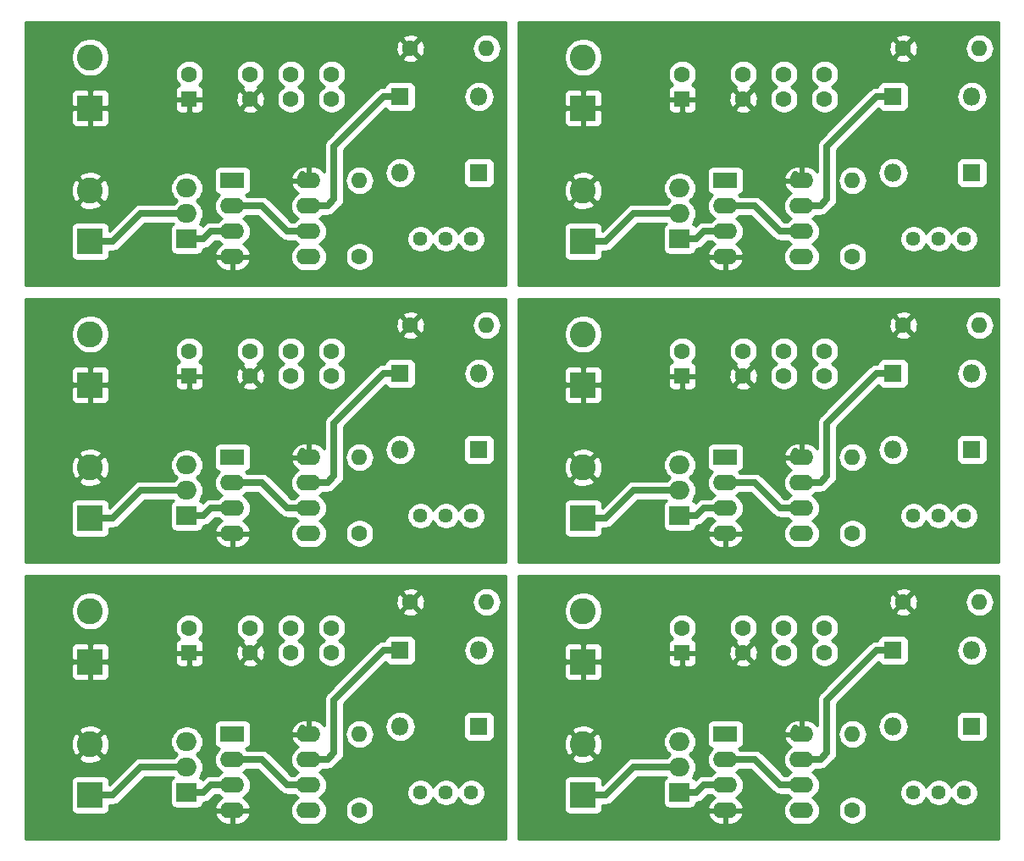
<source format=gbr>
G04 #@! TF.GenerationSoftware,KiCad,Pcbnew,5.1.4+dfsg1-1~bpo10+1*
G04 #@! TF.CreationDate,2022-07-21T16:49:21+05:30*
G04 #@! TF.ProjectId,555timer,35353574-696d-4657-922e-6b696361645f,rev?*
G04 #@! TF.SameCoordinates,Original*
G04 #@! TF.FileFunction,Copper,L1,Top*
G04 #@! TF.FilePolarity,Positive*
%FSLAX46Y46*%
G04 Gerber Fmt 4.6, Leading zero omitted, Abs format (unit mm)*
G04 Created by KiCad (PCBNEW 5.1.4+dfsg1-1~bpo10+1) date 2022-07-21 16:49:21*
%MOMM*%
%LPD*%
G04 APERTURE LIST*
%ADD10C,1.600000*%
%ADD11R,2.600000X2.600000*%
%ADD12C,2.600000*%
%ADD13R,1.800000X1.800000*%
%ADD14O,1.800000X1.800000*%
%ADD15R,1.600000X1.600000*%
%ADD16C,1.440000*%
%ADD17O,2.400000X1.600000*%
%ADD18R,2.400000X1.600000*%
%ADD19O,1.600000X1.600000*%
%ADD20O,2.000000X1.905000*%
%ADD21R,2.000000X1.905000*%
%ADD22C,0.687000*%
%ADD23C,0.254000*%
G04 APERTURE END LIST*
D10*
X106426000Y-62992000D03*
X106426000Y-60492000D03*
D11*
X82296000Y-104902000D03*
D12*
X82296000Y-99822000D03*
D13*
X113284000Y-62738000D03*
D14*
X113284000Y-70358000D03*
D15*
X92202000Y-90678000D03*
D10*
X92202000Y-88178000D03*
X98298000Y-90678000D03*
X98298000Y-88178000D03*
X106426000Y-90678000D03*
X106426000Y-88178000D03*
D16*
X120396000Y-104648000D03*
X117856000Y-104648000D03*
X115316000Y-104648000D03*
D15*
X92202000Y-62992000D03*
D10*
X92202000Y-60492000D03*
D17*
X104140000Y-43434000D03*
X96520000Y-51054000D03*
X104140000Y-45974000D03*
X96520000Y-48514000D03*
X104140000Y-48514000D03*
X96520000Y-45974000D03*
X104140000Y-51054000D03*
D18*
X96520000Y-43434000D03*
D19*
X109220000Y-43434000D03*
D10*
X109220000Y-51054000D03*
D20*
X91948000Y-44196000D03*
X91948000Y-46736000D03*
D21*
X91948000Y-49276000D03*
D12*
X82296000Y-44450000D03*
D11*
X82296000Y-49530000D03*
D13*
X121158000Y-70358000D03*
D14*
X121158000Y-62738000D03*
D10*
X102362000Y-32806000D03*
X102362000Y-35306000D03*
X92202000Y-32806000D03*
D15*
X92202000Y-35306000D03*
D14*
X121158000Y-35052000D03*
D13*
X121158000Y-42672000D03*
D14*
X113284000Y-42672000D03*
D13*
X113284000Y-35052000D03*
D10*
X98298000Y-32806000D03*
X98298000Y-35306000D03*
D18*
X96520000Y-71120000D03*
D17*
X104140000Y-78740000D03*
X96520000Y-73660000D03*
X104140000Y-76200000D03*
X96520000Y-76200000D03*
X104140000Y-73660000D03*
X96520000Y-78740000D03*
X104140000Y-71120000D03*
D13*
X113284000Y-90424000D03*
D14*
X113284000Y-98044000D03*
D10*
X114300000Y-57912000D03*
D19*
X121920000Y-57912000D03*
D10*
X109220000Y-78740000D03*
D19*
X109220000Y-71120000D03*
D16*
X120396000Y-76962000D03*
X117856000Y-76962000D03*
X115316000Y-76962000D03*
X115316000Y-49276000D03*
X117856000Y-49276000D03*
X120396000Y-49276000D03*
D19*
X121920000Y-30226000D03*
D10*
X114300000Y-30226000D03*
D12*
X82296000Y-31112000D03*
D11*
X82296000Y-36192000D03*
D10*
X106426000Y-32806000D03*
X106426000Y-35306000D03*
D21*
X91948000Y-76962000D03*
D20*
X91948000Y-74422000D03*
X91948000Y-71882000D03*
D13*
X121158000Y-98044000D03*
D14*
X121158000Y-90424000D03*
D11*
X82296000Y-77216000D03*
D12*
X82296000Y-72136000D03*
D10*
X98298000Y-62992000D03*
X98298000Y-60492000D03*
X102362000Y-90678000D03*
X102362000Y-88178000D03*
X109220000Y-106426000D03*
D19*
X109220000Y-98806000D03*
D10*
X114300000Y-85598000D03*
D19*
X121920000Y-85598000D03*
D11*
X82296000Y-91564000D03*
D12*
X82296000Y-86484000D03*
D10*
X102362000Y-62992000D03*
X102362000Y-60492000D03*
D18*
X96520000Y-98806000D03*
D17*
X104140000Y-106426000D03*
X96520000Y-101346000D03*
X104140000Y-103886000D03*
X96520000Y-103886000D03*
X104140000Y-101346000D03*
X96520000Y-106426000D03*
X104140000Y-98806000D03*
D21*
X91948000Y-104648000D03*
D20*
X91948000Y-102108000D03*
X91948000Y-99568000D03*
D11*
X82296000Y-63878000D03*
D12*
X82296000Y-58798000D03*
D17*
X54864000Y-98806000D03*
X47244000Y-106426000D03*
X54864000Y-101346000D03*
X47244000Y-103886000D03*
X54864000Y-103886000D03*
X47244000Y-101346000D03*
X54864000Y-106426000D03*
D18*
X47244000Y-98806000D03*
D19*
X59944000Y-98806000D03*
D10*
X59944000Y-106426000D03*
D20*
X42672000Y-99568000D03*
X42672000Y-102108000D03*
D21*
X42672000Y-104648000D03*
D12*
X33020000Y-99822000D03*
D11*
X33020000Y-104902000D03*
D10*
X53086000Y-88178000D03*
X53086000Y-90678000D03*
X42926000Y-88178000D03*
D15*
X42926000Y-90678000D03*
D14*
X71882000Y-90424000D03*
D13*
X71882000Y-98044000D03*
D14*
X64008000Y-98044000D03*
D13*
X64008000Y-90424000D03*
D10*
X49022000Y-88178000D03*
X49022000Y-90678000D03*
D16*
X66040000Y-104648000D03*
X68580000Y-104648000D03*
X71120000Y-104648000D03*
D19*
X72644000Y-85598000D03*
D10*
X65024000Y-85598000D03*
D12*
X33020000Y-86484000D03*
D11*
X33020000Y-91564000D03*
D10*
X57150000Y-88178000D03*
X57150000Y-90678000D03*
D17*
X54864000Y-71120000D03*
X47244000Y-78740000D03*
X54864000Y-73660000D03*
X47244000Y-76200000D03*
X54864000Y-76200000D03*
X47244000Y-73660000D03*
X54864000Y-78740000D03*
D18*
X47244000Y-71120000D03*
D19*
X59944000Y-71120000D03*
D10*
X59944000Y-78740000D03*
D20*
X42672000Y-71882000D03*
X42672000Y-74422000D03*
D21*
X42672000Y-76962000D03*
D12*
X33020000Y-72136000D03*
D11*
X33020000Y-77216000D03*
D10*
X53086000Y-60492000D03*
X53086000Y-62992000D03*
X42926000Y-60492000D03*
D15*
X42926000Y-62992000D03*
D14*
X71882000Y-62738000D03*
D13*
X71882000Y-70358000D03*
D14*
X64008000Y-70358000D03*
D13*
X64008000Y-62738000D03*
D10*
X49022000Y-60492000D03*
X49022000Y-62992000D03*
D16*
X66040000Y-76962000D03*
X68580000Y-76962000D03*
X71120000Y-76962000D03*
D19*
X72644000Y-57912000D03*
D10*
X65024000Y-57912000D03*
D12*
X33020000Y-58798000D03*
D11*
X33020000Y-63878000D03*
D10*
X57150000Y-60492000D03*
X57150000Y-62992000D03*
D18*
X47244000Y-43434000D03*
D17*
X54864000Y-51054000D03*
X47244000Y-45974000D03*
X54864000Y-48514000D03*
X47244000Y-48514000D03*
X54864000Y-45974000D03*
X47244000Y-51054000D03*
X54864000Y-43434000D03*
D16*
X71120000Y-49276000D03*
X68580000Y-49276000D03*
X66040000Y-49276000D03*
D10*
X59944000Y-51054000D03*
D19*
X59944000Y-43434000D03*
D10*
X65024000Y-30226000D03*
D19*
X72644000Y-30226000D03*
D21*
X42672000Y-49276000D03*
D20*
X42672000Y-46736000D03*
X42672000Y-44196000D03*
D11*
X33020000Y-49530000D03*
D12*
X33020000Y-44450000D03*
D11*
X33020000Y-36192000D03*
D12*
X33020000Y-31112000D03*
D13*
X64008000Y-35052000D03*
D14*
X64008000Y-42672000D03*
D13*
X71882000Y-42672000D03*
D14*
X71882000Y-35052000D03*
D10*
X57150000Y-35306000D03*
X57150000Y-32806000D03*
X53086000Y-35306000D03*
X53086000Y-32806000D03*
D15*
X42926000Y-35306000D03*
D10*
X42926000Y-32806000D03*
X49022000Y-35306000D03*
X49022000Y-32806000D03*
D22*
X54266000Y-70522000D02*
X54864000Y-71120000D01*
X54464000Y-71120000D02*
X54864000Y-71120000D01*
X50165000Y-73660000D02*
X52705000Y-76200000D01*
X52705000Y-76200000D02*
X54864000Y-76200000D01*
X47244000Y-73660000D02*
X50165000Y-73660000D01*
X56751000Y-73660000D02*
X57404000Y-73007000D01*
X57404000Y-67691000D02*
X62357000Y-62738000D01*
X57404000Y-73007000D02*
X57404000Y-67691000D01*
X54864000Y-73660000D02*
X56751000Y-73660000D01*
X62357000Y-62738000D02*
X64008000Y-62738000D01*
X33020000Y-77216000D02*
X35306000Y-77216000D01*
X38100000Y-74422000D02*
X42672000Y-74422000D01*
X35306000Y-77216000D02*
X38100000Y-74422000D01*
X45121000Y-76200000D02*
X47244000Y-76200000D01*
X42672000Y-76962000D02*
X44359000Y-76962000D01*
X44359000Y-76962000D02*
X45121000Y-76200000D01*
X54266000Y-98208000D02*
X54864000Y-98806000D01*
X54464000Y-98806000D02*
X54864000Y-98806000D01*
X50165000Y-101346000D02*
X52705000Y-103886000D01*
X52705000Y-103886000D02*
X54864000Y-103886000D01*
X47244000Y-101346000D02*
X50165000Y-101346000D01*
X56751000Y-101346000D02*
X57404000Y-100693000D01*
X57404000Y-95377000D02*
X62357000Y-90424000D01*
X57404000Y-100693000D02*
X57404000Y-95377000D01*
X54864000Y-101346000D02*
X56751000Y-101346000D01*
X62357000Y-90424000D02*
X64008000Y-90424000D01*
X33020000Y-104902000D02*
X35306000Y-104902000D01*
X38100000Y-102108000D02*
X42672000Y-102108000D01*
X35306000Y-104902000D02*
X38100000Y-102108000D01*
X45121000Y-103886000D02*
X47244000Y-103886000D01*
X42672000Y-104648000D02*
X44359000Y-104648000D01*
X44359000Y-104648000D02*
X45121000Y-103886000D01*
X82296000Y-77216000D02*
X84582000Y-77216000D01*
X91948000Y-76962000D02*
X93635000Y-76962000D01*
X87376000Y-102108000D02*
X91948000Y-102108000D01*
X96520000Y-73660000D02*
X99441000Y-73660000D01*
X94397000Y-103886000D02*
X96520000Y-103886000D01*
X106027000Y-101346000D02*
X106680000Y-100693000D01*
X93635000Y-76962000D02*
X94397000Y-76200000D01*
X103542000Y-70522000D02*
X104140000Y-71120000D01*
X99441000Y-101346000D02*
X101981000Y-103886000D01*
X101981000Y-103886000D02*
X104140000Y-103886000D01*
X106680000Y-73007000D02*
X106680000Y-67691000D01*
X101981000Y-76200000D02*
X104140000Y-76200000D01*
X99441000Y-73660000D02*
X101981000Y-76200000D01*
X103740000Y-71120000D02*
X104140000Y-71120000D01*
X84582000Y-77216000D02*
X87376000Y-74422000D01*
X111633000Y-62738000D02*
X113284000Y-62738000D01*
X106680000Y-67691000D02*
X111633000Y-62738000D01*
X106027000Y-73660000D02*
X106680000Y-73007000D01*
X87376000Y-74422000D02*
X91948000Y-74422000D01*
X104140000Y-73660000D02*
X106027000Y-73660000D01*
X111633000Y-90424000D02*
X113284000Y-90424000D01*
X96520000Y-101346000D02*
X99441000Y-101346000D01*
X93635000Y-104648000D02*
X94397000Y-103886000D01*
X104140000Y-101346000D02*
X106027000Y-101346000D01*
X103740000Y-98806000D02*
X104140000Y-98806000D01*
X84582000Y-104902000D02*
X87376000Y-102108000D01*
X94397000Y-76200000D02*
X96520000Y-76200000D01*
X91948000Y-104648000D02*
X93635000Y-104648000D01*
X106680000Y-95377000D02*
X111633000Y-90424000D01*
X106680000Y-100693000D02*
X106680000Y-95377000D01*
X103542000Y-98208000D02*
X104140000Y-98806000D01*
X82296000Y-104902000D02*
X84582000Y-104902000D01*
X103542000Y-42836000D02*
X104140000Y-43434000D01*
X103740000Y-43434000D02*
X104140000Y-43434000D01*
X99441000Y-45974000D02*
X101981000Y-48514000D01*
X101981000Y-48514000D02*
X104140000Y-48514000D01*
X96520000Y-45974000D02*
X99441000Y-45974000D01*
X106027000Y-45974000D02*
X106680000Y-45321000D01*
X106680000Y-40005000D02*
X111633000Y-35052000D01*
X106680000Y-45321000D02*
X106680000Y-40005000D01*
X104140000Y-45974000D02*
X106027000Y-45974000D01*
X111633000Y-35052000D02*
X113284000Y-35052000D01*
X82296000Y-49530000D02*
X84582000Y-49530000D01*
X87376000Y-46736000D02*
X91948000Y-46736000D01*
X84582000Y-49530000D02*
X87376000Y-46736000D01*
X94397000Y-48514000D02*
X96520000Y-48514000D01*
X91948000Y-49276000D02*
X93635000Y-49276000D01*
X93635000Y-49276000D02*
X94397000Y-48514000D01*
X54266000Y-42836000D02*
X54864000Y-43434000D01*
X54464000Y-43434000D02*
X54864000Y-43434000D01*
X47244000Y-45974000D02*
X50165000Y-45974000D01*
X52705000Y-48514000D02*
X54864000Y-48514000D01*
X50165000Y-45974000D02*
X52705000Y-48514000D01*
X56751000Y-45974000D02*
X57404000Y-45321000D01*
X54864000Y-45974000D02*
X56751000Y-45974000D01*
X57404000Y-45321000D02*
X57404000Y-40005000D01*
X62357000Y-35052000D02*
X64008000Y-35052000D01*
X57404000Y-40005000D02*
X62357000Y-35052000D01*
X33020000Y-49530000D02*
X35306000Y-49530000D01*
X38100000Y-46736000D02*
X42672000Y-46736000D01*
X35306000Y-49530000D02*
X38100000Y-46736000D01*
X45121000Y-48514000D02*
X47244000Y-48514000D01*
X42672000Y-49276000D02*
X44359000Y-49276000D01*
X44359000Y-49276000D02*
X45121000Y-48514000D01*
D23*
G36*
X74524001Y-53950000D02*
G01*
X26568000Y-53950000D01*
X26568000Y-48230000D01*
X31081928Y-48230000D01*
X31081928Y-50830000D01*
X31094188Y-50954482D01*
X31130498Y-51074180D01*
X31189463Y-51184494D01*
X31268815Y-51281185D01*
X31365506Y-51360537D01*
X31475820Y-51419502D01*
X31595518Y-51455812D01*
X31720000Y-51468072D01*
X34320000Y-51468072D01*
X34444482Y-51455812D01*
X34564180Y-51419502D01*
X34594979Y-51403039D01*
X45452096Y-51403039D01*
X45469633Y-51485818D01*
X45580285Y-51745646D01*
X45739500Y-51978895D01*
X45941161Y-52176601D01*
X46177517Y-52331166D01*
X46439486Y-52436650D01*
X46717000Y-52489000D01*
X47117000Y-52489000D01*
X47117000Y-51181000D01*
X47371000Y-51181000D01*
X47371000Y-52489000D01*
X47771000Y-52489000D01*
X48048514Y-52436650D01*
X48310483Y-52331166D01*
X48546839Y-52176601D01*
X48748500Y-51978895D01*
X48907715Y-51745646D01*
X49018367Y-51485818D01*
X49035904Y-51403039D01*
X48913915Y-51181000D01*
X47371000Y-51181000D01*
X47117000Y-51181000D01*
X45574085Y-51181000D01*
X45452096Y-51403039D01*
X34594979Y-51403039D01*
X34674494Y-51360537D01*
X34771185Y-51281185D01*
X34850537Y-51184494D01*
X34909502Y-51074180D01*
X34945812Y-50954482D01*
X34958072Y-50830000D01*
X34958072Y-50508500D01*
X35257944Y-50508500D01*
X35306000Y-50513233D01*
X35354056Y-50508500D01*
X35354064Y-50508500D01*
X35497819Y-50494341D01*
X35682267Y-50438390D01*
X35852256Y-50347529D01*
X36001251Y-50225251D01*
X36031892Y-50187915D01*
X38505308Y-47714500D01*
X41373875Y-47714500D01*
X41401446Y-47748095D01*
X41317506Y-47792963D01*
X41220815Y-47872315D01*
X41141463Y-47969006D01*
X41082498Y-48079320D01*
X41046188Y-48199018D01*
X41033928Y-48323500D01*
X41033928Y-50228500D01*
X41046188Y-50352982D01*
X41082498Y-50472680D01*
X41141463Y-50582994D01*
X41220815Y-50679685D01*
X41317506Y-50759037D01*
X41427820Y-50818002D01*
X41547518Y-50854312D01*
X41672000Y-50866572D01*
X43672000Y-50866572D01*
X43796482Y-50854312D01*
X43916180Y-50818002D01*
X44026494Y-50759037D01*
X44123185Y-50679685D01*
X44202537Y-50582994D01*
X44261502Y-50472680D01*
X44297812Y-50352982D01*
X44307511Y-50254500D01*
X44310944Y-50254500D01*
X44359000Y-50259233D01*
X44407056Y-50254500D01*
X44407064Y-50254500D01*
X44550819Y-50240341D01*
X44735267Y-50184390D01*
X44905256Y-50093529D01*
X45054251Y-49971251D01*
X45084892Y-49933915D01*
X45526308Y-49492500D01*
X45790656Y-49492500D01*
X45824392Y-49533608D01*
X46042899Y-49712932D01*
X46170741Y-49781265D01*
X45941161Y-49931399D01*
X45739500Y-50129105D01*
X45580285Y-50362354D01*
X45469633Y-50622182D01*
X45452096Y-50704961D01*
X45574085Y-50927000D01*
X47117000Y-50927000D01*
X47117000Y-50907000D01*
X47371000Y-50907000D01*
X47371000Y-50927000D01*
X48913915Y-50927000D01*
X49035904Y-50704961D01*
X49018367Y-50622182D01*
X48907715Y-50362354D01*
X48748500Y-50129105D01*
X48546839Y-49931399D01*
X48317259Y-49781265D01*
X48445101Y-49712932D01*
X48663608Y-49533608D01*
X48842932Y-49315101D01*
X48976182Y-49065808D01*
X49058236Y-48795309D01*
X49085943Y-48514000D01*
X49058236Y-48232691D01*
X48976182Y-47962192D01*
X48842932Y-47712899D01*
X48663608Y-47494392D01*
X48445101Y-47315068D01*
X48312142Y-47244000D01*
X48445101Y-47172932D01*
X48663608Y-46993608D01*
X48697344Y-46952500D01*
X49759693Y-46952500D01*
X51979110Y-49171918D01*
X52009749Y-49209251D01*
X52158744Y-49331529D01*
X52328733Y-49422390D01*
X52432866Y-49453978D01*
X52513180Y-49478341D01*
X52531813Y-49480176D01*
X52656936Y-49492500D01*
X52656943Y-49492500D01*
X52704999Y-49497233D01*
X52753055Y-49492500D01*
X53410656Y-49492500D01*
X53444392Y-49533608D01*
X53662899Y-49712932D01*
X53795858Y-49784000D01*
X53662899Y-49855068D01*
X53444392Y-50034392D01*
X53265068Y-50252899D01*
X53131818Y-50502192D01*
X53049764Y-50772691D01*
X53022057Y-51054000D01*
X53049764Y-51335309D01*
X53131818Y-51605808D01*
X53265068Y-51855101D01*
X53444392Y-52073608D01*
X53662899Y-52252932D01*
X53912192Y-52386182D01*
X54182691Y-52468236D01*
X54393508Y-52489000D01*
X55334492Y-52489000D01*
X55545309Y-52468236D01*
X55815808Y-52386182D01*
X56065101Y-52252932D01*
X56283608Y-52073608D01*
X56462932Y-51855101D01*
X56596182Y-51605808D01*
X56678236Y-51335309D01*
X56705943Y-51054000D01*
X56692023Y-50912665D01*
X58509000Y-50912665D01*
X58509000Y-51195335D01*
X58564147Y-51472574D01*
X58672320Y-51733727D01*
X58829363Y-51968759D01*
X59029241Y-52168637D01*
X59264273Y-52325680D01*
X59525426Y-52433853D01*
X59802665Y-52489000D01*
X60085335Y-52489000D01*
X60362574Y-52433853D01*
X60623727Y-52325680D01*
X60858759Y-52168637D01*
X61058637Y-51968759D01*
X61215680Y-51733727D01*
X61323853Y-51472574D01*
X61379000Y-51195335D01*
X61379000Y-50912665D01*
X61323853Y-50635426D01*
X61215680Y-50374273D01*
X61058637Y-50139241D01*
X60858759Y-49939363D01*
X60623727Y-49782320D01*
X60362574Y-49674147D01*
X60085335Y-49619000D01*
X59802665Y-49619000D01*
X59525426Y-49674147D01*
X59264273Y-49782320D01*
X59029241Y-49939363D01*
X58829363Y-50139241D01*
X58672320Y-50374273D01*
X58564147Y-50635426D01*
X58509000Y-50912665D01*
X56692023Y-50912665D01*
X56678236Y-50772691D01*
X56596182Y-50502192D01*
X56462932Y-50252899D01*
X56283608Y-50034392D01*
X56065101Y-49855068D01*
X55932142Y-49784000D01*
X56065101Y-49712932D01*
X56283608Y-49533608D01*
X56462932Y-49315101D01*
X56555165Y-49142544D01*
X64685000Y-49142544D01*
X64685000Y-49409456D01*
X64737072Y-49671239D01*
X64839215Y-49917833D01*
X64987503Y-50139762D01*
X65176238Y-50328497D01*
X65398167Y-50476785D01*
X65644761Y-50578928D01*
X65906544Y-50631000D01*
X66173456Y-50631000D01*
X66435239Y-50578928D01*
X66681833Y-50476785D01*
X66903762Y-50328497D01*
X67092497Y-50139762D01*
X67240785Y-49917833D01*
X67310000Y-49750734D01*
X67379215Y-49917833D01*
X67527503Y-50139762D01*
X67716238Y-50328497D01*
X67938167Y-50476785D01*
X68184761Y-50578928D01*
X68446544Y-50631000D01*
X68713456Y-50631000D01*
X68975239Y-50578928D01*
X69221833Y-50476785D01*
X69443762Y-50328497D01*
X69632497Y-50139762D01*
X69780785Y-49917833D01*
X69850000Y-49750734D01*
X69919215Y-49917833D01*
X70067503Y-50139762D01*
X70256238Y-50328497D01*
X70478167Y-50476785D01*
X70724761Y-50578928D01*
X70986544Y-50631000D01*
X71253456Y-50631000D01*
X71515239Y-50578928D01*
X71761833Y-50476785D01*
X71983762Y-50328497D01*
X72172497Y-50139762D01*
X72320785Y-49917833D01*
X72422928Y-49671239D01*
X72475000Y-49409456D01*
X72475000Y-49142544D01*
X72422928Y-48880761D01*
X72320785Y-48634167D01*
X72172497Y-48412238D01*
X71983762Y-48223503D01*
X71761833Y-48075215D01*
X71515239Y-47973072D01*
X71253456Y-47921000D01*
X70986544Y-47921000D01*
X70724761Y-47973072D01*
X70478167Y-48075215D01*
X70256238Y-48223503D01*
X70067503Y-48412238D01*
X69919215Y-48634167D01*
X69850000Y-48801266D01*
X69780785Y-48634167D01*
X69632497Y-48412238D01*
X69443762Y-48223503D01*
X69221833Y-48075215D01*
X68975239Y-47973072D01*
X68713456Y-47921000D01*
X68446544Y-47921000D01*
X68184761Y-47973072D01*
X67938167Y-48075215D01*
X67716238Y-48223503D01*
X67527503Y-48412238D01*
X67379215Y-48634167D01*
X67310000Y-48801266D01*
X67240785Y-48634167D01*
X67092497Y-48412238D01*
X66903762Y-48223503D01*
X66681833Y-48075215D01*
X66435239Y-47973072D01*
X66173456Y-47921000D01*
X65906544Y-47921000D01*
X65644761Y-47973072D01*
X65398167Y-48075215D01*
X65176238Y-48223503D01*
X64987503Y-48412238D01*
X64839215Y-48634167D01*
X64737072Y-48880761D01*
X64685000Y-49142544D01*
X56555165Y-49142544D01*
X56596182Y-49065808D01*
X56678236Y-48795309D01*
X56705943Y-48514000D01*
X56678236Y-48232691D01*
X56596182Y-47962192D01*
X56462932Y-47712899D01*
X56283608Y-47494392D01*
X56065101Y-47315068D01*
X55932142Y-47244000D01*
X56065101Y-47172932D01*
X56283608Y-46993608D01*
X56317344Y-46952500D01*
X56702944Y-46952500D01*
X56751000Y-46957233D01*
X56799056Y-46952500D01*
X56799064Y-46952500D01*
X56942819Y-46938341D01*
X57127267Y-46882390D01*
X57297256Y-46791529D01*
X57446251Y-46669251D01*
X57476893Y-46631914D01*
X58061914Y-46046893D01*
X58099251Y-46016251D01*
X58221529Y-45867256D01*
X58312390Y-45697267D01*
X58343978Y-45593134D01*
X58368341Y-45512820D01*
X58378502Y-45409655D01*
X58382500Y-45369064D01*
X58382500Y-45369057D01*
X58387233Y-45321001D01*
X58382500Y-45272945D01*
X58382500Y-43434000D01*
X58502057Y-43434000D01*
X58529764Y-43715309D01*
X58611818Y-43985808D01*
X58745068Y-44235101D01*
X58924392Y-44453608D01*
X59142899Y-44632932D01*
X59392192Y-44766182D01*
X59662691Y-44848236D01*
X59873508Y-44869000D01*
X60014492Y-44869000D01*
X60225309Y-44848236D01*
X60495808Y-44766182D01*
X60745101Y-44632932D01*
X60963608Y-44453608D01*
X61142932Y-44235101D01*
X61276182Y-43985808D01*
X61358236Y-43715309D01*
X61385943Y-43434000D01*
X61358236Y-43152691D01*
X61276182Y-42882192D01*
X61163832Y-42672000D01*
X62465573Y-42672000D01*
X62495210Y-42972913D01*
X62582983Y-43262261D01*
X62725519Y-43528927D01*
X62917339Y-43762661D01*
X63151073Y-43954481D01*
X63417739Y-44097017D01*
X63707087Y-44184790D01*
X63932592Y-44207000D01*
X64083408Y-44207000D01*
X64308913Y-44184790D01*
X64598261Y-44097017D01*
X64864927Y-43954481D01*
X65098661Y-43762661D01*
X65290481Y-43528927D01*
X65433017Y-43262261D01*
X65520790Y-42972913D01*
X65550427Y-42672000D01*
X65520790Y-42371087D01*
X65433017Y-42081739D01*
X65290481Y-41815073D01*
X65255133Y-41772000D01*
X70343928Y-41772000D01*
X70343928Y-43572000D01*
X70356188Y-43696482D01*
X70392498Y-43816180D01*
X70451463Y-43926494D01*
X70530815Y-44023185D01*
X70627506Y-44102537D01*
X70737820Y-44161502D01*
X70857518Y-44197812D01*
X70982000Y-44210072D01*
X72782000Y-44210072D01*
X72906482Y-44197812D01*
X73026180Y-44161502D01*
X73136494Y-44102537D01*
X73233185Y-44023185D01*
X73312537Y-43926494D01*
X73371502Y-43816180D01*
X73407812Y-43696482D01*
X73420072Y-43572000D01*
X73420072Y-41772000D01*
X73407812Y-41647518D01*
X73371502Y-41527820D01*
X73312537Y-41417506D01*
X73233185Y-41320815D01*
X73136494Y-41241463D01*
X73026180Y-41182498D01*
X72906482Y-41146188D01*
X72782000Y-41133928D01*
X70982000Y-41133928D01*
X70857518Y-41146188D01*
X70737820Y-41182498D01*
X70627506Y-41241463D01*
X70530815Y-41320815D01*
X70451463Y-41417506D01*
X70392498Y-41527820D01*
X70356188Y-41647518D01*
X70343928Y-41772000D01*
X65255133Y-41772000D01*
X65098661Y-41581339D01*
X64864927Y-41389519D01*
X64598261Y-41246983D01*
X64308913Y-41159210D01*
X64083408Y-41137000D01*
X63932592Y-41137000D01*
X63707087Y-41159210D01*
X63417739Y-41246983D01*
X63151073Y-41389519D01*
X62917339Y-41581339D01*
X62725519Y-41815073D01*
X62582983Y-42081739D01*
X62495210Y-42371087D01*
X62465573Y-42672000D01*
X61163832Y-42672000D01*
X61142932Y-42632899D01*
X60963608Y-42414392D01*
X60745101Y-42235068D01*
X60495808Y-42101818D01*
X60225309Y-42019764D01*
X60014492Y-41999000D01*
X59873508Y-41999000D01*
X59662691Y-42019764D01*
X59392192Y-42101818D01*
X59142899Y-42235068D01*
X58924392Y-42414392D01*
X58745068Y-42632899D01*
X58611818Y-42882192D01*
X58529764Y-43152691D01*
X58502057Y-43434000D01*
X58382500Y-43434000D01*
X58382500Y-40410307D01*
X62545713Y-36247095D01*
X62577463Y-36306494D01*
X62656815Y-36403185D01*
X62753506Y-36482537D01*
X62863820Y-36541502D01*
X62983518Y-36577812D01*
X63108000Y-36590072D01*
X64908000Y-36590072D01*
X65032482Y-36577812D01*
X65152180Y-36541502D01*
X65262494Y-36482537D01*
X65359185Y-36403185D01*
X65438537Y-36306494D01*
X65497502Y-36196180D01*
X65533812Y-36076482D01*
X65546072Y-35952000D01*
X65546072Y-35052000D01*
X70339573Y-35052000D01*
X70369210Y-35352913D01*
X70456983Y-35642261D01*
X70599519Y-35908927D01*
X70791339Y-36142661D01*
X71025073Y-36334481D01*
X71291739Y-36477017D01*
X71581087Y-36564790D01*
X71806592Y-36587000D01*
X71957408Y-36587000D01*
X72182913Y-36564790D01*
X72472261Y-36477017D01*
X72738927Y-36334481D01*
X72972661Y-36142661D01*
X73164481Y-35908927D01*
X73307017Y-35642261D01*
X73394790Y-35352913D01*
X73424427Y-35052000D01*
X73394790Y-34751087D01*
X73307017Y-34461739D01*
X73164481Y-34195073D01*
X72972661Y-33961339D01*
X72738927Y-33769519D01*
X72472261Y-33626983D01*
X72182913Y-33539210D01*
X71957408Y-33517000D01*
X71806592Y-33517000D01*
X71581087Y-33539210D01*
X71291739Y-33626983D01*
X71025073Y-33769519D01*
X70791339Y-33961339D01*
X70599519Y-34195073D01*
X70456983Y-34461739D01*
X70369210Y-34751087D01*
X70339573Y-35052000D01*
X65546072Y-35052000D01*
X65546072Y-34152000D01*
X65533812Y-34027518D01*
X65497502Y-33907820D01*
X65438537Y-33797506D01*
X65359185Y-33700815D01*
X65262494Y-33621463D01*
X65152180Y-33562498D01*
X65032482Y-33526188D01*
X64908000Y-33513928D01*
X63108000Y-33513928D01*
X62983518Y-33526188D01*
X62863820Y-33562498D01*
X62753506Y-33621463D01*
X62656815Y-33700815D01*
X62577463Y-33797506D01*
X62518498Y-33907820D01*
X62482188Y-34027518D01*
X62477659Y-34073500D01*
X62405056Y-34073500D01*
X62357000Y-34068767D01*
X62308944Y-34073500D01*
X62308936Y-34073500D01*
X62165181Y-34087659D01*
X61980733Y-34143610D01*
X61810744Y-34234471D01*
X61661749Y-34356749D01*
X61631112Y-34394080D01*
X56746081Y-39279112D01*
X56708750Y-39309749D01*
X56678113Y-39347080D01*
X56678110Y-39347083D01*
X56641882Y-39391227D01*
X56586472Y-39458744D01*
X56495611Y-39628733D01*
X56439659Y-39813182D01*
X56420767Y-40005000D01*
X56425501Y-40053066D01*
X56425501Y-42592610D01*
X56368500Y-42509105D01*
X56166839Y-42311399D01*
X55930483Y-42156834D01*
X55668514Y-42051350D01*
X55391000Y-41999000D01*
X54991000Y-41999000D01*
X54991000Y-43307000D01*
X55011000Y-43307000D01*
X55011000Y-43561000D01*
X54991000Y-43561000D01*
X54991000Y-43581000D01*
X54737000Y-43581000D01*
X54737000Y-43561000D01*
X53194085Y-43561000D01*
X53072096Y-43783039D01*
X53089633Y-43865818D01*
X53200285Y-44125646D01*
X53359500Y-44358895D01*
X53561161Y-44556601D01*
X53790741Y-44706735D01*
X53662899Y-44775068D01*
X53444392Y-44954392D01*
X53265068Y-45172899D01*
X53131818Y-45422192D01*
X53049764Y-45692691D01*
X53022057Y-45974000D01*
X53049764Y-46255309D01*
X53131818Y-46525808D01*
X53265068Y-46775101D01*
X53444392Y-46993608D01*
X53662899Y-47172932D01*
X53795858Y-47244000D01*
X53662899Y-47315068D01*
X53444392Y-47494392D01*
X53410656Y-47535500D01*
X53110308Y-47535500D01*
X50890890Y-45316083D01*
X50860251Y-45278749D01*
X50711256Y-45156471D01*
X50541267Y-45065610D01*
X50356819Y-45009659D01*
X50213064Y-44995500D01*
X50213056Y-44995500D01*
X50165000Y-44990767D01*
X50116944Y-44995500D01*
X48697344Y-44995500D01*
X48663608Y-44954392D01*
X48550518Y-44861581D01*
X48568482Y-44859812D01*
X48688180Y-44823502D01*
X48798494Y-44764537D01*
X48895185Y-44685185D01*
X48974537Y-44588494D01*
X49033502Y-44478180D01*
X49069812Y-44358482D01*
X49082072Y-44234000D01*
X49082072Y-43084961D01*
X53072096Y-43084961D01*
X53194085Y-43307000D01*
X54737000Y-43307000D01*
X54737000Y-41999000D01*
X54337000Y-41999000D01*
X54059486Y-42051350D01*
X53797517Y-42156834D01*
X53561161Y-42311399D01*
X53359500Y-42509105D01*
X53200285Y-42742354D01*
X53089633Y-43002182D01*
X53072096Y-43084961D01*
X49082072Y-43084961D01*
X49082072Y-42634000D01*
X49069812Y-42509518D01*
X49033502Y-42389820D01*
X48974537Y-42279506D01*
X48895185Y-42182815D01*
X48798494Y-42103463D01*
X48688180Y-42044498D01*
X48568482Y-42008188D01*
X48444000Y-41995928D01*
X46044000Y-41995928D01*
X45919518Y-42008188D01*
X45799820Y-42044498D01*
X45689506Y-42103463D01*
X45592815Y-42182815D01*
X45513463Y-42279506D01*
X45454498Y-42389820D01*
X45418188Y-42509518D01*
X45405928Y-42634000D01*
X45405928Y-44234000D01*
X45418188Y-44358482D01*
X45454498Y-44478180D01*
X45513463Y-44588494D01*
X45592815Y-44685185D01*
X45689506Y-44764537D01*
X45799820Y-44823502D01*
X45919518Y-44859812D01*
X45937482Y-44861581D01*
X45824392Y-44954392D01*
X45645068Y-45172899D01*
X45511818Y-45422192D01*
X45429764Y-45692691D01*
X45402057Y-45974000D01*
X45429764Y-46255309D01*
X45511818Y-46525808D01*
X45645068Y-46775101D01*
X45824392Y-46993608D01*
X46042899Y-47172932D01*
X46175858Y-47244000D01*
X46042899Y-47315068D01*
X45824392Y-47494392D01*
X45790656Y-47535500D01*
X45169056Y-47535500D01*
X45121000Y-47530767D01*
X45072944Y-47535500D01*
X45072936Y-47535500D01*
X44929181Y-47549659D01*
X44744733Y-47605610D01*
X44574744Y-47696471D01*
X44425749Y-47818749D01*
X44395112Y-47856080D01*
X44230281Y-48020911D01*
X44202537Y-47969006D01*
X44123185Y-47872315D01*
X44026494Y-47792963D01*
X43942554Y-47748095D01*
X44045845Y-47622235D01*
X44193255Y-47346449D01*
X44284030Y-47047204D01*
X44314681Y-46736000D01*
X44284030Y-46424796D01*
X44193255Y-46125551D01*
X44045845Y-45849765D01*
X43847463Y-45608037D01*
X43674391Y-45466000D01*
X43847463Y-45323963D01*
X44045845Y-45082235D01*
X44193255Y-44806449D01*
X44284030Y-44507204D01*
X44314681Y-44196000D01*
X44284030Y-43884796D01*
X44193255Y-43585551D01*
X44045845Y-43309765D01*
X43847463Y-43068037D01*
X43605735Y-42869655D01*
X43329949Y-42722245D01*
X43030704Y-42631470D01*
X42797486Y-42608500D01*
X42546514Y-42608500D01*
X42313296Y-42631470D01*
X42014051Y-42722245D01*
X41738265Y-42869655D01*
X41496537Y-43068037D01*
X41298155Y-43309765D01*
X41150745Y-43585551D01*
X41059970Y-43884796D01*
X41029319Y-44196000D01*
X41059970Y-44507204D01*
X41150745Y-44806449D01*
X41298155Y-45082235D01*
X41496537Y-45323963D01*
X41669609Y-45466000D01*
X41496537Y-45608037D01*
X41373875Y-45757500D01*
X38148056Y-45757500D01*
X38100000Y-45752767D01*
X38051944Y-45757500D01*
X38051936Y-45757500D01*
X37908181Y-45771659D01*
X37723733Y-45827610D01*
X37553744Y-45918471D01*
X37404749Y-46040749D01*
X37374112Y-46078080D01*
X34958072Y-48494121D01*
X34958072Y-48230000D01*
X34945812Y-48105518D01*
X34909502Y-47985820D01*
X34850537Y-47875506D01*
X34771185Y-47778815D01*
X34674494Y-47699463D01*
X34564180Y-47640498D01*
X34444482Y-47604188D01*
X34320000Y-47591928D01*
X31720000Y-47591928D01*
X31595518Y-47604188D01*
X31475820Y-47640498D01*
X31365506Y-47699463D01*
X31268815Y-47778815D01*
X31189463Y-47875506D01*
X31130498Y-47985820D01*
X31094188Y-48105518D01*
X31081928Y-48230000D01*
X26568000Y-48230000D01*
X26568000Y-45799224D01*
X31850381Y-45799224D01*
X31982317Y-46094312D01*
X32323045Y-46265159D01*
X32690557Y-46366250D01*
X33070729Y-46393701D01*
X33448951Y-46346457D01*
X33810690Y-46226333D01*
X34057683Y-46094312D01*
X34189619Y-45799224D01*
X33020000Y-44629605D01*
X31850381Y-45799224D01*
X26568000Y-45799224D01*
X26568000Y-44500729D01*
X31076299Y-44500729D01*
X31123543Y-44878951D01*
X31243667Y-45240690D01*
X31375688Y-45487683D01*
X31670776Y-45619619D01*
X32840395Y-44450000D01*
X33199605Y-44450000D01*
X34369224Y-45619619D01*
X34664312Y-45487683D01*
X34835159Y-45146955D01*
X34936250Y-44779443D01*
X34963701Y-44399271D01*
X34916457Y-44021049D01*
X34796333Y-43659310D01*
X34664312Y-43412317D01*
X34369224Y-43280381D01*
X33199605Y-44450000D01*
X32840395Y-44450000D01*
X31670776Y-43280381D01*
X31375688Y-43412317D01*
X31204841Y-43753045D01*
X31103750Y-44120557D01*
X31076299Y-44500729D01*
X26568000Y-44500729D01*
X26568000Y-43100776D01*
X31850381Y-43100776D01*
X33020000Y-44270395D01*
X34189619Y-43100776D01*
X34057683Y-42805688D01*
X33716955Y-42634841D01*
X33349443Y-42533750D01*
X32969271Y-42506299D01*
X32591049Y-42553543D01*
X32229310Y-42673667D01*
X31982317Y-42805688D01*
X31850381Y-43100776D01*
X26568000Y-43100776D01*
X26568000Y-37492000D01*
X31081928Y-37492000D01*
X31094188Y-37616482D01*
X31130498Y-37736180D01*
X31189463Y-37846494D01*
X31268815Y-37943185D01*
X31365506Y-38022537D01*
X31475820Y-38081502D01*
X31595518Y-38117812D01*
X31720000Y-38130072D01*
X32734250Y-38127000D01*
X32893000Y-37968250D01*
X32893000Y-36319000D01*
X33147000Y-36319000D01*
X33147000Y-37968250D01*
X33305750Y-38127000D01*
X34320000Y-38130072D01*
X34444482Y-38117812D01*
X34564180Y-38081502D01*
X34674494Y-38022537D01*
X34771185Y-37943185D01*
X34850537Y-37846494D01*
X34909502Y-37736180D01*
X34945812Y-37616482D01*
X34958072Y-37492000D01*
X34955000Y-36477750D01*
X34796250Y-36319000D01*
X33147000Y-36319000D01*
X32893000Y-36319000D01*
X31243750Y-36319000D01*
X31085000Y-36477750D01*
X31081928Y-37492000D01*
X26568000Y-37492000D01*
X26568000Y-36106000D01*
X41487928Y-36106000D01*
X41500188Y-36230482D01*
X41536498Y-36350180D01*
X41595463Y-36460494D01*
X41674815Y-36557185D01*
X41771506Y-36636537D01*
X41881820Y-36695502D01*
X42001518Y-36731812D01*
X42126000Y-36744072D01*
X42640250Y-36741000D01*
X42799000Y-36582250D01*
X42799000Y-35433000D01*
X43053000Y-35433000D01*
X43053000Y-36582250D01*
X43211750Y-36741000D01*
X43726000Y-36744072D01*
X43850482Y-36731812D01*
X43970180Y-36695502D01*
X44080494Y-36636537D01*
X44177185Y-36557185D01*
X44256537Y-36460494D01*
X44315502Y-36350180D01*
X44331117Y-36298702D01*
X48208903Y-36298702D01*
X48280486Y-36542671D01*
X48535996Y-36663571D01*
X48810184Y-36732300D01*
X49092512Y-36746217D01*
X49372130Y-36704787D01*
X49638292Y-36609603D01*
X49763514Y-36542671D01*
X49835097Y-36298702D01*
X49022000Y-35485605D01*
X48208903Y-36298702D01*
X44331117Y-36298702D01*
X44351812Y-36230482D01*
X44364072Y-36106000D01*
X44361000Y-35591750D01*
X44202250Y-35433000D01*
X43053000Y-35433000D01*
X42799000Y-35433000D01*
X41649750Y-35433000D01*
X41491000Y-35591750D01*
X41487928Y-36106000D01*
X26568000Y-36106000D01*
X26568000Y-34892000D01*
X31081928Y-34892000D01*
X31085000Y-35906250D01*
X31243750Y-36065000D01*
X32893000Y-36065000D01*
X32893000Y-34415750D01*
X33147000Y-34415750D01*
X33147000Y-36065000D01*
X34796250Y-36065000D01*
X34955000Y-35906250D01*
X34956604Y-35376512D01*
X47581783Y-35376512D01*
X47623213Y-35656130D01*
X47718397Y-35922292D01*
X47785329Y-36047514D01*
X48029298Y-36119097D01*
X48842395Y-35306000D01*
X49201605Y-35306000D01*
X50014702Y-36119097D01*
X50258671Y-36047514D01*
X50379571Y-35792004D01*
X50448300Y-35517816D01*
X50462217Y-35235488D01*
X50420787Y-34955870D01*
X50325603Y-34689708D01*
X50258671Y-34564486D01*
X50014702Y-34492903D01*
X49201605Y-35306000D01*
X48842395Y-35306000D01*
X48029298Y-34492903D01*
X47785329Y-34564486D01*
X47664429Y-34819996D01*
X47595700Y-35094184D01*
X47581783Y-35376512D01*
X34956604Y-35376512D01*
X34958072Y-34892000D01*
X34945812Y-34767518D01*
X34909502Y-34647820D01*
X34850537Y-34537506D01*
X34824681Y-34506000D01*
X41487928Y-34506000D01*
X41491000Y-35020250D01*
X41649750Y-35179000D01*
X42799000Y-35179000D01*
X42799000Y-35159000D01*
X43053000Y-35159000D01*
X43053000Y-35179000D01*
X44202250Y-35179000D01*
X44361000Y-35020250D01*
X44364072Y-34506000D01*
X44351812Y-34381518D01*
X44315502Y-34261820D01*
X44256537Y-34151506D01*
X44177185Y-34054815D01*
X44080494Y-33975463D01*
X43970180Y-33916498D01*
X43874057Y-33887339D01*
X44040637Y-33720759D01*
X44197680Y-33485727D01*
X44305853Y-33224574D01*
X44361000Y-32947335D01*
X44361000Y-32664665D01*
X47587000Y-32664665D01*
X47587000Y-32947335D01*
X47642147Y-33224574D01*
X47750320Y-33485727D01*
X47907363Y-33720759D01*
X48107241Y-33920637D01*
X48307869Y-34054692D01*
X48280486Y-34069329D01*
X48208903Y-34313298D01*
X49022000Y-35126395D01*
X49835097Y-34313298D01*
X49763514Y-34069329D01*
X49734659Y-34055676D01*
X49936759Y-33920637D01*
X50136637Y-33720759D01*
X50293680Y-33485727D01*
X50401853Y-33224574D01*
X50457000Y-32947335D01*
X50457000Y-32664665D01*
X51651000Y-32664665D01*
X51651000Y-32947335D01*
X51706147Y-33224574D01*
X51814320Y-33485727D01*
X51971363Y-33720759D01*
X52171241Y-33920637D01*
X52373827Y-34056000D01*
X52171241Y-34191363D01*
X51971363Y-34391241D01*
X51814320Y-34626273D01*
X51706147Y-34887426D01*
X51651000Y-35164665D01*
X51651000Y-35447335D01*
X51706147Y-35724574D01*
X51814320Y-35985727D01*
X51971363Y-36220759D01*
X52171241Y-36420637D01*
X52406273Y-36577680D01*
X52667426Y-36685853D01*
X52944665Y-36741000D01*
X53227335Y-36741000D01*
X53504574Y-36685853D01*
X53765727Y-36577680D01*
X54000759Y-36420637D01*
X54200637Y-36220759D01*
X54357680Y-35985727D01*
X54465853Y-35724574D01*
X54521000Y-35447335D01*
X54521000Y-35164665D01*
X54465853Y-34887426D01*
X54357680Y-34626273D01*
X54200637Y-34391241D01*
X54000759Y-34191363D01*
X53798173Y-34056000D01*
X54000759Y-33920637D01*
X54200637Y-33720759D01*
X54357680Y-33485727D01*
X54465853Y-33224574D01*
X54521000Y-32947335D01*
X54521000Y-32664665D01*
X55715000Y-32664665D01*
X55715000Y-32947335D01*
X55770147Y-33224574D01*
X55878320Y-33485727D01*
X56035363Y-33720759D01*
X56235241Y-33920637D01*
X56437827Y-34056000D01*
X56235241Y-34191363D01*
X56035363Y-34391241D01*
X55878320Y-34626273D01*
X55770147Y-34887426D01*
X55715000Y-35164665D01*
X55715000Y-35447335D01*
X55770147Y-35724574D01*
X55878320Y-35985727D01*
X56035363Y-36220759D01*
X56235241Y-36420637D01*
X56470273Y-36577680D01*
X56731426Y-36685853D01*
X57008665Y-36741000D01*
X57291335Y-36741000D01*
X57568574Y-36685853D01*
X57829727Y-36577680D01*
X58064759Y-36420637D01*
X58264637Y-36220759D01*
X58421680Y-35985727D01*
X58529853Y-35724574D01*
X58585000Y-35447335D01*
X58585000Y-35164665D01*
X58529853Y-34887426D01*
X58421680Y-34626273D01*
X58264637Y-34391241D01*
X58064759Y-34191363D01*
X57862173Y-34056000D01*
X58064759Y-33920637D01*
X58264637Y-33720759D01*
X58421680Y-33485727D01*
X58529853Y-33224574D01*
X58585000Y-32947335D01*
X58585000Y-32664665D01*
X58529853Y-32387426D01*
X58421680Y-32126273D01*
X58264637Y-31891241D01*
X58064759Y-31691363D01*
X57829727Y-31534320D01*
X57568574Y-31426147D01*
X57291335Y-31371000D01*
X57008665Y-31371000D01*
X56731426Y-31426147D01*
X56470273Y-31534320D01*
X56235241Y-31691363D01*
X56035363Y-31891241D01*
X55878320Y-32126273D01*
X55770147Y-32387426D01*
X55715000Y-32664665D01*
X54521000Y-32664665D01*
X54465853Y-32387426D01*
X54357680Y-32126273D01*
X54200637Y-31891241D01*
X54000759Y-31691363D01*
X53765727Y-31534320D01*
X53504574Y-31426147D01*
X53227335Y-31371000D01*
X52944665Y-31371000D01*
X52667426Y-31426147D01*
X52406273Y-31534320D01*
X52171241Y-31691363D01*
X51971363Y-31891241D01*
X51814320Y-32126273D01*
X51706147Y-32387426D01*
X51651000Y-32664665D01*
X50457000Y-32664665D01*
X50401853Y-32387426D01*
X50293680Y-32126273D01*
X50136637Y-31891241D01*
X49936759Y-31691363D01*
X49701727Y-31534320D01*
X49440574Y-31426147D01*
X49163335Y-31371000D01*
X48880665Y-31371000D01*
X48603426Y-31426147D01*
X48342273Y-31534320D01*
X48107241Y-31691363D01*
X47907363Y-31891241D01*
X47750320Y-32126273D01*
X47642147Y-32387426D01*
X47587000Y-32664665D01*
X44361000Y-32664665D01*
X44305853Y-32387426D01*
X44197680Y-32126273D01*
X44040637Y-31891241D01*
X43840759Y-31691363D01*
X43605727Y-31534320D01*
X43344574Y-31426147D01*
X43067335Y-31371000D01*
X42784665Y-31371000D01*
X42507426Y-31426147D01*
X42246273Y-31534320D01*
X42011241Y-31691363D01*
X41811363Y-31891241D01*
X41654320Y-32126273D01*
X41546147Y-32387426D01*
X41491000Y-32664665D01*
X41491000Y-32947335D01*
X41546147Y-33224574D01*
X41654320Y-33485727D01*
X41811363Y-33720759D01*
X41977943Y-33887339D01*
X41881820Y-33916498D01*
X41771506Y-33975463D01*
X41674815Y-34054815D01*
X41595463Y-34151506D01*
X41536498Y-34261820D01*
X41500188Y-34381518D01*
X41487928Y-34506000D01*
X34824681Y-34506000D01*
X34771185Y-34440815D01*
X34674494Y-34361463D01*
X34564180Y-34302498D01*
X34444482Y-34266188D01*
X34320000Y-34253928D01*
X33305750Y-34257000D01*
X33147000Y-34415750D01*
X32893000Y-34415750D01*
X32734250Y-34257000D01*
X31720000Y-34253928D01*
X31595518Y-34266188D01*
X31475820Y-34302498D01*
X31365506Y-34361463D01*
X31268815Y-34440815D01*
X31189463Y-34537506D01*
X31130498Y-34647820D01*
X31094188Y-34767518D01*
X31081928Y-34892000D01*
X26568000Y-34892000D01*
X26568000Y-30921419D01*
X31085000Y-30921419D01*
X31085000Y-31302581D01*
X31159361Y-31676419D01*
X31305225Y-32028566D01*
X31516987Y-32345491D01*
X31786509Y-32615013D01*
X32103434Y-32826775D01*
X32455581Y-32972639D01*
X32829419Y-33047000D01*
X33210581Y-33047000D01*
X33584419Y-32972639D01*
X33936566Y-32826775D01*
X34253491Y-32615013D01*
X34523013Y-32345491D01*
X34734775Y-32028566D01*
X34880639Y-31676419D01*
X34955000Y-31302581D01*
X34955000Y-31218702D01*
X64210903Y-31218702D01*
X64282486Y-31462671D01*
X64537996Y-31583571D01*
X64812184Y-31652300D01*
X65094512Y-31666217D01*
X65374130Y-31624787D01*
X65640292Y-31529603D01*
X65765514Y-31462671D01*
X65837097Y-31218702D01*
X65024000Y-30405605D01*
X64210903Y-31218702D01*
X34955000Y-31218702D01*
X34955000Y-30921419D01*
X34880639Y-30547581D01*
X34776643Y-30296512D01*
X63583783Y-30296512D01*
X63625213Y-30576130D01*
X63720397Y-30842292D01*
X63787329Y-30967514D01*
X64031298Y-31039097D01*
X64844395Y-30226000D01*
X65203605Y-30226000D01*
X66016702Y-31039097D01*
X66260671Y-30967514D01*
X66381571Y-30712004D01*
X66450300Y-30437816D01*
X66460741Y-30226000D01*
X71202057Y-30226000D01*
X71229764Y-30507309D01*
X71311818Y-30777808D01*
X71445068Y-31027101D01*
X71624392Y-31245608D01*
X71842899Y-31424932D01*
X72092192Y-31558182D01*
X72362691Y-31640236D01*
X72573508Y-31661000D01*
X72714492Y-31661000D01*
X72925309Y-31640236D01*
X73195808Y-31558182D01*
X73445101Y-31424932D01*
X73663608Y-31245608D01*
X73842932Y-31027101D01*
X73976182Y-30777808D01*
X74058236Y-30507309D01*
X74085943Y-30226000D01*
X74058236Y-29944691D01*
X73976182Y-29674192D01*
X73842932Y-29424899D01*
X73663608Y-29206392D01*
X73445101Y-29027068D01*
X73195808Y-28893818D01*
X72925309Y-28811764D01*
X72714492Y-28791000D01*
X72573508Y-28791000D01*
X72362691Y-28811764D01*
X72092192Y-28893818D01*
X71842899Y-29027068D01*
X71624392Y-29206392D01*
X71445068Y-29424899D01*
X71311818Y-29674192D01*
X71229764Y-29944691D01*
X71202057Y-30226000D01*
X66460741Y-30226000D01*
X66464217Y-30155488D01*
X66422787Y-29875870D01*
X66327603Y-29609708D01*
X66260671Y-29484486D01*
X66016702Y-29412903D01*
X65203605Y-30226000D01*
X64844395Y-30226000D01*
X64031298Y-29412903D01*
X63787329Y-29484486D01*
X63666429Y-29739996D01*
X63597700Y-30014184D01*
X63583783Y-30296512D01*
X34776643Y-30296512D01*
X34734775Y-30195434D01*
X34523013Y-29878509D01*
X34253491Y-29608987D01*
X33936566Y-29397225D01*
X33584419Y-29251361D01*
X33493611Y-29233298D01*
X64210903Y-29233298D01*
X65024000Y-30046395D01*
X65837097Y-29233298D01*
X65765514Y-28989329D01*
X65510004Y-28868429D01*
X65235816Y-28799700D01*
X64953488Y-28785783D01*
X64673870Y-28827213D01*
X64407708Y-28922397D01*
X64282486Y-28989329D01*
X64210903Y-29233298D01*
X33493611Y-29233298D01*
X33210581Y-29177000D01*
X32829419Y-29177000D01*
X32455581Y-29251361D01*
X32103434Y-29397225D01*
X31786509Y-29608987D01*
X31516987Y-29878509D01*
X31305225Y-30195434D01*
X31159361Y-30547581D01*
X31085000Y-30921419D01*
X26568000Y-30921419D01*
X26568000Y-27584000D01*
X74524000Y-27584000D01*
X74524001Y-53950000D01*
X74524001Y-53950000D01*
G37*
X74524001Y-53950000D02*
X26568000Y-53950000D01*
X26568000Y-48230000D01*
X31081928Y-48230000D01*
X31081928Y-50830000D01*
X31094188Y-50954482D01*
X31130498Y-51074180D01*
X31189463Y-51184494D01*
X31268815Y-51281185D01*
X31365506Y-51360537D01*
X31475820Y-51419502D01*
X31595518Y-51455812D01*
X31720000Y-51468072D01*
X34320000Y-51468072D01*
X34444482Y-51455812D01*
X34564180Y-51419502D01*
X34594979Y-51403039D01*
X45452096Y-51403039D01*
X45469633Y-51485818D01*
X45580285Y-51745646D01*
X45739500Y-51978895D01*
X45941161Y-52176601D01*
X46177517Y-52331166D01*
X46439486Y-52436650D01*
X46717000Y-52489000D01*
X47117000Y-52489000D01*
X47117000Y-51181000D01*
X47371000Y-51181000D01*
X47371000Y-52489000D01*
X47771000Y-52489000D01*
X48048514Y-52436650D01*
X48310483Y-52331166D01*
X48546839Y-52176601D01*
X48748500Y-51978895D01*
X48907715Y-51745646D01*
X49018367Y-51485818D01*
X49035904Y-51403039D01*
X48913915Y-51181000D01*
X47371000Y-51181000D01*
X47117000Y-51181000D01*
X45574085Y-51181000D01*
X45452096Y-51403039D01*
X34594979Y-51403039D01*
X34674494Y-51360537D01*
X34771185Y-51281185D01*
X34850537Y-51184494D01*
X34909502Y-51074180D01*
X34945812Y-50954482D01*
X34958072Y-50830000D01*
X34958072Y-50508500D01*
X35257944Y-50508500D01*
X35306000Y-50513233D01*
X35354056Y-50508500D01*
X35354064Y-50508500D01*
X35497819Y-50494341D01*
X35682267Y-50438390D01*
X35852256Y-50347529D01*
X36001251Y-50225251D01*
X36031892Y-50187915D01*
X38505308Y-47714500D01*
X41373875Y-47714500D01*
X41401446Y-47748095D01*
X41317506Y-47792963D01*
X41220815Y-47872315D01*
X41141463Y-47969006D01*
X41082498Y-48079320D01*
X41046188Y-48199018D01*
X41033928Y-48323500D01*
X41033928Y-50228500D01*
X41046188Y-50352982D01*
X41082498Y-50472680D01*
X41141463Y-50582994D01*
X41220815Y-50679685D01*
X41317506Y-50759037D01*
X41427820Y-50818002D01*
X41547518Y-50854312D01*
X41672000Y-50866572D01*
X43672000Y-50866572D01*
X43796482Y-50854312D01*
X43916180Y-50818002D01*
X44026494Y-50759037D01*
X44123185Y-50679685D01*
X44202537Y-50582994D01*
X44261502Y-50472680D01*
X44297812Y-50352982D01*
X44307511Y-50254500D01*
X44310944Y-50254500D01*
X44359000Y-50259233D01*
X44407056Y-50254500D01*
X44407064Y-50254500D01*
X44550819Y-50240341D01*
X44735267Y-50184390D01*
X44905256Y-50093529D01*
X45054251Y-49971251D01*
X45084892Y-49933915D01*
X45526308Y-49492500D01*
X45790656Y-49492500D01*
X45824392Y-49533608D01*
X46042899Y-49712932D01*
X46170741Y-49781265D01*
X45941161Y-49931399D01*
X45739500Y-50129105D01*
X45580285Y-50362354D01*
X45469633Y-50622182D01*
X45452096Y-50704961D01*
X45574085Y-50927000D01*
X47117000Y-50927000D01*
X47117000Y-50907000D01*
X47371000Y-50907000D01*
X47371000Y-50927000D01*
X48913915Y-50927000D01*
X49035904Y-50704961D01*
X49018367Y-50622182D01*
X48907715Y-50362354D01*
X48748500Y-50129105D01*
X48546839Y-49931399D01*
X48317259Y-49781265D01*
X48445101Y-49712932D01*
X48663608Y-49533608D01*
X48842932Y-49315101D01*
X48976182Y-49065808D01*
X49058236Y-48795309D01*
X49085943Y-48514000D01*
X49058236Y-48232691D01*
X48976182Y-47962192D01*
X48842932Y-47712899D01*
X48663608Y-47494392D01*
X48445101Y-47315068D01*
X48312142Y-47244000D01*
X48445101Y-47172932D01*
X48663608Y-46993608D01*
X48697344Y-46952500D01*
X49759693Y-46952500D01*
X51979110Y-49171918D01*
X52009749Y-49209251D01*
X52158744Y-49331529D01*
X52328733Y-49422390D01*
X52432866Y-49453978D01*
X52513180Y-49478341D01*
X52531813Y-49480176D01*
X52656936Y-49492500D01*
X52656943Y-49492500D01*
X52704999Y-49497233D01*
X52753055Y-49492500D01*
X53410656Y-49492500D01*
X53444392Y-49533608D01*
X53662899Y-49712932D01*
X53795858Y-49784000D01*
X53662899Y-49855068D01*
X53444392Y-50034392D01*
X53265068Y-50252899D01*
X53131818Y-50502192D01*
X53049764Y-50772691D01*
X53022057Y-51054000D01*
X53049764Y-51335309D01*
X53131818Y-51605808D01*
X53265068Y-51855101D01*
X53444392Y-52073608D01*
X53662899Y-52252932D01*
X53912192Y-52386182D01*
X54182691Y-52468236D01*
X54393508Y-52489000D01*
X55334492Y-52489000D01*
X55545309Y-52468236D01*
X55815808Y-52386182D01*
X56065101Y-52252932D01*
X56283608Y-52073608D01*
X56462932Y-51855101D01*
X56596182Y-51605808D01*
X56678236Y-51335309D01*
X56705943Y-51054000D01*
X56692023Y-50912665D01*
X58509000Y-50912665D01*
X58509000Y-51195335D01*
X58564147Y-51472574D01*
X58672320Y-51733727D01*
X58829363Y-51968759D01*
X59029241Y-52168637D01*
X59264273Y-52325680D01*
X59525426Y-52433853D01*
X59802665Y-52489000D01*
X60085335Y-52489000D01*
X60362574Y-52433853D01*
X60623727Y-52325680D01*
X60858759Y-52168637D01*
X61058637Y-51968759D01*
X61215680Y-51733727D01*
X61323853Y-51472574D01*
X61379000Y-51195335D01*
X61379000Y-50912665D01*
X61323853Y-50635426D01*
X61215680Y-50374273D01*
X61058637Y-50139241D01*
X60858759Y-49939363D01*
X60623727Y-49782320D01*
X60362574Y-49674147D01*
X60085335Y-49619000D01*
X59802665Y-49619000D01*
X59525426Y-49674147D01*
X59264273Y-49782320D01*
X59029241Y-49939363D01*
X58829363Y-50139241D01*
X58672320Y-50374273D01*
X58564147Y-50635426D01*
X58509000Y-50912665D01*
X56692023Y-50912665D01*
X56678236Y-50772691D01*
X56596182Y-50502192D01*
X56462932Y-50252899D01*
X56283608Y-50034392D01*
X56065101Y-49855068D01*
X55932142Y-49784000D01*
X56065101Y-49712932D01*
X56283608Y-49533608D01*
X56462932Y-49315101D01*
X56555165Y-49142544D01*
X64685000Y-49142544D01*
X64685000Y-49409456D01*
X64737072Y-49671239D01*
X64839215Y-49917833D01*
X64987503Y-50139762D01*
X65176238Y-50328497D01*
X65398167Y-50476785D01*
X65644761Y-50578928D01*
X65906544Y-50631000D01*
X66173456Y-50631000D01*
X66435239Y-50578928D01*
X66681833Y-50476785D01*
X66903762Y-50328497D01*
X67092497Y-50139762D01*
X67240785Y-49917833D01*
X67310000Y-49750734D01*
X67379215Y-49917833D01*
X67527503Y-50139762D01*
X67716238Y-50328497D01*
X67938167Y-50476785D01*
X68184761Y-50578928D01*
X68446544Y-50631000D01*
X68713456Y-50631000D01*
X68975239Y-50578928D01*
X69221833Y-50476785D01*
X69443762Y-50328497D01*
X69632497Y-50139762D01*
X69780785Y-49917833D01*
X69850000Y-49750734D01*
X69919215Y-49917833D01*
X70067503Y-50139762D01*
X70256238Y-50328497D01*
X70478167Y-50476785D01*
X70724761Y-50578928D01*
X70986544Y-50631000D01*
X71253456Y-50631000D01*
X71515239Y-50578928D01*
X71761833Y-50476785D01*
X71983762Y-50328497D01*
X72172497Y-50139762D01*
X72320785Y-49917833D01*
X72422928Y-49671239D01*
X72475000Y-49409456D01*
X72475000Y-49142544D01*
X72422928Y-48880761D01*
X72320785Y-48634167D01*
X72172497Y-48412238D01*
X71983762Y-48223503D01*
X71761833Y-48075215D01*
X71515239Y-47973072D01*
X71253456Y-47921000D01*
X70986544Y-47921000D01*
X70724761Y-47973072D01*
X70478167Y-48075215D01*
X70256238Y-48223503D01*
X70067503Y-48412238D01*
X69919215Y-48634167D01*
X69850000Y-48801266D01*
X69780785Y-48634167D01*
X69632497Y-48412238D01*
X69443762Y-48223503D01*
X69221833Y-48075215D01*
X68975239Y-47973072D01*
X68713456Y-47921000D01*
X68446544Y-47921000D01*
X68184761Y-47973072D01*
X67938167Y-48075215D01*
X67716238Y-48223503D01*
X67527503Y-48412238D01*
X67379215Y-48634167D01*
X67310000Y-48801266D01*
X67240785Y-48634167D01*
X67092497Y-48412238D01*
X66903762Y-48223503D01*
X66681833Y-48075215D01*
X66435239Y-47973072D01*
X66173456Y-47921000D01*
X65906544Y-47921000D01*
X65644761Y-47973072D01*
X65398167Y-48075215D01*
X65176238Y-48223503D01*
X64987503Y-48412238D01*
X64839215Y-48634167D01*
X64737072Y-48880761D01*
X64685000Y-49142544D01*
X56555165Y-49142544D01*
X56596182Y-49065808D01*
X56678236Y-48795309D01*
X56705943Y-48514000D01*
X56678236Y-48232691D01*
X56596182Y-47962192D01*
X56462932Y-47712899D01*
X56283608Y-47494392D01*
X56065101Y-47315068D01*
X55932142Y-47244000D01*
X56065101Y-47172932D01*
X56283608Y-46993608D01*
X56317344Y-46952500D01*
X56702944Y-46952500D01*
X56751000Y-46957233D01*
X56799056Y-46952500D01*
X56799064Y-46952500D01*
X56942819Y-46938341D01*
X57127267Y-46882390D01*
X57297256Y-46791529D01*
X57446251Y-46669251D01*
X57476893Y-46631914D01*
X58061914Y-46046893D01*
X58099251Y-46016251D01*
X58221529Y-45867256D01*
X58312390Y-45697267D01*
X58343978Y-45593134D01*
X58368341Y-45512820D01*
X58378502Y-45409655D01*
X58382500Y-45369064D01*
X58382500Y-45369057D01*
X58387233Y-45321001D01*
X58382500Y-45272945D01*
X58382500Y-43434000D01*
X58502057Y-43434000D01*
X58529764Y-43715309D01*
X58611818Y-43985808D01*
X58745068Y-44235101D01*
X58924392Y-44453608D01*
X59142899Y-44632932D01*
X59392192Y-44766182D01*
X59662691Y-44848236D01*
X59873508Y-44869000D01*
X60014492Y-44869000D01*
X60225309Y-44848236D01*
X60495808Y-44766182D01*
X60745101Y-44632932D01*
X60963608Y-44453608D01*
X61142932Y-44235101D01*
X61276182Y-43985808D01*
X61358236Y-43715309D01*
X61385943Y-43434000D01*
X61358236Y-43152691D01*
X61276182Y-42882192D01*
X61163832Y-42672000D01*
X62465573Y-42672000D01*
X62495210Y-42972913D01*
X62582983Y-43262261D01*
X62725519Y-43528927D01*
X62917339Y-43762661D01*
X63151073Y-43954481D01*
X63417739Y-44097017D01*
X63707087Y-44184790D01*
X63932592Y-44207000D01*
X64083408Y-44207000D01*
X64308913Y-44184790D01*
X64598261Y-44097017D01*
X64864927Y-43954481D01*
X65098661Y-43762661D01*
X65290481Y-43528927D01*
X65433017Y-43262261D01*
X65520790Y-42972913D01*
X65550427Y-42672000D01*
X65520790Y-42371087D01*
X65433017Y-42081739D01*
X65290481Y-41815073D01*
X65255133Y-41772000D01*
X70343928Y-41772000D01*
X70343928Y-43572000D01*
X70356188Y-43696482D01*
X70392498Y-43816180D01*
X70451463Y-43926494D01*
X70530815Y-44023185D01*
X70627506Y-44102537D01*
X70737820Y-44161502D01*
X70857518Y-44197812D01*
X70982000Y-44210072D01*
X72782000Y-44210072D01*
X72906482Y-44197812D01*
X73026180Y-44161502D01*
X73136494Y-44102537D01*
X73233185Y-44023185D01*
X73312537Y-43926494D01*
X73371502Y-43816180D01*
X73407812Y-43696482D01*
X73420072Y-43572000D01*
X73420072Y-41772000D01*
X73407812Y-41647518D01*
X73371502Y-41527820D01*
X73312537Y-41417506D01*
X73233185Y-41320815D01*
X73136494Y-41241463D01*
X73026180Y-41182498D01*
X72906482Y-41146188D01*
X72782000Y-41133928D01*
X70982000Y-41133928D01*
X70857518Y-41146188D01*
X70737820Y-41182498D01*
X70627506Y-41241463D01*
X70530815Y-41320815D01*
X70451463Y-41417506D01*
X70392498Y-41527820D01*
X70356188Y-41647518D01*
X70343928Y-41772000D01*
X65255133Y-41772000D01*
X65098661Y-41581339D01*
X64864927Y-41389519D01*
X64598261Y-41246983D01*
X64308913Y-41159210D01*
X64083408Y-41137000D01*
X63932592Y-41137000D01*
X63707087Y-41159210D01*
X63417739Y-41246983D01*
X63151073Y-41389519D01*
X62917339Y-41581339D01*
X62725519Y-41815073D01*
X62582983Y-42081739D01*
X62495210Y-42371087D01*
X62465573Y-42672000D01*
X61163832Y-42672000D01*
X61142932Y-42632899D01*
X60963608Y-42414392D01*
X60745101Y-42235068D01*
X60495808Y-42101818D01*
X60225309Y-42019764D01*
X60014492Y-41999000D01*
X59873508Y-41999000D01*
X59662691Y-42019764D01*
X59392192Y-42101818D01*
X59142899Y-42235068D01*
X58924392Y-42414392D01*
X58745068Y-42632899D01*
X58611818Y-42882192D01*
X58529764Y-43152691D01*
X58502057Y-43434000D01*
X58382500Y-43434000D01*
X58382500Y-40410307D01*
X62545713Y-36247095D01*
X62577463Y-36306494D01*
X62656815Y-36403185D01*
X62753506Y-36482537D01*
X62863820Y-36541502D01*
X62983518Y-36577812D01*
X63108000Y-36590072D01*
X64908000Y-36590072D01*
X65032482Y-36577812D01*
X65152180Y-36541502D01*
X65262494Y-36482537D01*
X65359185Y-36403185D01*
X65438537Y-36306494D01*
X65497502Y-36196180D01*
X65533812Y-36076482D01*
X65546072Y-35952000D01*
X65546072Y-35052000D01*
X70339573Y-35052000D01*
X70369210Y-35352913D01*
X70456983Y-35642261D01*
X70599519Y-35908927D01*
X70791339Y-36142661D01*
X71025073Y-36334481D01*
X71291739Y-36477017D01*
X71581087Y-36564790D01*
X71806592Y-36587000D01*
X71957408Y-36587000D01*
X72182913Y-36564790D01*
X72472261Y-36477017D01*
X72738927Y-36334481D01*
X72972661Y-36142661D01*
X73164481Y-35908927D01*
X73307017Y-35642261D01*
X73394790Y-35352913D01*
X73424427Y-35052000D01*
X73394790Y-34751087D01*
X73307017Y-34461739D01*
X73164481Y-34195073D01*
X72972661Y-33961339D01*
X72738927Y-33769519D01*
X72472261Y-33626983D01*
X72182913Y-33539210D01*
X71957408Y-33517000D01*
X71806592Y-33517000D01*
X71581087Y-33539210D01*
X71291739Y-33626983D01*
X71025073Y-33769519D01*
X70791339Y-33961339D01*
X70599519Y-34195073D01*
X70456983Y-34461739D01*
X70369210Y-34751087D01*
X70339573Y-35052000D01*
X65546072Y-35052000D01*
X65546072Y-34152000D01*
X65533812Y-34027518D01*
X65497502Y-33907820D01*
X65438537Y-33797506D01*
X65359185Y-33700815D01*
X65262494Y-33621463D01*
X65152180Y-33562498D01*
X65032482Y-33526188D01*
X64908000Y-33513928D01*
X63108000Y-33513928D01*
X62983518Y-33526188D01*
X62863820Y-33562498D01*
X62753506Y-33621463D01*
X62656815Y-33700815D01*
X62577463Y-33797506D01*
X62518498Y-33907820D01*
X62482188Y-34027518D01*
X62477659Y-34073500D01*
X62405056Y-34073500D01*
X62357000Y-34068767D01*
X62308944Y-34073500D01*
X62308936Y-34073500D01*
X62165181Y-34087659D01*
X61980733Y-34143610D01*
X61810744Y-34234471D01*
X61661749Y-34356749D01*
X61631112Y-34394080D01*
X56746081Y-39279112D01*
X56708750Y-39309749D01*
X56678113Y-39347080D01*
X56678110Y-39347083D01*
X56641882Y-39391227D01*
X56586472Y-39458744D01*
X56495611Y-39628733D01*
X56439659Y-39813182D01*
X56420767Y-40005000D01*
X56425501Y-40053066D01*
X56425501Y-42592610D01*
X56368500Y-42509105D01*
X56166839Y-42311399D01*
X55930483Y-42156834D01*
X55668514Y-42051350D01*
X55391000Y-41999000D01*
X54991000Y-41999000D01*
X54991000Y-43307000D01*
X55011000Y-43307000D01*
X55011000Y-43561000D01*
X54991000Y-43561000D01*
X54991000Y-43581000D01*
X54737000Y-43581000D01*
X54737000Y-43561000D01*
X53194085Y-43561000D01*
X53072096Y-43783039D01*
X53089633Y-43865818D01*
X53200285Y-44125646D01*
X53359500Y-44358895D01*
X53561161Y-44556601D01*
X53790741Y-44706735D01*
X53662899Y-44775068D01*
X53444392Y-44954392D01*
X53265068Y-45172899D01*
X53131818Y-45422192D01*
X53049764Y-45692691D01*
X53022057Y-45974000D01*
X53049764Y-46255309D01*
X53131818Y-46525808D01*
X53265068Y-46775101D01*
X53444392Y-46993608D01*
X53662899Y-47172932D01*
X53795858Y-47244000D01*
X53662899Y-47315068D01*
X53444392Y-47494392D01*
X53410656Y-47535500D01*
X53110308Y-47535500D01*
X50890890Y-45316083D01*
X50860251Y-45278749D01*
X50711256Y-45156471D01*
X50541267Y-45065610D01*
X50356819Y-45009659D01*
X50213064Y-44995500D01*
X50213056Y-44995500D01*
X50165000Y-44990767D01*
X50116944Y-44995500D01*
X48697344Y-44995500D01*
X48663608Y-44954392D01*
X48550518Y-44861581D01*
X48568482Y-44859812D01*
X48688180Y-44823502D01*
X48798494Y-44764537D01*
X48895185Y-44685185D01*
X48974537Y-44588494D01*
X49033502Y-44478180D01*
X49069812Y-44358482D01*
X49082072Y-44234000D01*
X49082072Y-43084961D01*
X53072096Y-43084961D01*
X53194085Y-43307000D01*
X54737000Y-43307000D01*
X54737000Y-41999000D01*
X54337000Y-41999000D01*
X54059486Y-42051350D01*
X53797517Y-42156834D01*
X53561161Y-42311399D01*
X53359500Y-42509105D01*
X53200285Y-42742354D01*
X53089633Y-43002182D01*
X53072096Y-43084961D01*
X49082072Y-43084961D01*
X49082072Y-42634000D01*
X49069812Y-42509518D01*
X49033502Y-42389820D01*
X48974537Y-42279506D01*
X48895185Y-42182815D01*
X48798494Y-42103463D01*
X48688180Y-42044498D01*
X48568482Y-42008188D01*
X48444000Y-41995928D01*
X46044000Y-41995928D01*
X45919518Y-42008188D01*
X45799820Y-42044498D01*
X45689506Y-42103463D01*
X45592815Y-42182815D01*
X45513463Y-42279506D01*
X45454498Y-42389820D01*
X45418188Y-42509518D01*
X45405928Y-42634000D01*
X45405928Y-44234000D01*
X45418188Y-44358482D01*
X45454498Y-44478180D01*
X45513463Y-44588494D01*
X45592815Y-44685185D01*
X45689506Y-44764537D01*
X45799820Y-44823502D01*
X45919518Y-44859812D01*
X45937482Y-44861581D01*
X45824392Y-44954392D01*
X45645068Y-45172899D01*
X45511818Y-45422192D01*
X45429764Y-45692691D01*
X45402057Y-45974000D01*
X45429764Y-46255309D01*
X45511818Y-46525808D01*
X45645068Y-46775101D01*
X45824392Y-46993608D01*
X46042899Y-47172932D01*
X46175858Y-47244000D01*
X46042899Y-47315068D01*
X45824392Y-47494392D01*
X45790656Y-47535500D01*
X45169056Y-47535500D01*
X45121000Y-47530767D01*
X45072944Y-47535500D01*
X45072936Y-47535500D01*
X44929181Y-47549659D01*
X44744733Y-47605610D01*
X44574744Y-47696471D01*
X44425749Y-47818749D01*
X44395112Y-47856080D01*
X44230281Y-48020911D01*
X44202537Y-47969006D01*
X44123185Y-47872315D01*
X44026494Y-47792963D01*
X43942554Y-47748095D01*
X44045845Y-47622235D01*
X44193255Y-47346449D01*
X44284030Y-47047204D01*
X44314681Y-46736000D01*
X44284030Y-46424796D01*
X44193255Y-46125551D01*
X44045845Y-45849765D01*
X43847463Y-45608037D01*
X43674391Y-45466000D01*
X43847463Y-45323963D01*
X44045845Y-45082235D01*
X44193255Y-44806449D01*
X44284030Y-44507204D01*
X44314681Y-44196000D01*
X44284030Y-43884796D01*
X44193255Y-43585551D01*
X44045845Y-43309765D01*
X43847463Y-43068037D01*
X43605735Y-42869655D01*
X43329949Y-42722245D01*
X43030704Y-42631470D01*
X42797486Y-42608500D01*
X42546514Y-42608500D01*
X42313296Y-42631470D01*
X42014051Y-42722245D01*
X41738265Y-42869655D01*
X41496537Y-43068037D01*
X41298155Y-43309765D01*
X41150745Y-43585551D01*
X41059970Y-43884796D01*
X41029319Y-44196000D01*
X41059970Y-44507204D01*
X41150745Y-44806449D01*
X41298155Y-45082235D01*
X41496537Y-45323963D01*
X41669609Y-45466000D01*
X41496537Y-45608037D01*
X41373875Y-45757500D01*
X38148056Y-45757500D01*
X38100000Y-45752767D01*
X38051944Y-45757500D01*
X38051936Y-45757500D01*
X37908181Y-45771659D01*
X37723733Y-45827610D01*
X37553744Y-45918471D01*
X37404749Y-46040749D01*
X37374112Y-46078080D01*
X34958072Y-48494121D01*
X34958072Y-48230000D01*
X34945812Y-48105518D01*
X34909502Y-47985820D01*
X34850537Y-47875506D01*
X34771185Y-47778815D01*
X34674494Y-47699463D01*
X34564180Y-47640498D01*
X34444482Y-47604188D01*
X34320000Y-47591928D01*
X31720000Y-47591928D01*
X31595518Y-47604188D01*
X31475820Y-47640498D01*
X31365506Y-47699463D01*
X31268815Y-47778815D01*
X31189463Y-47875506D01*
X31130498Y-47985820D01*
X31094188Y-48105518D01*
X31081928Y-48230000D01*
X26568000Y-48230000D01*
X26568000Y-45799224D01*
X31850381Y-45799224D01*
X31982317Y-46094312D01*
X32323045Y-46265159D01*
X32690557Y-46366250D01*
X33070729Y-46393701D01*
X33448951Y-46346457D01*
X33810690Y-46226333D01*
X34057683Y-46094312D01*
X34189619Y-45799224D01*
X33020000Y-44629605D01*
X31850381Y-45799224D01*
X26568000Y-45799224D01*
X26568000Y-44500729D01*
X31076299Y-44500729D01*
X31123543Y-44878951D01*
X31243667Y-45240690D01*
X31375688Y-45487683D01*
X31670776Y-45619619D01*
X32840395Y-44450000D01*
X33199605Y-44450000D01*
X34369224Y-45619619D01*
X34664312Y-45487683D01*
X34835159Y-45146955D01*
X34936250Y-44779443D01*
X34963701Y-44399271D01*
X34916457Y-44021049D01*
X34796333Y-43659310D01*
X34664312Y-43412317D01*
X34369224Y-43280381D01*
X33199605Y-44450000D01*
X32840395Y-44450000D01*
X31670776Y-43280381D01*
X31375688Y-43412317D01*
X31204841Y-43753045D01*
X31103750Y-44120557D01*
X31076299Y-44500729D01*
X26568000Y-44500729D01*
X26568000Y-43100776D01*
X31850381Y-43100776D01*
X33020000Y-44270395D01*
X34189619Y-43100776D01*
X34057683Y-42805688D01*
X33716955Y-42634841D01*
X33349443Y-42533750D01*
X32969271Y-42506299D01*
X32591049Y-42553543D01*
X32229310Y-42673667D01*
X31982317Y-42805688D01*
X31850381Y-43100776D01*
X26568000Y-43100776D01*
X26568000Y-37492000D01*
X31081928Y-37492000D01*
X31094188Y-37616482D01*
X31130498Y-37736180D01*
X31189463Y-37846494D01*
X31268815Y-37943185D01*
X31365506Y-38022537D01*
X31475820Y-38081502D01*
X31595518Y-38117812D01*
X31720000Y-38130072D01*
X32734250Y-38127000D01*
X32893000Y-37968250D01*
X32893000Y-36319000D01*
X33147000Y-36319000D01*
X33147000Y-37968250D01*
X33305750Y-38127000D01*
X34320000Y-38130072D01*
X34444482Y-38117812D01*
X34564180Y-38081502D01*
X34674494Y-38022537D01*
X34771185Y-37943185D01*
X34850537Y-37846494D01*
X34909502Y-37736180D01*
X34945812Y-37616482D01*
X34958072Y-37492000D01*
X34955000Y-36477750D01*
X34796250Y-36319000D01*
X33147000Y-36319000D01*
X32893000Y-36319000D01*
X31243750Y-36319000D01*
X31085000Y-36477750D01*
X31081928Y-37492000D01*
X26568000Y-37492000D01*
X26568000Y-36106000D01*
X41487928Y-36106000D01*
X41500188Y-36230482D01*
X41536498Y-36350180D01*
X41595463Y-36460494D01*
X41674815Y-36557185D01*
X41771506Y-36636537D01*
X41881820Y-36695502D01*
X42001518Y-36731812D01*
X42126000Y-36744072D01*
X42640250Y-36741000D01*
X42799000Y-36582250D01*
X42799000Y-35433000D01*
X43053000Y-35433000D01*
X43053000Y-36582250D01*
X43211750Y-36741000D01*
X43726000Y-36744072D01*
X43850482Y-36731812D01*
X43970180Y-36695502D01*
X44080494Y-36636537D01*
X44177185Y-36557185D01*
X44256537Y-36460494D01*
X44315502Y-36350180D01*
X44331117Y-36298702D01*
X48208903Y-36298702D01*
X48280486Y-36542671D01*
X48535996Y-36663571D01*
X48810184Y-36732300D01*
X49092512Y-36746217D01*
X49372130Y-36704787D01*
X49638292Y-36609603D01*
X49763514Y-36542671D01*
X49835097Y-36298702D01*
X49022000Y-35485605D01*
X48208903Y-36298702D01*
X44331117Y-36298702D01*
X44351812Y-36230482D01*
X44364072Y-36106000D01*
X44361000Y-35591750D01*
X44202250Y-35433000D01*
X43053000Y-35433000D01*
X42799000Y-35433000D01*
X41649750Y-35433000D01*
X41491000Y-35591750D01*
X41487928Y-36106000D01*
X26568000Y-36106000D01*
X26568000Y-34892000D01*
X31081928Y-34892000D01*
X31085000Y-35906250D01*
X31243750Y-36065000D01*
X32893000Y-36065000D01*
X32893000Y-34415750D01*
X33147000Y-34415750D01*
X33147000Y-36065000D01*
X34796250Y-36065000D01*
X34955000Y-35906250D01*
X34956604Y-35376512D01*
X47581783Y-35376512D01*
X47623213Y-35656130D01*
X47718397Y-35922292D01*
X47785329Y-36047514D01*
X48029298Y-36119097D01*
X48842395Y-35306000D01*
X49201605Y-35306000D01*
X50014702Y-36119097D01*
X50258671Y-36047514D01*
X50379571Y-35792004D01*
X50448300Y-35517816D01*
X50462217Y-35235488D01*
X50420787Y-34955870D01*
X50325603Y-34689708D01*
X50258671Y-34564486D01*
X50014702Y-34492903D01*
X49201605Y-35306000D01*
X48842395Y-35306000D01*
X48029298Y-34492903D01*
X47785329Y-34564486D01*
X47664429Y-34819996D01*
X47595700Y-35094184D01*
X47581783Y-35376512D01*
X34956604Y-35376512D01*
X34958072Y-34892000D01*
X34945812Y-34767518D01*
X34909502Y-34647820D01*
X34850537Y-34537506D01*
X34824681Y-34506000D01*
X41487928Y-34506000D01*
X41491000Y-35020250D01*
X41649750Y-35179000D01*
X42799000Y-35179000D01*
X42799000Y-35159000D01*
X43053000Y-35159000D01*
X43053000Y-35179000D01*
X44202250Y-35179000D01*
X44361000Y-35020250D01*
X44364072Y-34506000D01*
X44351812Y-34381518D01*
X44315502Y-34261820D01*
X44256537Y-34151506D01*
X44177185Y-34054815D01*
X44080494Y-33975463D01*
X43970180Y-33916498D01*
X43874057Y-33887339D01*
X44040637Y-33720759D01*
X44197680Y-33485727D01*
X44305853Y-33224574D01*
X44361000Y-32947335D01*
X44361000Y-32664665D01*
X47587000Y-32664665D01*
X47587000Y-32947335D01*
X47642147Y-33224574D01*
X47750320Y-33485727D01*
X47907363Y-33720759D01*
X48107241Y-33920637D01*
X48307869Y-34054692D01*
X48280486Y-34069329D01*
X48208903Y-34313298D01*
X49022000Y-35126395D01*
X49835097Y-34313298D01*
X49763514Y-34069329D01*
X49734659Y-34055676D01*
X49936759Y-33920637D01*
X50136637Y-33720759D01*
X50293680Y-33485727D01*
X50401853Y-33224574D01*
X50457000Y-32947335D01*
X50457000Y-32664665D01*
X51651000Y-32664665D01*
X51651000Y-32947335D01*
X51706147Y-33224574D01*
X51814320Y-33485727D01*
X51971363Y-33720759D01*
X52171241Y-33920637D01*
X52373827Y-34056000D01*
X52171241Y-34191363D01*
X51971363Y-34391241D01*
X51814320Y-34626273D01*
X51706147Y-34887426D01*
X51651000Y-35164665D01*
X51651000Y-35447335D01*
X51706147Y-35724574D01*
X51814320Y-35985727D01*
X51971363Y-36220759D01*
X52171241Y-36420637D01*
X52406273Y-36577680D01*
X52667426Y-36685853D01*
X52944665Y-36741000D01*
X53227335Y-36741000D01*
X53504574Y-36685853D01*
X53765727Y-36577680D01*
X54000759Y-36420637D01*
X54200637Y-36220759D01*
X54357680Y-35985727D01*
X54465853Y-35724574D01*
X54521000Y-35447335D01*
X54521000Y-35164665D01*
X54465853Y-34887426D01*
X54357680Y-34626273D01*
X54200637Y-34391241D01*
X54000759Y-34191363D01*
X53798173Y-34056000D01*
X54000759Y-33920637D01*
X54200637Y-33720759D01*
X54357680Y-33485727D01*
X54465853Y-33224574D01*
X54521000Y-32947335D01*
X54521000Y-32664665D01*
X55715000Y-32664665D01*
X55715000Y-32947335D01*
X55770147Y-33224574D01*
X55878320Y-33485727D01*
X56035363Y-33720759D01*
X56235241Y-33920637D01*
X56437827Y-34056000D01*
X56235241Y-34191363D01*
X56035363Y-34391241D01*
X55878320Y-34626273D01*
X55770147Y-34887426D01*
X55715000Y-35164665D01*
X55715000Y-35447335D01*
X55770147Y-35724574D01*
X55878320Y-35985727D01*
X56035363Y-36220759D01*
X56235241Y-36420637D01*
X56470273Y-36577680D01*
X56731426Y-36685853D01*
X57008665Y-36741000D01*
X57291335Y-36741000D01*
X57568574Y-36685853D01*
X57829727Y-36577680D01*
X58064759Y-36420637D01*
X58264637Y-36220759D01*
X58421680Y-35985727D01*
X58529853Y-35724574D01*
X58585000Y-35447335D01*
X58585000Y-35164665D01*
X58529853Y-34887426D01*
X58421680Y-34626273D01*
X58264637Y-34391241D01*
X58064759Y-34191363D01*
X57862173Y-34056000D01*
X58064759Y-33920637D01*
X58264637Y-33720759D01*
X58421680Y-33485727D01*
X58529853Y-33224574D01*
X58585000Y-32947335D01*
X58585000Y-32664665D01*
X58529853Y-32387426D01*
X58421680Y-32126273D01*
X58264637Y-31891241D01*
X58064759Y-31691363D01*
X57829727Y-31534320D01*
X57568574Y-31426147D01*
X57291335Y-31371000D01*
X57008665Y-31371000D01*
X56731426Y-31426147D01*
X56470273Y-31534320D01*
X56235241Y-31691363D01*
X56035363Y-31891241D01*
X55878320Y-32126273D01*
X55770147Y-32387426D01*
X55715000Y-32664665D01*
X54521000Y-32664665D01*
X54465853Y-32387426D01*
X54357680Y-32126273D01*
X54200637Y-31891241D01*
X54000759Y-31691363D01*
X53765727Y-31534320D01*
X53504574Y-31426147D01*
X53227335Y-31371000D01*
X52944665Y-31371000D01*
X52667426Y-31426147D01*
X52406273Y-31534320D01*
X52171241Y-31691363D01*
X51971363Y-31891241D01*
X51814320Y-32126273D01*
X51706147Y-32387426D01*
X51651000Y-32664665D01*
X50457000Y-32664665D01*
X50401853Y-32387426D01*
X50293680Y-32126273D01*
X50136637Y-31891241D01*
X49936759Y-31691363D01*
X49701727Y-31534320D01*
X49440574Y-31426147D01*
X49163335Y-31371000D01*
X48880665Y-31371000D01*
X48603426Y-31426147D01*
X48342273Y-31534320D01*
X48107241Y-31691363D01*
X47907363Y-31891241D01*
X47750320Y-32126273D01*
X47642147Y-32387426D01*
X47587000Y-32664665D01*
X44361000Y-32664665D01*
X44305853Y-32387426D01*
X44197680Y-32126273D01*
X44040637Y-31891241D01*
X43840759Y-31691363D01*
X43605727Y-31534320D01*
X43344574Y-31426147D01*
X43067335Y-31371000D01*
X42784665Y-31371000D01*
X42507426Y-31426147D01*
X42246273Y-31534320D01*
X42011241Y-31691363D01*
X41811363Y-31891241D01*
X41654320Y-32126273D01*
X41546147Y-32387426D01*
X41491000Y-32664665D01*
X41491000Y-32947335D01*
X41546147Y-33224574D01*
X41654320Y-33485727D01*
X41811363Y-33720759D01*
X41977943Y-33887339D01*
X41881820Y-33916498D01*
X41771506Y-33975463D01*
X41674815Y-34054815D01*
X41595463Y-34151506D01*
X41536498Y-34261820D01*
X41500188Y-34381518D01*
X41487928Y-34506000D01*
X34824681Y-34506000D01*
X34771185Y-34440815D01*
X34674494Y-34361463D01*
X34564180Y-34302498D01*
X34444482Y-34266188D01*
X34320000Y-34253928D01*
X33305750Y-34257000D01*
X33147000Y-34415750D01*
X32893000Y-34415750D01*
X32734250Y-34257000D01*
X31720000Y-34253928D01*
X31595518Y-34266188D01*
X31475820Y-34302498D01*
X31365506Y-34361463D01*
X31268815Y-34440815D01*
X31189463Y-34537506D01*
X31130498Y-34647820D01*
X31094188Y-34767518D01*
X31081928Y-34892000D01*
X26568000Y-34892000D01*
X26568000Y-30921419D01*
X31085000Y-30921419D01*
X31085000Y-31302581D01*
X31159361Y-31676419D01*
X31305225Y-32028566D01*
X31516987Y-32345491D01*
X31786509Y-32615013D01*
X32103434Y-32826775D01*
X32455581Y-32972639D01*
X32829419Y-33047000D01*
X33210581Y-33047000D01*
X33584419Y-32972639D01*
X33936566Y-32826775D01*
X34253491Y-32615013D01*
X34523013Y-32345491D01*
X34734775Y-32028566D01*
X34880639Y-31676419D01*
X34955000Y-31302581D01*
X34955000Y-31218702D01*
X64210903Y-31218702D01*
X64282486Y-31462671D01*
X64537996Y-31583571D01*
X64812184Y-31652300D01*
X65094512Y-31666217D01*
X65374130Y-31624787D01*
X65640292Y-31529603D01*
X65765514Y-31462671D01*
X65837097Y-31218702D01*
X65024000Y-30405605D01*
X64210903Y-31218702D01*
X34955000Y-31218702D01*
X34955000Y-30921419D01*
X34880639Y-30547581D01*
X34776643Y-30296512D01*
X63583783Y-30296512D01*
X63625213Y-30576130D01*
X63720397Y-30842292D01*
X63787329Y-30967514D01*
X64031298Y-31039097D01*
X64844395Y-30226000D01*
X65203605Y-30226000D01*
X66016702Y-31039097D01*
X66260671Y-30967514D01*
X66381571Y-30712004D01*
X66450300Y-30437816D01*
X66460741Y-30226000D01*
X71202057Y-30226000D01*
X71229764Y-30507309D01*
X71311818Y-30777808D01*
X71445068Y-31027101D01*
X71624392Y-31245608D01*
X71842899Y-31424932D01*
X72092192Y-31558182D01*
X72362691Y-31640236D01*
X72573508Y-31661000D01*
X72714492Y-31661000D01*
X72925309Y-31640236D01*
X73195808Y-31558182D01*
X73445101Y-31424932D01*
X73663608Y-31245608D01*
X73842932Y-31027101D01*
X73976182Y-30777808D01*
X74058236Y-30507309D01*
X74085943Y-30226000D01*
X74058236Y-29944691D01*
X73976182Y-29674192D01*
X73842932Y-29424899D01*
X73663608Y-29206392D01*
X73445101Y-29027068D01*
X73195808Y-28893818D01*
X72925309Y-28811764D01*
X72714492Y-28791000D01*
X72573508Y-28791000D01*
X72362691Y-28811764D01*
X72092192Y-28893818D01*
X71842899Y-29027068D01*
X71624392Y-29206392D01*
X71445068Y-29424899D01*
X71311818Y-29674192D01*
X71229764Y-29944691D01*
X71202057Y-30226000D01*
X66460741Y-30226000D01*
X66464217Y-30155488D01*
X66422787Y-29875870D01*
X66327603Y-29609708D01*
X66260671Y-29484486D01*
X66016702Y-29412903D01*
X65203605Y-30226000D01*
X64844395Y-30226000D01*
X64031298Y-29412903D01*
X63787329Y-29484486D01*
X63666429Y-29739996D01*
X63597700Y-30014184D01*
X63583783Y-30296512D01*
X34776643Y-30296512D01*
X34734775Y-30195434D01*
X34523013Y-29878509D01*
X34253491Y-29608987D01*
X33936566Y-29397225D01*
X33584419Y-29251361D01*
X33493611Y-29233298D01*
X64210903Y-29233298D01*
X65024000Y-30046395D01*
X65837097Y-29233298D01*
X65765514Y-28989329D01*
X65510004Y-28868429D01*
X65235816Y-28799700D01*
X64953488Y-28785783D01*
X64673870Y-28827213D01*
X64407708Y-28922397D01*
X64282486Y-28989329D01*
X64210903Y-29233298D01*
X33493611Y-29233298D01*
X33210581Y-29177000D01*
X32829419Y-29177000D01*
X32455581Y-29251361D01*
X32103434Y-29397225D01*
X31786509Y-29608987D01*
X31516987Y-29878509D01*
X31305225Y-30195434D01*
X31159361Y-30547581D01*
X31085000Y-30921419D01*
X26568000Y-30921419D01*
X26568000Y-27584000D01*
X74524000Y-27584000D01*
X74524001Y-53950000D01*
G36*
X74524001Y-81636000D02*
G01*
X26568000Y-81636000D01*
X26568000Y-75916000D01*
X31081928Y-75916000D01*
X31081928Y-78516000D01*
X31094188Y-78640482D01*
X31130498Y-78760180D01*
X31189463Y-78870494D01*
X31268815Y-78967185D01*
X31365506Y-79046537D01*
X31475820Y-79105502D01*
X31595518Y-79141812D01*
X31720000Y-79154072D01*
X34320000Y-79154072D01*
X34444482Y-79141812D01*
X34564180Y-79105502D01*
X34594979Y-79089039D01*
X45452096Y-79089039D01*
X45469633Y-79171818D01*
X45580285Y-79431646D01*
X45739500Y-79664895D01*
X45941161Y-79862601D01*
X46177517Y-80017166D01*
X46439486Y-80122650D01*
X46717000Y-80175000D01*
X47117000Y-80175000D01*
X47117000Y-78867000D01*
X47371000Y-78867000D01*
X47371000Y-80175000D01*
X47771000Y-80175000D01*
X48048514Y-80122650D01*
X48310483Y-80017166D01*
X48546839Y-79862601D01*
X48748500Y-79664895D01*
X48907715Y-79431646D01*
X49018367Y-79171818D01*
X49035904Y-79089039D01*
X48913915Y-78867000D01*
X47371000Y-78867000D01*
X47117000Y-78867000D01*
X45574085Y-78867000D01*
X45452096Y-79089039D01*
X34594979Y-79089039D01*
X34674494Y-79046537D01*
X34771185Y-78967185D01*
X34850537Y-78870494D01*
X34909502Y-78760180D01*
X34945812Y-78640482D01*
X34958072Y-78516000D01*
X34958072Y-78194500D01*
X35257944Y-78194500D01*
X35306000Y-78199233D01*
X35354056Y-78194500D01*
X35354064Y-78194500D01*
X35497819Y-78180341D01*
X35682267Y-78124390D01*
X35852256Y-78033529D01*
X36001251Y-77911251D01*
X36031892Y-77873915D01*
X38505308Y-75400500D01*
X41373875Y-75400500D01*
X41401446Y-75434095D01*
X41317506Y-75478963D01*
X41220815Y-75558315D01*
X41141463Y-75655006D01*
X41082498Y-75765320D01*
X41046188Y-75885018D01*
X41033928Y-76009500D01*
X41033928Y-77914500D01*
X41046188Y-78038982D01*
X41082498Y-78158680D01*
X41141463Y-78268994D01*
X41220815Y-78365685D01*
X41317506Y-78445037D01*
X41427820Y-78504002D01*
X41547518Y-78540312D01*
X41672000Y-78552572D01*
X43672000Y-78552572D01*
X43796482Y-78540312D01*
X43916180Y-78504002D01*
X44026494Y-78445037D01*
X44123185Y-78365685D01*
X44202537Y-78268994D01*
X44261502Y-78158680D01*
X44297812Y-78038982D01*
X44307511Y-77940500D01*
X44310944Y-77940500D01*
X44359000Y-77945233D01*
X44407056Y-77940500D01*
X44407064Y-77940500D01*
X44550819Y-77926341D01*
X44735267Y-77870390D01*
X44905256Y-77779529D01*
X45054251Y-77657251D01*
X45084892Y-77619915D01*
X45526308Y-77178500D01*
X45790656Y-77178500D01*
X45824392Y-77219608D01*
X46042899Y-77398932D01*
X46170741Y-77467265D01*
X45941161Y-77617399D01*
X45739500Y-77815105D01*
X45580285Y-78048354D01*
X45469633Y-78308182D01*
X45452096Y-78390961D01*
X45574085Y-78613000D01*
X47117000Y-78613000D01*
X47117000Y-78593000D01*
X47371000Y-78593000D01*
X47371000Y-78613000D01*
X48913915Y-78613000D01*
X49035904Y-78390961D01*
X49018367Y-78308182D01*
X48907715Y-78048354D01*
X48748500Y-77815105D01*
X48546839Y-77617399D01*
X48317259Y-77467265D01*
X48445101Y-77398932D01*
X48663608Y-77219608D01*
X48842932Y-77001101D01*
X48976182Y-76751808D01*
X49058236Y-76481309D01*
X49085943Y-76200000D01*
X49058236Y-75918691D01*
X48976182Y-75648192D01*
X48842932Y-75398899D01*
X48663608Y-75180392D01*
X48445101Y-75001068D01*
X48312142Y-74930000D01*
X48445101Y-74858932D01*
X48663608Y-74679608D01*
X48697344Y-74638500D01*
X49759693Y-74638500D01*
X51979110Y-76857918D01*
X52009749Y-76895251D01*
X52158744Y-77017529D01*
X52328733Y-77108390D01*
X52432866Y-77139978D01*
X52513180Y-77164341D01*
X52531813Y-77166176D01*
X52656936Y-77178500D01*
X52656943Y-77178500D01*
X52704999Y-77183233D01*
X52753055Y-77178500D01*
X53410656Y-77178500D01*
X53444392Y-77219608D01*
X53662899Y-77398932D01*
X53795858Y-77470000D01*
X53662899Y-77541068D01*
X53444392Y-77720392D01*
X53265068Y-77938899D01*
X53131818Y-78188192D01*
X53049764Y-78458691D01*
X53022057Y-78740000D01*
X53049764Y-79021309D01*
X53131818Y-79291808D01*
X53265068Y-79541101D01*
X53444392Y-79759608D01*
X53662899Y-79938932D01*
X53912192Y-80072182D01*
X54182691Y-80154236D01*
X54393508Y-80175000D01*
X55334492Y-80175000D01*
X55545309Y-80154236D01*
X55815808Y-80072182D01*
X56065101Y-79938932D01*
X56283608Y-79759608D01*
X56462932Y-79541101D01*
X56596182Y-79291808D01*
X56678236Y-79021309D01*
X56705943Y-78740000D01*
X56692023Y-78598665D01*
X58509000Y-78598665D01*
X58509000Y-78881335D01*
X58564147Y-79158574D01*
X58672320Y-79419727D01*
X58829363Y-79654759D01*
X59029241Y-79854637D01*
X59264273Y-80011680D01*
X59525426Y-80119853D01*
X59802665Y-80175000D01*
X60085335Y-80175000D01*
X60362574Y-80119853D01*
X60623727Y-80011680D01*
X60858759Y-79854637D01*
X61058637Y-79654759D01*
X61215680Y-79419727D01*
X61323853Y-79158574D01*
X61379000Y-78881335D01*
X61379000Y-78598665D01*
X61323853Y-78321426D01*
X61215680Y-78060273D01*
X61058637Y-77825241D01*
X60858759Y-77625363D01*
X60623727Y-77468320D01*
X60362574Y-77360147D01*
X60085335Y-77305000D01*
X59802665Y-77305000D01*
X59525426Y-77360147D01*
X59264273Y-77468320D01*
X59029241Y-77625363D01*
X58829363Y-77825241D01*
X58672320Y-78060273D01*
X58564147Y-78321426D01*
X58509000Y-78598665D01*
X56692023Y-78598665D01*
X56678236Y-78458691D01*
X56596182Y-78188192D01*
X56462932Y-77938899D01*
X56283608Y-77720392D01*
X56065101Y-77541068D01*
X55932142Y-77470000D01*
X56065101Y-77398932D01*
X56283608Y-77219608D01*
X56462932Y-77001101D01*
X56555165Y-76828544D01*
X64685000Y-76828544D01*
X64685000Y-77095456D01*
X64737072Y-77357239D01*
X64839215Y-77603833D01*
X64987503Y-77825762D01*
X65176238Y-78014497D01*
X65398167Y-78162785D01*
X65644761Y-78264928D01*
X65906544Y-78317000D01*
X66173456Y-78317000D01*
X66435239Y-78264928D01*
X66681833Y-78162785D01*
X66903762Y-78014497D01*
X67092497Y-77825762D01*
X67240785Y-77603833D01*
X67310000Y-77436734D01*
X67379215Y-77603833D01*
X67527503Y-77825762D01*
X67716238Y-78014497D01*
X67938167Y-78162785D01*
X68184761Y-78264928D01*
X68446544Y-78317000D01*
X68713456Y-78317000D01*
X68975239Y-78264928D01*
X69221833Y-78162785D01*
X69443762Y-78014497D01*
X69632497Y-77825762D01*
X69780785Y-77603833D01*
X69850000Y-77436734D01*
X69919215Y-77603833D01*
X70067503Y-77825762D01*
X70256238Y-78014497D01*
X70478167Y-78162785D01*
X70724761Y-78264928D01*
X70986544Y-78317000D01*
X71253456Y-78317000D01*
X71515239Y-78264928D01*
X71761833Y-78162785D01*
X71983762Y-78014497D01*
X72172497Y-77825762D01*
X72320785Y-77603833D01*
X72422928Y-77357239D01*
X72475000Y-77095456D01*
X72475000Y-76828544D01*
X72422928Y-76566761D01*
X72320785Y-76320167D01*
X72172497Y-76098238D01*
X71983762Y-75909503D01*
X71761833Y-75761215D01*
X71515239Y-75659072D01*
X71253456Y-75607000D01*
X70986544Y-75607000D01*
X70724761Y-75659072D01*
X70478167Y-75761215D01*
X70256238Y-75909503D01*
X70067503Y-76098238D01*
X69919215Y-76320167D01*
X69850000Y-76487266D01*
X69780785Y-76320167D01*
X69632497Y-76098238D01*
X69443762Y-75909503D01*
X69221833Y-75761215D01*
X68975239Y-75659072D01*
X68713456Y-75607000D01*
X68446544Y-75607000D01*
X68184761Y-75659072D01*
X67938167Y-75761215D01*
X67716238Y-75909503D01*
X67527503Y-76098238D01*
X67379215Y-76320167D01*
X67310000Y-76487266D01*
X67240785Y-76320167D01*
X67092497Y-76098238D01*
X66903762Y-75909503D01*
X66681833Y-75761215D01*
X66435239Y-75659072D01*
X66173456Y-75607000D01*
X65906544Y-75607000D01*
X65644761Y-75659072D01*
X65398167Y-75761215D01*
X65176238Y-75909503D01*
X64987503Y-76098238D01*
X64839215Y-76320167D01*
X64737072Y-76566761D01*
X64685000Y-76828544D01*
X56555165Y-76828544D01*
X56596182Y-76751808D01*
X56678236Y-76481309D01*
X56705943Y-76200000D01*
X56678236Y-75918691D01*
X56596182Y-75648192D01*
X56462932Y-75398899D01*
X56283608Y-75180392D01*
X56065101Y-75001068D01*
X55932142Y-74930000D01*
X56065101Y-74858932D01*
X56283608Y-74679608D01*
X56317344Y-74638500D01*
X56702944Y-74638500D01*
X56751000Y-74643233D01*
X56799056Y-74638500D01*
X56799064Y-74638500D01*
X56942819Y-74624341D01*
X57127267Y-74568390D01*
X57297256Y-74477529D01*
X57446251Y-74355251D01*
X57476893Y-74317914D01*
X58061914Y-73732893D01*
X58099251Y-73702251D01*
X58221529Y-73553256D01*
X58312390Y-73383267D01*
X58343978Y-73279134D01*
X58368341Y-73198820D01*
X58378502Y-73095655D01*
X58382500Y-73055064D01*
X58382500Y-73055057D01*
X58387233Y-73007001D01*
X58382500Y-72958945D01*
X58382500Y-71120000D01*
X58502057Y-71120000D01*
X58529764Y-71401309D01*
X58611818Y-71671808D01*
X58745068Y-71921101D01*
X58924392Y-72139608D01*
X59142899Y-72318932D01*
X59392192Y-72452182D01*
X59662691Y-72534236D01*
X59873508Y-72555000D01*
X60014492Y-72555000D01*
X60225309Y-72534236D01*
X60495808Y-72452182D01*
X60745101Y-72318932D01*
X60963608Y-72139608D01*
X61142932Y-71921101D01*
X61276182Y-71671808D01*
X61358236Y-71401309D01*
X61385943Y-71120000D01*
X61358236Y-70838691D01*
X61276182Y-70568192D01*
X61163832Y-70358000D01*
X62465573Y-70358000D01*
X62495210Y-70658913D01*
X62582983Y-70948261D01*
X62725519Y-71214927D01*
X62917339Y-71448661D01*
X63151073Y-71640481D01*
X63417739Y-71783017D01*
X63707087Y-71870790D01*
X63932592Y-71893000D01*
X64083408Y-71893000D01*
X64308913Y-71870790D01*
X64598261Y-71783017D01*
X64864927Y-71640481D01*
X65098661Y-71448661D01*
X65290481Y-71214927D01*
X65433017Y-70948261D01*
X65520790Y-70658913D01*
X65550427Y-70358000D01*
X65520790Y-70057087D01*
X65433017Y-69767739D01*
X65290481Y-69501073D01*
X65255133Y-69458000D01*
X70343928Y-69458000D01*
X70343928Y-71258000D01*
X70356188Y-71382482D01*
X70392498Y-71502180D01*
X70451463Y-71612494D01*
X70530815Y-71709185D01*
X70627506Y-71788537D01*
X70737820Y-71847502D01*
X70857518Y-71883812D01*
X70982000Y-71896072D01*
X72782000Y-71896072D01*
X72906482Y-71883812D01*
X73026180Y-71847502D01*
X73136494Y-71788537D01*
X73233185Y-71709185D01*
X73312537Y-71612494D01*
X73371502Y-71502180D01*
X73407812Y-71382482D01*
X73420072Y-71258000D01*
X73420072Y-69458000D01*
X73407812Y-69333518D01*
X73371502Y-69213820D01*
X73312537Y-69103506D01*
X73233185Y-69006815D01*
X73136494Y-68927463D01*
X73026180Y-68868498D01*
X72906482Y-68832188D01*
X72782000Y-68819928D01*
X70982000Y-68819928D01*
X70857518Y-68832188D01*
X70737820Y-68868498D01*
X70627506Y-68927463D01*
X70530815Y-69006815D01*
X70451463Y-69103506D01*
X70392498Y-69213820D01*
X70356188Y-69333518D01*
X70343928Y-69458000D01*
X65255133Y-69458000D01*
X65098661Y-69267339D01*
X64864927Y-69075519D01*
X64598261Y-68932983D01*
X64308913Y-68845210D01*
X64083408Y-68823000D01*
X63932592Y-68823000D01*
X63707087Y-68845210D01*
X63417739Y-68932983D01*
X63151073Y-69075519D01*
X62917339Y-69267339D01*
X62725519Y-69501073D01*
X62582983Y-69767739D01*
X62495210Y-70057087D01*
X62465573Y-70358000D01*
X61163832Y-70358000D01*
X61142932Y-70318899D01*
X60963608Y-70100392D01*
X60745101Y-69921068D01*
X60495808Y-69787818D01*
X60225309Y-69705764D01*
X60014492Y-69685000D01*
X59873508Y-69685000D01*
X59662691Y-69705764D01*
X59392192Y-69787818D01*
X59142899Y-69921068D01*
X58924392Y-70100392D01*
X58745068Y-70318899D01*
X58611818Y-70568192D01*
X58529764Y-70838691D01*
X58502057Y-71120000D01*
X58382500Y-71120000D01*
X58382500Y-68096307D01*
X62545713Y-63933095D01*
X62577463Y-63992494D01*
X62656815Y-64089185D01*
X62753506Y-64168537D01*
X62863820Y-64227502D01*
X62983518Y-64263812D01*
X63108000Y-64276072D01*
X64908000Y-64276072D01*
X65032482Y-64263812D01*
X65152180Y-64227502D01*
X65262494Y-64168537D01*
X65359185Y-64089185D01*
X65438537Y-63992494D01*
X65497502Y-63882180D01*
X65533812Y-63762482D01*
X65546072Y-63638000D01*
X65546072Y-62738000D01*
X70339573Y-62738000D01*
X70369210Y-63038913D01*
X70456983Y-63328261D01*
X70599519Y-63594927D01*
X70791339Y-63828661D01*
X71025073Y-64020481D01*
X71291739Y-64163017D01*
X71581087Y-64250790D01*
X71806592Y-64273000D01*
X71957408Y-64273000D01*
X72182913Y-64250790D01*
X72472261Y-64163017D01*
X72738927Y-64020481D01*
X72972661Y-63828661D01*
X73164481Y-63594927D01*
X73307017Y-63328261D01*
X73394790Y-63038913D01*
X73424427Y-62738000D01*
X73394790Y-62437087D01*
X73307017Y-62147739D01*
X73164481Y-61881073D01*
X72972661Y-61647339D01*
X72738927Y-61455519D01*
X72472261Y-61312983D01*
X72182913Y-61225210D01*
X71957408Y-61203000D01*
X71806592Y-61203000D01*
X71581087Y-61225210D01*
X71291739Y-61312983D01*
X71025073Y-61455519D01*
X70791339Y-61647339D01*
X70599519Y-61881073D01*
X70456983Y-62147739D01*
X70369210Y-62437087D01*
X70339573Y-62738000D01*
X65546072Y-62738000D01*
X65546072Y-61838000D01*
X65533812Y-61713518D01*
X65497502Y-61593820D01*
X65438537Y-61483506D01*
X65359185Y-61386815D01*
X65262494Y-61307463D01*
X65152180Y-61248498D01*
X65032482Y-61212188D01*
X64908000Y-61199928D01*
X63108000Y-61199928D01*
X62983518Y-61212188D01*
X62863820Y-61248498D01*
X62753506Y-61307463D01*
X62656815Y-61386815D01*
X62577463Y-61483506D01*
X62518498Y-61593820D01*
X62482188Y-61713518D01*
X62477659Y-61759500D01*
X62405056Y-61759500D01*
X62357000Y-61754767D01*
X62308944Y-61759500D01*
X62308936Y-61759500D01*
X62165181Y-61773659D01*
X61980733Y-61829610D01*
X61810744Y-61920471D01*
X61661749Y-62042749D01*
X61631112Y-62080080D01*
X56746081Y-66965112D01*
X56708750Y-66995749D01*
X56678113Y-67033080D01*
X56678110Y-67033083D01*
X56641882Y-67077227D01*
X56586472Y-67144744D01*
X56495611Y-67314733D01*
X56439659Y-67499182D01*
X56420767Y-67691000D01*
X56425501Y-67739066D01*
X56425501Y-70278610D01*
X56368500Y-70195105D01*
X56166839Y-69997399D01*
X55930483Y-69842834D01*
X55668514Y-69737350D01*
X55391000Y-69685000D01*
X54991000Y-69685000D01*
X54991000Y-70993000D01*
X55011000Y-70993000D01*
X55011000Y-71247000D01*
X54991000Y-71247000D01*
X54991000Y-71267000D01*
X54737000Y-71267000D01*
X54737000Y-71247000D01*
X53194085Y-71247000D01*
X53072096Y-71469039D01*
X53089633Y-71551818D01*
X53200285Y-71811646D01*
X53359500Y-72044895D01*
X53561161Y-72242601D01*
X53790741Y-72392735D01*
X53662899Y-72461068D01*
X53444392Y-72640392D01*
X53265068Y-72858899D01*
X53131818Y-73108192D01*
X53049764Y-73378691D01*
X53022057Y-73660000D01*
X53049764Y-73941309D01*
X53131818Y-74211808D01*
X53265068Y-74461101D01*
X53444392Y-74679608D01*
X53662899Y-74858932D01*
X53795858Y-74930000D01*
X53662899Y-75001068D01*
X53444392Y-75180392D01*
X53410656Y-75221500D01*
X53110308Y-75221500D01*
X50890890Y-73002083D01*
X50860251Y-72964749D01*
X50711256Y-72842471D01*
X50541267Y-72751610D01*
X50356819Y-72695659D01*
X50213064Y-72681500D01*
X50213056Y-72681500D01*
X50165000Y-72676767D01*
X50116944Y-72681500D01*
X48697344Y-72681500D01*
X48663608Y-72640392D01*
X48550518Y-72547581D01*
X48568482Y-72545812D01*
X48688180Y-72509502D01*
X48798494Y-72450537D01*
X48895185Y-72371185D01*
X48974537Y-72274494D01*
X49033502Y-72164180D01*
X49069812Y-72044482D01*
X49082072Y-71920000D01*
X49082072Y-70770961D01*
X53072096Y-70770961D01*
X53194085Y-70993000D01*
X54737000Y-70993000D01*
X54737000Y-69685000D01*
X54337000Y-69685000D01*
X54059486Y-69737350D01*
X53797517Y-69842834D01*
X53561161Y-69997399D01*
X53359500Y-70195105D01*
X53200285Y-70428354D01*
X53089633Y-70688182D01*
X53072096Y-70770961D01*
X49082072Y-70770961D01*
X49082072Y-70320000D01*
X49069812Y-70195518D01*
X49033502Y-70075820D01*
X48974537Y-69965506D01*
X48895185Y-69868815D01*
X48798494Y-69789463D01*
X48688180Y-69730498D01*
X48568482Y-69694188D01*
X48444000Y-69681928D01*
X46044000Y-69681928D01*
X45919518Y-69694188D01*
X45799820Y-69730498D01*
X45689506Y-69789463D01*
X45592815Y-69868815D01*
X45513463Y-69965506D01*
X45454498Y-70075820D01*
X45418188Y-70195518D01*
X45405928Y-70320000D01*
X45405928Y-71920000D01*
X45418188Y-72044482D01*
X45454498Y-72164180D01*
X45513463Y-72274494D01*
X45592815Y-72371185D01*
X45689506Y-72450537D01*
X45799820Y-72509502D01*
X45919518Y-72545812D01*
X45937482Y-72547581D01*
X45824392Y-72640392D01*
X45645068Y-72858899D01*
X45511818Y-73108192D01*
X45429764Y-73378691D01*
X45402057Y-73660000D01*
X45429764Y-73941309D01*
X45511818Y-74211808D01*
X45645068Y-74461101D01*
X45824392Y-74679608D01*
X46042899Y-74858932D01*
X46175858Y-74930000D01*
X46042899Y-75001068D01*
X45824392Y-75180392D01*
X45790656Y-75221500D01*
X45169056Y-75221500D01*
X45121000Y-75216767D01*
X45072944Y-75221500D01*
X45072936Y-75221500D01*
X44929181Y-75235659D01*
X44744733Y-75291610D01*
X44574744Y-75382471D01*
X44425749Y-75504749D01*
X44395112Y-75542080D01*
X44230281Y-75706911D01*
X44202537Y-75655006D01*
X44123185Y-75558315D01*
X44026494Y-75478963D01*
X43942554Y-75434095D01*
X44045845Y-75308235D01*
X44193255Y-75032449D01*
X44284030Y-74733204D01*
X44314681Y-74422000D01*
X44284030Y-74110796D01*
X44193255Y-73811551D01*
X44045845Y-73535765D01*
X43847463Y-73294037D01*
X43674391Y-73152000D01*
X43847463Y-73009963D01*
X44045845Y-72768235D01*
X44193255Y-72492449D01*
X44284030Y-72193204D01*
X44314681Y-71882000D01*
X44284030Y-71570796D01*
X44193255Y-71271551D01*
X44045845Y-70995765D01*
X43847463Y-70754037D01*
X43605735Y-70555655D01*
X43329949Y-70408245D01*
X43030704Y-70317470D01*
X42797486Y-70294500D01*
X42546514Y-70294500D01*
X42313296Y-70317470D01*
X42014051Y-70408245D01*
X41738265Y-70555655D01*
X41496537Y-70754037D01*
X41298155Y-70995765D01*
X41150745Y-71271551D01*
X41059970Y-71570796D01*
X41029319Y-71882000D01*
X41059970Y-72193204D01*
X41150745Y-72492449D01*
X41298155Y-72768235D01*
X41496537Y-73009963D01*
X41669609Y-73152000D01*
X41496537Y-73294037D01*
X41373875Y-73443500D01*
X38148056Y-73443500D01*
X38100000Y-73438767D01*
X38051944Y-73443500D01*
X38051936Y-73443500D01*
X37908181Y-73457659D01*
X37723733Y-73513610D01*
X37553744Y-73604471D01*
X37404749Y-73726749D01*
X37374112Y-73764080D01*
X34958072Y-76180121D01*
X34958072Y-75916000D01*
X34945812Y-75791518D01*
X34909502Y-75671820D01*
X34850537Y-75561506D01*
X34771185Y-75464815D01*
X34674494Y-75385463D01*
X34564180Y-75326498D01*
X34444482Y-75290188D01*
X34320000Y-75277928D01*
X31720000Y-75277928D01*
X31595518Y-75290188D01*
X31475820Y-75326498D01*
X31365506Y-75385463D01*
X31268815Y-75464815D01*
X31189463Y-75561506D01*
X31130498Y-75671820D01*
X31094188Y-75791518D01*
X31081928Y-75916000D01*
X26568000Y-75916000D01*
X26568000Y-73485224D01*
X31850381Y-73485224D01*
X31982317Y-73780312D01*
X32323045Y-73951159D01*
X32690557Y-74052250D01*
X33070729Y-74079701D01*
X33448951Y-74032457D01*
X33810690Y-73912333D01*
X34057683Y-73780312D01*
X34189619Y-73485224D01*
X33020000Y-72315605D01*
X31850381Y-73485224D01*
X26568000Y-73485224D01*
X26568000Y-72186729D01*
X31076299Y-72186729D01*
X31123543Y-72564951D01*
X31243667Y-72926690D01*
X31375688Y-73173683D01*
X31670776Y-73305619D01*
X32840395Y-72136000D01*
X33199605Y-72136000D01*
X34369224Y-73305619D01*
X34664312Y-73173683D01*
X34835159Y-72832955D01*
X34936250Y-72465443D01*
X34963701Y-72085271D01*
X34916457Y-71707049D01*
X34796333Y-71345310D01*
X34664312Y-71098317D01*
X34369224Y-70966381D01*
X33199605Y-72136000D01*
X32840395Y-72136000D01*
X31670776Y-70966381D01*
X31375688Y-71098317D01*
X31204841Y-71439045D01*
X31103750Y-71806557D01*
X31076299Y-72186729D01*
X26568000Y-72186729D01*
X26568000Y-70786776D01*
X31850381Y-70786776D01*
X33020000Y-71956395D01*
X34189619Y-70786776D01*
X34057683Y-70491688D01*
X33716955Y-70320841D01*
X33349443Y-70219750D01*
X32969271Y-70192299D01*
X32591049Y-70239543D01*
X32229310Y-70359667D01*
X31982317Y-70491688D01*
X31850381Y-70786776D01*
X26568000Y-70786776D01*
X26568000Y-65178000D01*
X31081928Y-65178000D01*
X31094188Y-65302482D01*
X31130498Y-65422180D01*
X31189463Y-65532494D01*
X31268815Y-65629185D01*
X31365506Y-65708537D01*
X31475820Y-65767502D01*
X31595518Y-65803812D01*
X31720000Y-65816072D01*
X32734250Y-65813000D01*
X32893000Y-65654250D01*
X32893000Y-64005000D01*
X33147000Y-64005000D01*
X33147000Y-65654250D01*
X33305750Y-65813000D01*
X34320000Y-65816072D01*
X34444482Y-65803812D01*
X34564180Y-65767502D01*
X34674494Y-65708537D01*
X34771185Y-65629185D01*
X34850537Y-65532494D01*
X34909502Y-65422180D01*
X34945812Y-65302482D01*
X34958072Y-65178000D01*
X34955000Y-64163750D01*
X34796250Y-64005000D01*
X33147000Y-64005000D01*
X32893000Y-64005000D01*
X31243750Y-64005000D01*
X31085000Y-64163750D01*
X31081928Y-65178000D01*
X26568000Y-65178000D01*
X26568000Y-63792000D01*
X41487928Y-63792000D01*
X41500188Y-63916482D01*
X41536498Y-64036180D01*
X41595463Y-64146494D01*
X41674815Y-64243185D01*
X41771506Y-64322537D01*
X41881820Y-64381502D01*
X42001518Y-64417812D01*
X42126000Y-64430072D01*
X42640250Y-64427000D01*
X42799000Y-64268250D01*
X42799000Y-63119000D01*
X43053000Y-63119000D01*
X43053000Y-64268250D01*
X43211750Y-64427000D01*
X43726000Y-64430072D01*
X43850482Y-64417812D01*
X43970180Y-64381502D01*
X44080494Y-64322537D01*
X44177185Y-64243185D01*
X44256537Y-64146494D01*
X44315502Y-64036180D01*
X44331117Y-63984702D01*
X48208903Y-63984702D01*
X48280486Y-64228671D01*
X48535996Y-64349571D01*
X48810184Y-64418300D01*
X49092512Y-64432217D01*
X49372130Y-64390787D01*
X49638292Y-64295603D01*
X49763514Y-64228671D01*
X49835097Y-63984702D01*
X49022000Y-63171605D01*
X48208903Y-63984702D01*
X44331117Y-63984702D01*
X44351812Y-63916482D01*
X44364072Y-63792000D01*
X44361000Y-63277750D01*
X44202250Y-63119000D01*
X43053000Y-63119000D01*
X42799000Y-63119000D01*
X41649750Y-63119000D01*
X41491000Y-63277750D01*
X41487928Y-63792000D01*
X26568000Y-63792000D01*
X26568000Y-62578000D01*
X31081928Y-62578000D01*
X31085000Y-63592250D01*
X31243750Y-63751000D01*
X32893000Y-63751000D01*
X32893000Y-62101750D01*
X33147000Y-62101750D01*
X33147000Y-63751000D01*
X34796250Y-63751000D01*
X34955000Y-63592250D01*
X34956604Y-63062512D01*
X47581783Y-63062512D01*
X47623213Y-63342130D01*
X47718397Y-63608292D01*
X47785329Y-63733514D01*
X48029298Y-63805097D01*
X48842395Y-62992000D01*
X49201605Y-62992000D01*
X50014702Y-63805097D01*
X50258671Y-63733514D01*
X50379571Y-63478004D01*
X50448300Y-63203816D01*
X50462217Y-62921488D01*
X50420787Y-62641870D01*
X50325603Y-62375708D01*
X50258671Y-62250486D01*
X50014702Y-62178903D01*
X49201605Y-62992000D01*
X48842395Y-62992000D01*
X48029298Y-62178903D01*
X47785329Y-62250486D01*
X47664429Y-62505996D01*
X47595700Y-62780184D01*
X47581783Y-63062512D01*
X34956604Y-63062512D01*
X34958072Y-62578000D01*
X34945812Y-62453518D01*
X34909502Y-62333820D01*
X34850537Y-62223506D01*
X34824681Y-62192000D01*
X41487928Y-62192000D01*
X41491000Y-62706250D01*
X41649750Y-62865000D01*
X42799000Y-62865000D01*
X42799000Y-62845000D01*
X43053000Y-62845000D01*
X43053000Y-62865000D01*
X44202250Y-62865000D01*
X44361000Y-62706250D01*
X44364072Y-62192000D01*
X44351812Y-62067518D01*
X44315502Y-61947820D01*
X44256537Y-61837506D01*
X44177185Y-61740815D01*
X44080494Y-61661463D01*
X43970180Y-61602498D01*
X43874057Y-61573339D01*
X44040637Y-61406759D01*
X44197680Y-61171727D01*
X44305853Y-60910574D01*
X44361000Y-60633335D01*
X44361000Y-60350665D01*
X47587000Y-60350665D01*
X47587000Y-60633335D01*
X47642147Y-60910574D01*
X47750320Y-61171727D01*
X47907363Y-61406759D01*
X48107241Y-61606637D01*
X48307869Y-61740692D01*
X48280486Y-61755329D01*
X48208903Y-61999298D01*
X49022000Y-62812395D01*
X49835097Y-61999298D01*
X49763514Y-61755329D01*
X49734659Y-61741676D01*
X49936759Y-61606637D01*
X50136637Y-61406759D01*
X50293680Y-61171727D01*
X50401853Y-60910574D01*
X50457000Y-60633335D01*
X50457000Y-60350665D01*
X51651000Y-60350665D01*
X51651000Y-60633335D01*
X51706147Y-60910574D01*
X51814320Y-61171727D01*
X51971363Y-61406759D01*
X52171241Y-61606637D01*
X52373827Y-61742000D01*
X52171241Y-61877363D01*
X51971363Y-62077241D01*
X51814320Y-62312273D01*
X51706147Y-62573426D01*
X51651000Y-62850665D01*
X51651000Y-63133335D01*
X51706147Y-63410574D01*
X51814320Y-63671727D01*
X51971363Y-63906759D01*
X52171241Y-64106637D01*
X52406273Y-64263680D01*
X52667426Y-64371853D01*
X52944665Y-64427000D01*
X53227335Y-64427000D01*
X53504574Y-64371853D01*
X53765727Y-64263680D01*
X54000759Y-64106637D01*
X54200637Y-63906759D01*
X54357680Y-63671727D01*
X54465853Y-63410574D01*
X54521000Y-63133335D01*
X54521000Y-62850665D01*
X54465853Y-62573426D01*
X54357680Y-62312273D01*
X54200637Y-62077241D01*
X54000759Y-61877363D01*
X53798173Y-61742000D01*
X54000759Y-61606637D01*
X54200637Y-61406759D01*
X54357680Y-61171727D01*
X54465853Y-60910574D01*
X54521000Y-60633335D01*
X54521000Y-60350665D01*
X55715000Y-60350665D01*
X55715000Y-60633335D01*
X55770147Y-60910574D01*
X55878320Y-61171727D01*
X56035363Y-61406759D01*
X56235241Y-61606637D01*
X56437827Y-61742000D01*
X56235241Y-61877363D01*
X56035363Y-62077241D01*
X55878320Y-62312273D01*
X55770147Y-62573426D01*
X55715000Y-62850665D01*
X55715000Y-63133335D01*
X55770147Y-63410574D01*
X55878320Y-63671727D01*
X56035363Y-63906759D01*
X56235241Y-64106637D01*
X56470273Y-64263680D01*
X56731426Y-64371853D01*
X57008665Y-64427000D01*
X57291335Y-64427000D01*
X57568574Y-64371853D01*
X57829727Y-64263680D01*
X58064759Y-64106637D01*
X58264637Y-63906759D01*
X58421680Y-63671727D01*
X58529853Y-63410574D01*
X58585000Y-63133335D01*
X58585000Y-62850665D01*
X58529853Y-62573426D01*
X58421680Y-62312273D01*
X58264637Y-62077241D01*
X58064759Y-61877363D01*
X57862173Y-61742000D01*
X58064759Y-61606637D01*
X58264637Y-61406759D01*
X58421680Y-61171727D01*
X58529853Y-60910574D01*
X58585000Y-60633335D01*
X58585000Y-60350665D01*
X58529853Y-60073426D01*
X58421680Y-59812273D01*
X58264637Y-59577241D01*
X58064759Y-59377363D01*
X57829727Y-59220320D01*
X57568574Y-59112147D01*
X57291335Y-59057000D01*
X57008665Y-59057000D01*
X56731426Y-59112147D01*
X56470273Y-59220320D01*
X56235241Y-59377363D01*
X56035363Y-59577241D01*
X55878320Y-59812273D01*
X55770147Y-60073426D01*
X55715000Y-60350665D01*
X54521000Y-60350665D01*
X54465853Y-60073426D01*
X54357680Y-59812273D01*
X54200637Y-59577241D01*
X54000759Y-59377363D01*
X53765727Y-59220320D01*
X53504574Y-59112147D01*
X53227335Y-59057000D01*
X52944665Y-59057000D01*
X52667426Y-59112147D01*
X52406273Y-59220320D01*
X52171241Y-59377363D01*
X51971363Y-59577241D01*
X51814320Y-59812273D01*
X51706147Y-60073426D01*
X51651000Y-60350665D01*
X50457000Y-60350665D01*
X50401853Y-60073426D01*
X50293680Y-59812273D01*
X50136637Y-59577241D01*
X49936759Y-59377363D01*
X49701727Y-59220320D01*
X49440574Y-59112147D01*
X49163335Y-59057000D01*
X48880665Y-59057000D01*
X48603426Y-59112147D01*
X48342273Y-59220320D01*
X48107241Y-59377363D01*
X47907363Y-59577241D01*
X47750320Y-59812273D01*
X47642147Y-60073426D01*
X47587000Y-60350665D01*
X44361000Y-60350665D01*
X44305853Y-60073426D01*
X44197680Y-59812273D01*
X44040637Y-59577241D01*
X43840759Y-59377363D01*
X43605727Y-59220320D01*
X43344574Y-59112147D01*
X43067335Y-59057000D01*
X42784665Y-59057000D01*
X42507426Y-59112147D01*
X42246273Y-59220320D01*
X42011241Y-59377363D01*
X41811363Y-59577241D01*
X41654320Y-59812273D01*
X41546147Y-60073426D01*
X41491000Y-60350665D01*
X41491000Y-60633335D01*
X41546147Y-60910574D01*
X41654320Y-61171727D01*
X41811363Y-61406759D01*
X41977943Y-61573339D01*
X41881820Y-61602498D01*
X41771506Y-61661463D01*
X41674815Y-61740815D01*
X41595463Y-61837506D01*
X41536498Y-61947820D01*
X41500188Y-62067518D01*
X41487928Y-62192000D01*
X34824681Y-62192000D01*
X34771185Y-62126815D01*
X34674494Y-62047463D01*
X34564180Y-61988498D01*
X34444482Y-61952188D01*
X34320000Y-61939928D01*
X33305750Y-61943000D01*
X33147000Y-62101750D01*
X32893000Y-62101750D01*
X32734250Y-61943000D01*
X31720000Y-61939928D01*
X31595518Y-61952188D01*
X31475820Y-61988498D01*
X31365506Y-62047463D01*
X31268815Y-62126815D01*
X31189463Y-62223506D01*
X31130498Y-62333820D01*
X31094188Y-62453518D01*
X31081928Y-62578000D01*
X26568000Y-62578000D01*
X26568000Y-58607419D01*
X31085000Y-58607419D01*
X31085000Y-58988581D01*
X31159361Y-59362419D01*
X31305225Y-59714566D01*
X31516987Y-60031491D01*
X31786509Y-60301013D01*
X32103434Y-60512775D01*
X32455581Y-60658639D01*
X32829419Y-60733000D01*
X33210581Y-60733000D01*
X33584419Y-60658639D01*
X33936566Y-60512775D01*
X34253491Y-60301013D01*
X34523013Y-60031491D01*
X34734775Y-59714566D01*
X34880639Y-59362419D01*
X34955000Y-58988581D01*
X34955000Y-58904702D01*
X64210903Y-58904702D01*
X64282486Y-59148671D01*
X64537996Y-59269571D01*
X64812184Y-59338300D01*
X65094512Y-59352217D01*
X65374130Y-59310787D01*
X65640292Y-59215603D01*
X65765514Y-59148671D01*
X65837097Y-58904702D01*
X65024000Y-58091605D01*
X64210903Y-58904702D01*
X34955000Y-58904702D01*
X34955000Y-58607419D01*
X34880639Y-58233581D01*
X34776643Y-57982512D01*
X63583783Y-57982512D01*
X63625213Y-58262130D01*
X63720397Y-58528292D01*
X63787329Y-58653514D01*
X64031298Y-58725097D01*
X64844395Y-57912000D01*
X65203605Y-57912000D01*
X66016702Y-58725097D01*
X66260671Y-58653514D01*
X66381571Y-58398004D01*
X66450300Y-58123816D01*
X66460741Y-57912000D01*
X71202057Y-57912000D01*
X71229764Y-58193309D01*
X71311818Y-58463808D01*
X71445068Y-58713101D01*
X71624392Y-58931608D01*
X71842899Y-59110932D01*
X72092192Y-59244182D01*
X72362691Y-59326236D01*
X72573508Y-59347000D01*
X72714492Y-59347000D01*
X72925309Y-59326236D01*
X73195808Y-59244182D01*
X73445101Y-59110932D01*
X73663608Y-58931608D01*
X73842932Y-58713101D01*
X73976182Y-58463808D01*
X74058236Y-58193309D01*
X74085943Y-57912000D01*
X74058236Y-57630691D01*
X73976182Y-57360192D01*
X73842932Y-57110899D01*
X73663608Y-56892392D01*
X73445101Y-56713068D01*
X73195808Y-56579818D01*
X72925309Y-56497764D01*
X72714492Y-56477000D01*
X72573508Y-56477000D01*
X72362691Y-56497764D01*
X72092192Y-56579818D01*
X71842899Y-56713068D01*
X71624392Y-56892392D01*
X71445068Y-57110899D01*
X71311818Y-57360192D01*
X71229764Y-57630691D01*
X71202057Y-57912000D01*
X66460741Y-57912000D01*
X66464217Y-57841488D01*
X66422787Y-57561870D01*
X66327603Y-57295708D01*
X66260671Y-57170486D01*
X66016702Y-57098903D01*
X65203605Y-57912000D01*
X64844395Y-57912000D01*
X64031298Y-57098903D01*
X63787329Y-57170486D01*
X63666429Y-57425996D01*
X63597700Y-57700184D01*
X63583783Y-57982512D01*
X34776643Y-57982512D01*
X34734775Y-57881434D01*
X34523013Y-57564509D01*
X34253491Y-57294987D01*
X33936566Y-57083225D01*
X33584419Y-56937361D01*
X33493611Y-56919298D01*
X64210903Y-56919298D01*
X65024000Y-57732395D01*
X65837097Y-56919298D01*
X65765514Y-56675329D01*
X65510004Y-56554429D01*
X65235816Y-56485700D01*
X64953488Y-56471783D01*
X64673870Y-56513213D01*
X64407708Y-56608397D01*
X64282486Y-56675329D01*
X64210903Y-56919298D01*
X33493611Y-56919298D01*
X33210581Y-56863000D01*
X32829419Y-56863000D01*
X32455581Y-56937361D01*
X32103434Y-57083225D01*
X31786509Y-57294987D01*
X31516987Y-57564509D01*
X31305225Y-57881434D01*
X31159361Y-58233581D01*
X31085000Y-58607419D01*
X26568000Y-58607419D01*
X26568000Y-55270000D01*
X74524000Y-55270000D01*
X74524001Y-81636000D01*
X74524001Y-81636000D01*
G37*
X74524001Y-81636000D02*
X26568000Y-81636000D01*
X26568000Y-75916000D01*
X31081928Y-75916000D01*
X31081928Y-78516000D01*
X31094188Y-78640482D01*
X31130498Y-78760180D01*
X31189463Y-78870494D01*
X31268815Y-78967185D01*
X31365506Y-79046537D01*
X31475820Y-79105502D01*
X31595518Y-79141812D01*
X31720000Y-79154072D01*
X34320000Y-79154072D01*
X34444482Y-79141812D01*
X34564180Y-79105502D01*
X34594979Y-79089039D01*
X45452096Y-79089039D01*
X45469633Y-79171818D01*
X45580285Y-79431646D01*
X45739500Y-79664895D01*
X45941161Y-79862601D01*
X46177517Y-80017166D01*
X46439486Y-80122650D01*
X46717000Y-80175000D01*
X47117000Y-80175000D01*
X47117000Y-78867000D01*
X47371000Y-78867000D01*
X47371000Y-80175000D01*
X47771000Y-80175000D01*
X48048514Y-80122650D01*
X48310483Y-80017166D01*
X48546839Y-79862601D01*
X48748500Y-79664895D01*
X48907715Y-79431646D01*
X49018367Y-79171818D01*
X49035904Y-79089039D01*
X48913915Y-78867000D01*
X47371000Y-78867000D01*
X47117000Y-78867000D01*
X45574085Y-78867000D01*
X45452096Y-79089039D01*
X34594979Y-79089039D01*
X34674494Y-79046537D01*
X34771185Y-78967185D01*
X34850537Y-78870494D01*
X34909502Y-78760180D01*
X34945812Y-78640482D01*
X34958072Y-78516000D01*
X34958072Y-78194500D01*
X35257944Y-78194500D01*
X35306000Y-78199233D01*
X35354056Y-78194500D01*
X35354064Y-78194500D01*
X35497819Y-78180341D01*
X35682267Y-78124390D01*
X35852256Y-78033529D01*
X36001251Y-77911251D01*
X36031892Y-77873915D01*
X38505308Y-75400500D01*
X41373875Y-75400500D01*
X41401446Y-75434095D01*
X41317506Y-75478963D01*
X41220815Y-75558315D01*
X41141463Y-75655006D01*
X41082498Y-75765320D01*
X41046188Y-75885018D01*
X41033928Y-76009500D01*
X41033928Y-77914500D01*
X41046188Y-78038982D01*
X41082498Y-78158680D01*
X41141463Y-78268994D01*
X41220815Y-78365685D01*
X41317506Y-78445037D01*
X41427820Y-78504002D01*
X41547518Y-78540312D01*
X41672000Y-78552572D01*
X43672000Y-78552572D01*
X43796482Y-78540312D01*
X43916180Y-78504002D01*
X44026494Y-78445037D01*
X44123185Y-78365685D01*
X44202537Y-78268994D01*
X44261502Y-78158680D01*
X44297812Y-78038982D01*
X44307511Y-77940500D01*
X44310944Y-77940500D01*
X44359000Y-77945233D01*
X44407056Y-77940500D01*
X44407064Y-77940500D01*
X44550819Y-77926341D01*
X44735267Y-77870390D01*
X44905256Y-77779529D01*
X45054251Y-77657251D01*
X45084892Y-77619915D01*
X45526308Y-77178500D01*
X45790656Y-77178500D01*
X45824392Y-77219608D01*
X46042899Y-77398932D01*
X46170741Y-77467265D01*
X45941161Y-77617399D01*
X45739500Y-77815105D01*
X45580285Y-78048354D01*
X45469633Y-78308182D01*
X45452096Y-78390961D01*
X45574085Y-78613000D01*
X47117000Y-78613000D01*
X47117000Y-78593000D01*
X47371000Y-78593000D01*
X47371000Y-78613000D01*
X48913915Y-78613000D01*
X49035904Y-78390961D01*
X49018367Y-78308182D01*
X48907715Y-78048354D01*
X48748500Y-77815105D01*
X48546839Y-77617399D01*
X48317259Y-77467265D01*
X48445101Y-77398932D01*
X48663608Y-77219608D01*
X48842932Y-77001101D01*
X48976182Y-76751808D01*
X49058236Y-76481309D01*
X49085943Y-76200000D01*
X49058236Y-75918691D01*
X48976182Y-75648192D01*
X48842932Y-75398899D01*
X48663608Y-75180392D01*
X48445101Y-75001068D01*
X48312142Y-74930000D01*
X48445101Y-74858932D01*
X48663608Y-74679608D01*
X48697344Y-74638500D01*
X49759693Y-74638500D01*
X51979110Y-76857918D01*
X52009749Y-76895251D01*
X52158744Y-77017529D01*
X52328733Y-77108390D01*
X52432866Y-77139978D01*
X52513180Y-77164341D01*
X52531813Y-77166176D01*
X52656936Y-77178500D01*
X52656943Y-77178500D01*
X52704999Y-77183233D01*
X52753055Y-77178500D01*
X53410656Y-77178500D01*
X53444392Y-77219608D01*
X53662899Y-77398932D01*
X53795858Y-77470000D01*
X53662899Y-77541068D01*
X53444392Y-77720392D01*
X53265068Y-77938899D01*
X53131818Y-78188192D01*
X53049764Y-78458691D01*
X53022057Y-78740000D01*
X53049764Y-79021309D01*
X53131818Y-79291808D01*
X53265068Y-79541101D01*
X53444392Y-79759608D01*
X53662899Y-79938932D01*
X53912192Y-80072182D01*
X54182691Y-80154236D01*
X54393508Y-80175000D01*
X55334492Y-80175000D01*
X55545309Y-80154236D01*
X55815808Y-80072182D01*
X56065101Y-79938932D01*
X56283608Y-79759608D01*
X56462932Y-79541101D01*
X56596182Y-79291808D01*
X56678236Y-79021309D01*
X56705943Y-78740000D01*
X56692023Y-78598665D01*
X58509000Y-78598665D01*
X58509000Y-78881335D01*
X58564147Y-79158574D01*
X58672320Y-79419727D01*
X58829363Y-79654759D01*
X59029241Y-79854637D01*
X59264273Y-80011680D01*
X59525426Y-80119853D01*
X59802665Y-80175000D01*
X60085335Y-80175000D01*
X60362574Y-80119853D01*
X60623727Y-80011680D01*
X60858759Y-79854637D01*
X61058637Y-79654759D01*
X61215680Y-79419727D01*
X61323853Y-79158574D01*
X61379000Y-78881335D01*
X61379000Y-78598665D01*
X61323853Y-78321426D01*
X61215680Y-78060273D01*
X61058637Y-77825241D01*
X60858759Y-77625363D01*
X60623727Y-77468320D01*
X60362574Y-77360147D01*
X60085335Y-77305000D01*
X59802665Y-77305000D01*
X59525426Y-77360147D01*
X59264273Y-77468320D01*
X59029241Y-77625363D01*
X58829363Y-77825241D01*
X58672320Y-78060273D01*
X58564147Y-78321426D01*
X58509000Y-78598665D01*
X56692023Y-78598665D01*
X56678236Y-78458691D01*
X56596182Y-78188192D01*
X56462932Y-77938899D01*
X56283608Y-77720392D01*
X56065101Y-77541068D01*
X55932142Y-77470000D01*
X56065101Y-77398932D01*
X56283608Y-77219608D01*
X56462932Y-77001101D01*
X56555165Y-76828544D01*
X64685000Y-76828544D01*
X64685000Y-77095456D01*
X64737072Y-77357239D01*
X64839215Y-77603833D01*
X64987503Y-77825762D01*
X65176238Y-78014497D01*
X65398167Y-78162785D01*
X65644761Y-78264928D01*
X65906544Y-78317000D01*
X66173456Y-78317000D01*
X66435239Y-78264928D01*
X66681833Y-78162785D01*
X66903762Y-78014497D01*
X67092497Y-77825762D01*
X67240785Y-77603833D01*
X67310000Y-77436734D01*
X67379215Y-77603833D01*
X67527503Y-77825762D01*
X67716238Y-78014497D01*
X67938167Y-78162785D01*
X68184761Y-78264928D01*
X68446544Y-78317000D01*
X68713456Y-78317000D01*
X68975239Y-78264928D01*
X69221833Y-78162785D01*
X69443762Y-78014497D01*
X69632497Y-77825762D01*
X69780785Y-77603833D01*
X69850000Y-77436734D01*
X69919215Y-77603833D01*
X70067503Y-77825762D01*
X70256238Y-78014497D01*
X70478167Y-78162785D01*
X70724761Y-78264928D01*
X70986544Y-78317000D01*
X71253456Y-78317000D01*
X71515239Y-78264928D01*
X71761833Y-78162785D01*
X71983762Y-78014497D01*
X72172497Y-77825762D01*
X72320785Y-77603833D01*
X72422928Y-77357239D01*
X72475000Y-77095456D01*
X72475000Y-76828544D01*
X72422928Y-76566761D01*
X72320785Y-76320167D01*
X72172497Y-76098238D01*
X71983762Y-75909503D01*
X71761833Y-75761215D01*
X71515239Y-75659072D01*
X71253456Y-75607000D01*
X70986544Y-75607000D01*
X70724761Y-75659072D01*
X70478167Y-75761215D01*
X70256238Y-75909503D01*
X70067503Y-76098238D01*
X69919215Y-76320167D01*
X69850000Y-76487266D01*
X69780785Y-76320167D01*
X69632497Y-76098238D01*
X69443762Y-75909503D01*
X69221833Y-75761215D01*
X68975239Y-75659072D01*
X68713456Y-75607000D01*
X68446544Y-75607000D01*
X68184761Y-75659072D01*
X67938167Y-75761215D01*
X67716238Y-75909503D01*
X67527503Y-76098238D01*
X67379215Y-76320167D01*
X67310000Y-76487266D01*
X67240785Y-76320167D01*
X67092497Y-76098238D01*
X66903762Y-75909503D01*
X66681833Y-75761215D01*
X66435239Y-75659072D01*
X66173456Y-75607000D01*
X65906544Y-75607000D01*
X65644761Y-75659072D01*
X65398167Y-75761215D01*
X65176238Y-75909503D01*
X64987503Y-76098238D01*
X64839215Y-76320167D01*
X64737072Y-76566761D01*
X64685000Y-76828544D01*
X56555165Y-76828544D01*
X56596182Y-76751808D01*
X56678236Y-76481309D01*
X56705943Y-76200000D01*
X56678236Y-75918691D01*
X56596182Y-75648192D01*
X56462932Y-75398899D01*
X56283608Y-75180392D01*
X56065101Y-75001068D01*
X55932142Y-74930000D01*
X56065101Y-74858932D01*
X56283608Y-74679608D01*
X56317344Y-74638500D01*
X56702944Y-74638500D01*
X56751000Y-74643233D01*
X56799056Y-74638500D01*
X56799064Y-74638500D01*
X56942819Y-74624341D01*
X57127267Y-74568390D01*
X57297256Y-74477529D01*
X57446251Y-74355251D01*
X57476893Y-74317914D01*
X58061914Y-73732893D01*
X58099251Y-73702251D01*
X58221529Y-73553256D01*
X58312390Y-73383267D01*
X58343978Y-73279134D01*
X58368341Y-73198820D01*
X58378502Y-73095655D01*
X58382500Y-73055064D01*
X58382500Y-73055057D01*
X58387233Y-73007001D01*
X58382500Y-72958945D01*
X58382500Y-71120000D01*
X58502057Y-71120000D01*
X58529764Y-71401309D01*
X58611818Y-71671808D01*
X58745068Y-71921101D01*
X58924392Y-72139608D01*
X59142899Y-72318932D01*
X59392192Y-72452182D01*
X59662691Y-72534236D01*
X59873508Y-72555000D01*
X60014492Y-72555000D01*
X60225309Y-72534236D01*
X60495808Y-72452182D01*
X60745101Y-72318932D01*
X60963608Y-72139608D01*
X61142932Y-71921101D01*
X61276182Y-71671808D01*
X61358236Y-71401309D01*
X61385943Y-71120000D01*
X61358236Y-70838691D01*
X61276182Y-70568192D01*
X61163832Y-70358000D01*
X62465573Y-70358000D01*
X62495210Y-70658913D01*
X62582983Y-70948261D01*
X62725519Y-71214927D01*
X62917339Y-71448661D01*
X63151073Y-71640481D01*
X63417739Y-71783017D01*
X63707087Y-71870790D01*
X63932592Y-71893000D01*
X64083408Y-71893000D01*
X64308913Y-71870790D01*
X64598261Y-71783017D01*
X64864927Y-71640481D01*
X65098661Y-71448661D01*
X65290481Y-71214927D01*
X65433017Y-70948261D01*
X65520790Y-70658913D01*
X65550427Y-70358000D01*
X65520790Y-70057087D01*
X65433017Y-69767739D01*
X65290481Y-69501073D01*
X65255133Y-69458000D01*
X70343928Y-69458000D01*
X70343928Y-71258000D01*
X70356188Y-71382482D01*
X70392498Y-71502180D01*
X70451463Y-71612494D01*
X70530815Y-71709185D01*
X70627506Y-71788537D01*
X70737820Y-71847502D01*
X70857518Y-71883812D01*
X70982000Y-71896072D01*
X72782000Y-71896072D01*
X72906482Y-71883812D01*
X73026180Y-71847502D01*
X73136494Y-71788537D01*
X73233185Y-71709185D01*
X73312537Y-71612494D01*
X73371502Y-71502180D01*
X73407812Y-71382482D01*
X73420072Y-71258000D01*
X73420072Y-69458000D01*
X73407812Y-69333518D01*
X73371502Y-69213820D01*
X73312537Y-69103506D01*
X73233185Y-69006815D01*
X73136494Y-68927463D01*
X73026180Y-68868498D01*
X72906482Y-68832188D01*
X72782000Y-68819928D01*
X70982000Y-68819928D01*
X70857518Y-68832188D01*
X70737820Y-68868498D01*
X70627506Y-68927463D01*
X70530815Y-69006815D01*
X70451463Y-69103506D01*
X70392498Y-69213820D01*
X70356188Y-69333518D01*
X70343928Y-69458000D01*
X65255133Y-69458000D01*
X65098661Y-69267339D01*
X64864927Y-69075519D01*
X64598261Y-68932983D01*
X64308913Y-68845210D01*
X64083408Y-68823000D01*
X63932592Y-68823000D01*
X63707087Y-68845210D01*
X63417739Y-68932983D01*
X63151073Y-69075519D01*
X62917339Y-69267339D01*
X62725519Y-69501073D01*
X62582983Y-69767739D01*
X62495210Y-70057087D01*
X62465573Y-70358000D01*
X61163832Y-70358000D01*
X61142932Y-70318899D01*
X60963608Y-70100392D01*
X60745101Y-69921068D01*
X60495808Y-69787818D01*
X60225309Y-69705764D01*
X60014492Y-69685000D01*
X59873508Y-69685000D01*
X59662691Y-69705764D01*
X59392192Y-69787818D01*
X59142899Y-69921068D01*
X58924392Y-70100392D01*
X58745068Y-70318899D01*
X58611818Y-70568192D01*
X58529764Y-70838691D01*
X58502057Y-71120000D01*
X58382500Y-71120000D01*
X58382500Y-68096307D01*
X62545713Y-63933095D01*
X62577463Y-63992494D01*
X62656815Y-64089185D01*
X62753506Y-64168537D01*
X62863820Y-64227502D01*
X62983518Y-64263812D01*
X63108000Y-64276072D01*
X64908000Y-64276072D01*
X65032482Y-64263812D01*
X65152180Y-64227502D01*
X65262494Y-64168537D01*
X65359185Y-64089185D01*
X65438537Y-63992494D01*
X65497502Y-63882180D01*
X65533812Y-63762482D01*
X65546072Y-63638000D01*
X65546072Y-62738000D01*
X70339573Y-62738000D01*
X70369210Y-63038913D01*
X70456983Y-63328261D01*
X70599519Y-63594927D01*
X70791339Y-63828661D01*
X71025073Y-64020481D01*
X71291739Y-64163017D01*
X71581087Y-64250790D01*
X71806592Y-64273000D01*
X71957408Y-64273000D01*
X72182913Y-64250790D01*
X72472261Y-64163017D01*
X72738927Y-64020481D01*
X72972661Y-63828661D01*
X73164481Y-63594927D01*
X73307017Y-63328261D01*
X73394790Y-63038913D01*
X73424427Y-62738000D01*
X73394790Y-62437087D01*
X73307017Y-62147739D01*
X73164481Y-61881073D01*
X72972661Y-61647339D01*
X72738927Y-61455519D01*
X72472261Y-61312983D01*
X72182913Y-61225210D01*
X71957408Y-61203000D01*
X71806592Y-61203000D01*
X71581087Y-61225210D01*
X71291739Y-61312983D01*
X71025073Y-61455519D01*
X70791339Y-61647339D01*
X70599519Y-61881073D01*
X70456983Y-62147739D01*
X70369210Y-62437087D01*
X70339573Y-62738000D01*
X65546072Y-62738000D01*
X65546072Y-61838000D01*
X65533812Y-61713518D01*
X65497502Y-61593820D01*
X65438537Y-61483506D01*
X65359185Y-61386815D01*
X65262494Y-61307463D01*
X65152180Y-61248498D01*
X65032482Y-61212188D01*
X64908000Y-61199928D01*
X63108000Y-61199928D01*
X62983518Y-61212188D01*
X62863820Y-61248498D01*
X62753506Y-61307463D01*
X62656815Y-61386815D01*
X62577463Y-61483506D01*
X62518498Y-61593820D01*
X62482188Y-61713518D01*
X62477659Y-61759500D01*
X62405056Y-61759500D01*
X62357000Y-61754767D01*
X62308944Y-61759500D01*
X62308936Y-61759500D01*
X62165181Y-61773659D01*
X61980733Y-61829610D01*
X61810744Y-61920471D01*
X61661749Y-62042749D01*
X61631112Y-62080080D01*
X56746081Y-66965112D01*
X56708750Y-66995749D01*
X56678113Y-67033080D01*
X56678110Y-67033083D01*
X56641882Y-67077227D01*
X56586472Y-67144744D01*
X56495611Y-67314733D01*
X56439659Y-67499182D01*
X56420767Y-67691000D01*
X56425501Y-67739066D01*
X56425501Y-70278610D01*
X56368500Y-70195105D01*
X56166839Y-69997399D01*
X55930483Y-69842834D01*
X55668514Y-69737350D01*
X55391000Y-69685000D01*
X54991000Y-69685000D01*
X54991000Y-70993000D01*
X55011000Y-70993000D01*
X55011000Y-71247000D01*
X54991000Y-71247000D01*
X54991000Y-71267000D01*
X54737000Y-71267000D01*
X54737000Y-71247000D01*
X53194085Y-71247000D01*
X53072096Y-71469039D01*
X53089633Y-71551818D01*
X53200285Y-71811646D01*
X53359500Y-72044895D01*
X53561161Y-72242601D01*
X53790741Y-72392735D01*
X53662899Y-72461068D01*
X53444392Y-72640392D01*
X53265068Y-72858899D01*
X53131818Y-73108192D01*
X53049764Y-73378691D01*
X53022057Y-73660000D01*
X53049764Y-73941309D01*
X53131818Y-74211808D01*
X53265068Y-74461101D01*
X53444392Y-74679608D01*
X53662899Y-74858932D01*
X53795858Y-74930000D01*
X53662899Y-75001068D01*
X53444392Y-75180392D01*
X53410656Y-75221500D01*
X53110308Y-75221500D01*
X50890890Y-73002083D01*
X50860251Y-72964749D01*
X50711256Y-72842471D01*
X50541267Y-72751610D01*
X50356819Y-72695659D01*
X50213064Y-72681500D01*
X50213056Y-72681500D01*
X50165000Y-72676767D01*
X50116944Y-72681500D01*
X48697344Y-72681500D01*
X48663608Y-72640392D01*
X48550518Y-72547581D01*
X48568482Y-72545812D01*
X48688180Y-72509502D01*
X48798494Y-72450537D01*
X48895185Y-72371185D01*
X48974537Y-72274494D01*
X49033502Y-72164180D01*
X49069812Y-72044482D01*
X49082072Y-71920000D01*
X49082072Y-70770961D01*
X53072096Y-70770961D01*
X53194085Y-70993000D01*
X54737000Y-70993000D01*
X54737000Y-69685000D01*
X54337000Y-69685000D01*
X54059486Y-69737350D01*
X53797517Y-69842834D01*
X53561161Y-69997399D01*
X53359500Y-70195105D01*
X53200285Y-70428354D01*
X53089633Y-70688182D01*
X53072096Y-70770961D01*
X49082072Y-70770961D01*
X49082072Y-70320000D01*
X49069812Y-70195518D01*
X49033502Y-70075820D01*
X48974537Y-69965506D01*
X48895185Y-69868815D01*
X48798494Y-69789463D01*
X48688180Y-69730498D01*
X48568482Y-69694188D01*
X48444000Y-69681928D01*
X46044000Y-69681928D01*
X45919518Y-69694188D01*
X45799820Y-69730498D01*
X45689506Y-69789463D01*
X45592815Y-69868815D01*
X45513463Y-69965506D01*
X45454498Y-70075820D01*
X45418188Y-70195518D01*
X45405928Y-70320000D01*
X45405928Y-71920000D01*
X45418188Y-72044482D01*
X45454498Y-72164180D01*
X45513463Y-72274494D01*
X45592815Y-72371185D01*
X45689506Y-72450537D01*
X45799820Y-72509502D01*
X45919518Y-72545812D01*
X45937482Y-72547581D01*
X45824392Y-72640392D01*
X45645068Y-72858899D01*
X45511818Y-73108192D01*
X45429764Y-73378691D01*
X45402057Y-73660000D01*
X45429764Y-73941309D01*
X45511818Y-74211808D01*
X45645068Y-74461101D01*
X45824392Y-74679608D01*
X46042899Y-74858932D01*
X46175858Y-74930000D01*
X46042899Y-75001068D01*
X45824392Y-75180392D01*
X45790656Y-75221500D01*
X45169056Y-75221500D01*
X45121000Y-75216767D01*
X45072944Y-75221500D01*
X45072936Y-75221500D01*
X44929181Y-75235659D01*
X44744733Y-75291610D01*
X44574744Y-75382471D01*
X44425749Y-75504749D01*
X44395112Y-75542080D01*
X44230281Y-75706911D01*
X44202537Y-75655006D01*
X44123185Y-75558315D01*
X44026494Y-75478963D01*
X43942554Y-75434095D01*
X44045845Y-75308235D01*
X44193255Y-75032449D01*
X44284030Y-74733204D01*
X44314681Y-74422000D01*
X44284030Y-74110796D01*
X44193255Y-73811551D01*
X44045845Y-73535765D01*
X43847463Y-73294037D01*
X43674391Y-73152000D01*
X43847463Y-73009963D01*
X44045845Y-72768235D01*
X44193255Y-72492449D01*
X44284030Y-72193204D01*
X44314681Y-71882000D01*
X44284030Y-71570796D01*
X44193255Y-71271551D01*
X44045845Y-70995765D01*
X43847463Y-70754037D01*
X43605735Y-70555655D01*
X43329949Y-70408245D01*
X43030704Y-70317470D01*
X42797486Y-70294500D01*
X42546514Y-70294500D01*
X42313296Y-70317470D01*
X42014051Y-70408245D01*
X41738265Y-70555655D01*
X41496537Y-70754037D01*
X41298155Y-70995765D01*
X41150745Y-71271551D01*
X41059970Y-71570796D01*
X41029319Y-71882000D01*
X41059970Y-72193204D01*
X41150745Y-72492449D01*
X41298155Y-72768235D01*
X41496537Y-73009963D01*
X41669609Y-73152000D01*
X41496537Y-73294037D01*
X41373875Y-73443500D01*
X38148056Y-73443500D01*
X38100000Y-73438767D01*
X38051944Y-73443500D01*
X38051936Y-73443500D01*
X37908181Y-73457659D01*
X37723733Y-73513610D01*
X37553744Y-73604471D01*
X37404749Y-73726749D01*
X37374112Y-73764080D01*
X34958072Y-76180121D01*
X34958072Y-75916000D01*
X34945812Y-75791518D01*
X34909502Y-75671820D01*
X34850537Y-75561506D01*
X34771185Y-75464815D01*
X34674494Y-75385463D01*
X34564180Y-75326498D01*
X34444482Y-75290188D01*
X34320000Y-75277928D01*
X31720000Y-75277928D01*
X31595518Y-75290188D01*
X31475820Y-75326498D01*
X31365506Y-75385463D01*
X31268815Y-75464815D01*
X31189463Y-75561506D01*
X31130498Y-75671820D01*
X31094188Y-75791518D01*
X31081928Y-75916000D01*
X26568000Y-75916000D01*
X26568000Y-73485224D01*
X31850381Y-73485224D01*
X31982317Y-73780312D01*
X32323045Y-73951159D01*
X32690557Y-74052250D01*
X33070729Y-74079701D01*
X33448951Y-74032457D01*
X33810690Y-73912333D01*
X34057683Y-73780312D01*
X34189619Y-73485224D01*
X33020000Y-72315605D01*
X31850381Y-73485224D01*
X26568000Y-73485224D01*
X26568000Y-72186729D01*
X31076299Y-72186729D01*
X31123543Y-72564951D01*
X31243667Y-72926690D01*
X31375688Y-73173683D01*
X31670776Y-73305619D01*
X32840395Y-72136000D01*
X33199605Y-72136000D01*
X34369224Y-73305619D01*
X34664312Y-73173683D01*
X34835159Y-72832955D01*
X34936250Y-72465443D01*
X34963701Y-72085271D01*
X34916457Y-71707049D01*
X34796333Y-71345310D01*
X34664312Y-71098317D01*
X34369224Y-70966381D01*
X33199605Y-72136000D01*
X32840395Y-72136000D01*
X31670776Y-70966381D01*
X31375688Y-71098317D01*
X31204841Y-71439045D01*
X31103750Y-71806557D01*
X31076299Y-72186729D01*
X26568000Y-72186729D01*
X26568000Y-70786776D01*
X31850381Y-70786776D01*
X33020000Y-71956395D01*
X34189619Y-70786776D01*
X34057683Y-70491688D01*
X33716955Y-70320841D01*
X33349443Y-70219750D01*
X32969271Y-70192299D01*
X32591049Y-70239543D01*
X32229310Y-70359667D01*
X31982317Y-70491688D01*
X31850381Y-70786776D01*
X26568000Y-70786776D01*
X26568000Y-65178000D01*
X31081928Y-65178000D01*
X31094188Y-65302482D01*
X31130498Y-65422180D01*
X31189463Y-65532494D01*
X31268815Y-65629185D01*
X31365506Y-65708537D01*
X31475820Y-65767502D01*
X31595518Y-65803812D01*
X31720000Y-65816072D01*
X32734250Y-65813000D01*
X32893000Y-65654250D01*
X32893000Y-64005000D01*
X33147000Y-64005000D01*
X33147000Y-65654250D01*
X33305750Y-65813000D01*
X34320000Y-65816072D01*
X34444482Y-65803812D01*
X34564180Y-65767502D01*
X34674494Y-65708537D01*
X34771185Y-65629185D01*
X34850537Y-65532494D01*
X34909502Y-65422180D01*
X34945812Y-65302482D01*
X34958072Y-65178000D01*
X34955000Y-64163750D01*
X34796250Y-64005000D01*
X33147000Y-64005000D01*
X32893000Y-64005000D01*
X31243750Y-64005000D01*
X31085000Y-64163750D01*
X31081928Y-65178000D01*
X26568000Y-65178000D01*
X26568000Y-63792000D01*
X41487928Y-63792000D01*
X41500188Y-63916482D01*
X41536498Y-64036180D01*
X41595463Y-64146494D01*
X41674815Y-64243185D01*
X41771506Y-64322537D01*
X41881820Y-64381502D01*
X42001518Y-64417812D01*
X42126000Y-64430072D01*
X42640250Y-64427000D01*
X42799000Y-64268250D01*
X42799000Y-63119000D01*
X43053000Y-63119000D01*
X43053000Y-64268250D01*
X43211750Y-64427000D01*
X43726000Y-64430072D01*
X43850482Y-64417812D01*
X43970180Y-64381502D01*
X44080494Y-64322537D01*
X44177185Y-64243185D01*
X44256537Y-64146494D01*
X44315502Y-64036180D01*
X44331117Y-63984702D01*
X48208903Y-63984702D01*
X48280486Y-64228671D01*
X48535996Y-64349571D01*
X48810184Y-64418300D01*
X49092512Y-64432217D01*
X49372130Y-64390787D01*
X49638292Y-64295603D01*
X49763514Y-64228671D01*
X49835097Y-63984702D01*
X49022000Y-63171605D01*
X48208903Y-63984702D01*
X44331117Y-63984702D01*
X44351812Y-63916482D01*
X44364072Y-63792000D01*
X44361000Y-63277750D01*
X44202250Y-63119000D01*
X43053000Y-63119000D01*
X42799000Y-63119000D01*
X41649750Y-63119000D01*
X41491000Y-63277750D01*
X41487928Y-63792000D01*
X26568000Y-63792000D01*
X26568000Y-62578000D01*
X31081928Y-62578000D01*
X31085000Y-63592250D01*
X31243750Y-63751000D01*
X32893000Y-63751000D01*
X32893000Y-62101750D01*
X33147000Y-62101750D01*
X33147000Y-63751000D01*
X34796250Y-63751000D01*
X34955000Y-63592250D01*
X34956604Y-63062512D01*
X47581783Y-63062512D01*
X47623213Y-63342130D01*
X47718397Y-63608292D01*
X47785329Y-63733514D01*
X48029298Y-63805097D01*
X48842395Y-62992000D01*
X49201605Y-62992000D01*
X50014702Y-63805097D01*
X50258671Y-63733514D01*
X50379571Y-63478004D01*
X50448300Y-63203816D01*
X50462217Y-62921488D01*
X50420787Y-62641870D01*
X50325603Y-62375708D01*
X50258671Y-62250486D01*
X50014702Y-62178903D01*
X49201605Y-62992000D01*
X48842395Y-62992000D01*
X48029298Y-62178903D01*
X47785329Y-62250486D01*
X47664429Y-62505996D01*
X47595700Y-62780184D01*
X47581783Y-63062512D01*
X34956604Y-63062512D01*
X34958072Y-62578000D01*
X34945812Y-62453518D01*
X34909502Y-62333820D01*
X34850537Y-62223506D01*
X34824681Y-62192000D01*
X41487928Y-62192000D01*
X41491000Y-62706250D01*
X41649750Y-62865000D01*
X42799000Y-62865000D01*
X42799000Y-62845000D01*
X43053000Y-62845000D01*
X43053000Y-62865000D01*
X44202250Y-62865000D01*
X44361000Y-62706250D01*
X44364072Y-62192000D01*
X44351812Y-62067518D01*
X44315502Y-61947820D01*
X44256537Y-61837506D01*
X44177185Y-61740815D01*
X44080494Y-61661463D01*
X43970180Y-61602498D01*
X43874057Y-61573339D01*
X44040637Y-61406759D01*
X44197680Y-61171727D01*
X44305853Y-60910574D01*
X44361000Y-60633335D01*
X44361000Y-60350665D01*
X47587000Y-60350665D01*
X47587000Y-60633335D01*
X47642147Y-60910574D01*
X47750320Y-61171727D01*
X47907363Y-61406759D01*
X48107241Y-61606637D01*
X48307869Y-61740692D01*
X48280486Y-61755329D01*
X48208903Y-61999298D01*
X49022000Y-62812395D01*
X49835097Y-61999298D01*
X49763514Y-61755329D01*
X49734659Y-61741676D01*
X49936759Y-61606637D01*
X50136637Y-61406759D01*
X50293680Y-61171727D01*
X50401853Y-60910574D01*
X50457000Y-60633335D01*
X50457000Y-60350665D01*
X51651000Y-60350665D01*
X51651000Y-60633335D01*
X51706147Y-60910574D01*
X51814320Y-61171727D01*
X51971363Y-61406759D01*
X52171241Y-61606637D01*
X52373827Y-61742000D01*
X52171241Y-61877363D01*
X51971363Y-62077241D01*
X51814320Y-62312273D01*
X51706147Y-62573426D01*
X51651000Y-62850665D01*
X51651000Y-63133335D01*
X51706147Y-63410574D01*
X51814320Y-63671727D01*
X51971363Y-63906759D01*
X52171241Y-64106637D01*
X52406273Y-64263680D01*
X52667426Y-64371853D01*
X52944665Y-64427000D01*
X53227335Y-64427000D01*
X53504574Y-64371853D01*
X53765727Y-64263680D01*
X54000759Y-64106637D01*
X54200637Y-63906759D01*
X54357680Y-63671727D01*
X54465853Y-63410574D01*
X54521000Y-63133335D01*
X54521000Y-62850665D01*
X54465853Y-62573426D01*
X54357680Y-62312273D01*
X54200637Y-62077241D01*
X54000759Y-61877363D01*
X53798173Y-61742000D01*
X54000759Y-61606637D01*
X54200637Y-61406759D01*
X54357680Y-61171727D01*
X54465853Y-60910574D01*
X54521000Y-60633335D01*
X54521000Y-60350665D01*
X55715000Y-60350665D01*
X55715000Y-60633335D01*
X55770147Y-60910574D01*
X55878320Y-61171727D01*
X56035363Y-61406759D01*
X56235241Y-61606637D01*
X56437827Y-61742000D01*
X56235241Y-61877363D01*
X56035363Y-62077241D01*
X55878320Y-62312273D01*
X55770147Y-62573426D01*
X55715000Y-62850665D01*
X55715000Y-63133335D01*
X55770147Y-63410574D01*
X55878320Y-63671727D01*
X56035363Y-63906759D01*
X56235241Y-64106637D01*
X56470273Y-64263680D01*
X56731426Y-64371853D01*
X57008665Y-64427000D01*
X57291335Y-64427000D01*
X57568574Y-64371853D01*
X57829727Y-64263680D01*
X58064759Y-64106637D01*
X58264637Y-63906759D01*
X58421680Y-63671727D01*
X58529853Y-63410574D01*
X58585000Y-63133335D01*
X58585000Y-62850665D01*
X58529853Y-62573426D01*
X58421680Y-62312273D01*
X58264637Y-62077241D01*
X58064759Y-61877363D01*
X57862173Y-61742000D01*
X58064759Y-61606637D01*
X58264637Y-61406759D01*
X58421680Y-61171727D01*
X58529853Y-60910574D01*
X58585000Y-60633335D01*
X58585000Y-60350665D01*
X58529853Y-60073426D01*
X58421680Y-59812273D01*
X58264637Y-59577241D01*
X58064759Y-59377363D01*
X57829727Y-59220320D01*
X57568574Y-59112147D01*
X57291335Y-59057000D01*
X57008665Y-59057000D01*
X56731426Y-59112147D01*
X56470273Y-59220320D01*
X56235241Y-59377363D01*
X56035363Y-59577241D01*
X55878320Y-59812273D01*
X55770147Y-60073426D01*
X55715000Y-60350665D01*
X54521000Y-60350665D01*
X54465853Y-60073426D01*
X54357680Y-59812273D01*
X54200637Y-59577241D01*
X54000759Y-59377363D01*
X53765727Y-59220320D01*
X53504574Y-59112147D01*
X53227335Y-59057000D01*
X52944665Y-59057000D01*
X52667426Y-59112147D01*
X52406273Y-59220320D01*
X52171241Y-59377363D01*
X51971363Y-59577241D01*
X51814320Y-59812273D01*
X51706147Y-60073426D01*
X51651000Y-60350665D01*
X50457000Y-60350665D01*
X50401853Y-60073426D01*
X50293680Y-59812273D01*
X50136637Y-59577241D01*
X49936759Y-59377363D01*
X49701727Y-59220320D01*
X49440574Y-59112147D01*
X49163335Y-59057000D01*
X48880665Y-59057000D01*
X48603426Y-59112147D01*
X48342273Y-59220320D01*
X48107241Y-59377363D01*
X47907363Y-59577241D01*
X47750320Y-59812273D01*
X47642147Y-60073426D01*
X47587000Y-60350665D01*
X44361000Y-60350665D01*
X44305853Y-60073426D01*
X44197680Y-59812273D01*
X44040637Y-59577241D01*
X43840759Y-59377363D01*
X43605727Y-59220320D01*
X43344574Y-59112147D01*
X43067335Y-59057000D01*
X42784665Y-59057000D01*
X42507426Y-59112147D01*
X42246273Y-59220320D01*
X42011241Y-59377363D01*
X41811363Y-59577241D01*
X41654320Y-59812273D01*
X41546147Y-60073426D01*
X41491000Y-60350665D01*
X41491000Y-60633335D01*
X41546147Y-60910574D01*
X41654320Y-61171727D01*
X41811363Y-61406759D01*
X41977943Y-61573339D01*
X41881820Y-61602498D01*
X41771506Y-61661463D01*
X41674815Y-61740815D01*
X41595463Y-61837506D01*
X41536498Y-61947820D01*
X41500188Y-62067518D01*
X41487928Y-62192000D01*
X34824681Y-62192000D01*
X34771185Y-62126815D01*
X34674494Y-62047463D01*
X34564180Y-61988498D01*
X34444482Y-61952188D01*
X34320000Y-61939928D01*
X33305750Y-61943000D01*
X33147000Y-62101750D01*
X32893000Y-62101750D01*
X32734250Y-61943000D01*
X31720000Y-61939928D01*
X31595518Y-61952188D01*
X31475820Y-61988498D01*
X31365506Y-62047463D01*
X31268815Y-62126815D01*
X31189463Y-62223506D01*
X31130498Y-62333820D01*
X31094188Y-62453518D01*
X31081928Y-62578000D01*
X26568000Y-62578000D01*
X26568000Y-58607419D01*
X31085000Y-58607419D01*
X31085000Y-58988581D01*
X31159361Y-59362419D01*
X31305225Y-59714566D01*
X31516987Y-60031491D01*
X31786509Y-60301013D01*
X32103434Y-60512775D01*
X32455581Y-60658639D01*
X32829419Y-60733000D01*
X33210581Y-60733000D01*
X33584419Y-60658639D01*
X33936566Y-60512775D01*
X34253491Y-60301013D01*
X34523013Y-60031491D01*
X34734775Y-59714566D01*
X34880639Y-59362419D01*
X34955000Y-58988581D01*
X34955000Y-58904702D01*
X64210903Y-58904702D01*
X64282486Y-59148671D01*
X64537996Y-59269571D01*
X64812184Y-59338300D01*
X65094512Y-59352217D01*
X65374130Y-59310787D01*
X65640292Y-59215603D01*
X65765514Y-59148671D01*
X65837097Y-58904702D01*
X65024000Y-58091605D01*
X64210903Y-58904702D01*
X34955000Y-58904702D01*
X34955000Y-58607419D01*
X34880639Y-58233581D01*
X34776643Y-57982512D01*
X63583783Y-57982512D01*
X63625213Y-58262130D01*
X63720397Y-58528292D01*
X63787329Y-58653514D01*
X64031298Y-58725097D01*
X64844395Y-57912000D01*
X65203605Y-57912000D01*
X66016702Y-58725097D01*
X66260671Y-58653514D01*
X66381571Y-58398004D01*
X66450300Y-58123816D01*
X66460741Y-57912000D01*
X71202057Y-57912000D01*
X71229764Y-58193309D01*
X71311818Y-58463808D01*
X71445068Y-58713101D01*
X71624392Y-58931608D01*
X71842899Y-59110932D01*
X72092192Y-59244182D01*
X72362691Y-59326236D01*
X72573508Y-59347000D01*
X72714492Y-59347000D01*
X72925309Y-59326236D01*
X73195808Y-59244182D01*
X73445101Y-59110932D01*
X73663608Y-58931608D01*
X73842932Y-58713101D01*
X73976182Y-58463808D01*
X74058236Y-58193309D01*
X74085943Y-57912000D01*
X74058236Y-57630691D01*
X73976182Y-57360192D01*
X73842932Y-57110899D01*
X73663608Y-56892392D01*
X73445101Y-56713068D01*
X73195808Y-56579818D01*
X72925309Y-56497764D01*
X72714492Y-56477000D01*
X72573508Y-56477000D01*
X72362691Y-56497764D01*
X72092192Y-56579818D01*
X71842899Y-56713068D01*
X71624392Y-56892392D01*
X71445068Y-57110899D01*
X71311818Y-57360192D01*
X71229764Y-57630691D01*
X71202057Y-57912000D01*
X66460741Y-57912000D01*
X66464217Y-57841488D01*
X66422787Y-57561870D01*
X66327603Y-57295708D01*
X66260671Y-57170486D01*
X66016702Y-57098903D01*
X65203605Y-57912000D01*
X64844395Y-57912000D01*
X64031298Y-57098903D01*
X63787329Y-57170486D01*
X63666429Y-57425996D01*
X63597700Y-57700184D01*
X63583783Y-57982512D01*
X34776643Y-57982512D01*
X34734775Y-57881434D01*
X34523013Y-57564509D01*
X34253491Y-57294987D01*
X33936566Y-57083225D01*
X33584419Y-56937361D01*
X33493611Y-56919298D01*
X64210903Y-56919298D01*
X65024000Y-57732395D01*
X65837097Y-56919298D01*
X65765514Y-56675329D01*
X65510004Y-56554429D01*
X65235816Y-56485700D01*
X64953488Y-56471783D01*
X64673870Y-56513213D01*
X64407708Y-56608397D01*
X64282486Y-56675329D01*
X64210903Y-56919298D01*
X33493611Y-56919298D01*
X33210581Y-56863000D01*
X32829419Y-56863000D01*
X32455581Y-56937361D01*
X32103434Y-57083225D01*
X31786509Y-57294987D01*
X31516987Y-57564509D01*
X31305225Y-57881434D01*
X31159361Y-58233581D01*
X31085000Y-58607419D01*
X26568000Y-58607419D01*
X26568000Y-55270000D01*
X74524000Y-55270000D01*
X74524001Y-81636000D01*
G36*
X74524001Y-109322000D02*
G01*
X26568000Y-109322000D01*
X26568000Y-103602000D01*
X31081928Y-103602000D01*
X31081928Y-106202000D01*
X31094188Y-106326482D01*
X31130498Y-106446180D01*
X31189463Y-106556494D01*
X31268815Y-106653185D01*
X31365506Y-106732537D01*
X31475820Y-106791502D01*
X31595518Y-106827812D01*
X31720000Y-106840072D01*
X34320000Y-106840072D01*
X34444482Y-106827812D01*
X34564180Y-106791502D01*
X34594979Y-106775039D01*
X45452096Y-106775039D01*
X45469633Y-106857818D01*
X45580285Y-107117646D01*
X45739500Y-107350895D01*
X45941161Y-107548601D01*
X46177517Y-107703166D01*
X46439486Y-107808650D01*
X46717000Y-107861000D01*
X47117000Y-107861000D01*
X47117000Y-106553000D01*
X47371000Y-106553000D01*
X47371000Y-107861000D01*
X47771000Y-107861000D01*
X48048514Y-107808650D01*
X48310483Y-107703166D01*
X48546839Y-107548601D01*
X48748500Y-107350895D01*
X48907715Y-107117646D01*
X49018367Y-106857818D01*
X49035904Y-106775039D01*
X48913915Y-106553000D01*
X47371000Y-106553000D01*
X47117000Y-106553000D01*
X45574085Y-106553000D01*
X45452096Y-106775039D01*
X34594979Y-106775039D01*
X34674494Y-106732537D01*
X34771185Y-106653185D01*
X34850537Y-106556494D01*
X34909502Y-106446180D01*
X34945812Y-106326482D01*
X34958072Y-106202000D01*
X34958072Y-105880500D01*
X35257944Y-105880500D01*
X35306000Y-105885233D01*
X35354056Y-105880500D01*
X35354064Y-105880500D01*
X35497819Y-105866341D01*
X35682267Y-105810390D01*
X35852256Y-105719529D01*
X36001251Y-105597251D01*
X36031892Y-105559915D01*
X38505308Y-103086500D01*
X41373875Y-103086500D01*
X41401446Y-103120095D01*
X41317506Y-103164963D01*
X41220815Y-103244315D01*
X41141463Y-103341006D01*
X41082498Y-103451320D01*
X41046188Y-103571018D01*
X41033928Y-103695500D01*
X41033928Y-105600500D01*
X41046188Y-105724982D01*
X41082498Y-105844680D01*
X41141463Y-105954994D01*
X41220815Y-106051685D01*
X41317506Y-106131037D01*
X41427820Y-106190002D01*
X41547518Y-106226312D01*
X41672000Y-106238572D01*
X43672000Y-106238572D01*
X43796482Y-106226312D01*
X43916180Y-106190002D01*
X44026494Y-106131037D01*
X44123185Y-106051685D01*
X44202537Y-105954994D01*
X44261502Y-105844680D01*
X44297812Y-105724982D01*
X44307511Y-105626500D01*
X44310944Y-105626500D01*
X44359000Y-105631233D01*
X44407056Y-105626500D01*
X44407064Y-105626500D01*
X44550819Y-105612341D01*
X44735267Y-105556390D01*
X44905256Y-105465529D01*
X45054251Y-105343251D01*
X45084892Y-105305915D01*
X45526308Y-104864500D01*
X45790656Y-104864500D01*
X45824392Y-104905608D01*
X46042899Y-105084932D01*
X46170741Y-105153265D01*
X45941161Y-105303399D01*
X45739500Y-105501105D01*
X45580285Y-105734354D01*
X45469633Y-105994182D01*
X45452096Y-106076961D01*
X45574085Y-106299000D01*
X47117000Y-106299000D01*
X47117000Y-106279000D01*
X47371000Y-106279000D01*
X47371000Y-106299000D01*
X48913915Y-106299000D01*
X49035904Y-106076961D01*
X49018367Y-105994182D01*
X48907715Y-105734354D01*
X48748500Y-105501105D01*
X48546839Y-105303399D01*
X48317259Y-105153265D01*
X48445101Y-105084932D01*
X48663608Y-104905608D01*
X48842932Y-104687101D01*
X48976182Y-104437808D01*
X49058236Y-104167309D01*
X49085943Y-103886000D01*
X49058236Y-103604691D01*
X48976182Y-103334192D01*
X48842932Y-103084899D01*
X48663608Y-102866392D01*
X48445101Y-102687068D01*
X48312142Y-102616000D01*
X48445101Y-102544932D01*
X48663608Y-102365608D01*
X48697344Y-102324500D01*
X49759693Y-102324500D01*
X51979110Y-104543918D01*
X52009749Y-104581251D01*
X52158744Y-104703529D01*
X52328733Y-104794390D01*
X52432866Y-104825978D01*
X52513180Y-104850341D01*
X52531813Y-104852176D01*
X52656936Y-104864500D01*
X52656943Y-104864500D01*
X52704999Y-104869233D01*
X52753055Y-104864500D01*
X53410656Y-104864500D01*
X53444392Y-104905608D01*
X53662899Y-105084932D01*
X53795858Y-105156000D01*
X53662899Y-105227068D01*
X53444392Y-105406392D01*
X53265068Y-105624899D01*
X53131818Y-105874192D01*
X53049764Y-106144691D01*
X53022057Y-106426000D01*
X53049764Y-106707309D01*
X53131818Y-106977808D01*
X53265068Y-107227101D01*
X53444392Y-107445608D01*
X53662899Y-107624932D01*
X53912192Y-107758182D01*
X54182691Y-107840236D01*
X54393508Y-107861000D01*
X55334492Y-107861000D01*
X55545309Y-107840236D01*
X55815808Y-107758182D01*
X56065101Y-107624932D01*
X56283608Y-107445608D01*
X56462932Y-107227101D01*
X56596182Y-106977808D01*
X56678236Y-106707309D01*
X56705943Y-106426000D01*
X56692023Y-106284665D01*
X58509000Y-106284665D01*
X58509000Y-106567335D01*
X58564147Y-106844574D01*
X58672320Y-107105727D01*
X58829363Y-107340759D01*
X59029241Y-107540637D01*
X59264273Y-107697680D01*
X59525426Y-107805853D01*
X59802665Y-107861000D01*
X60085335Y-107861000D01*
X60362574Y-107805853D01*
X60623727Y-107697680D01*
X60858759Y-107540637D01*
X61058637Y-107340759D01*
X61215680Y-107105727D01*
X61323853Y-106844574D01*
X61379000Y-106567335D01*
X61379000Y-106284665D01*
X61323853Y-106007426D01*
X61215680Y-105746273D01*
X61058637Y-105511241D01*
X60858759Y-105311363D01*
X60623727Y-105154320D01*
X60362574Y-105046147D01*
X60085335Y-104991000D01*
X59802665Y-104991000D01*
X59525426Y-105046147D01*
X59264273Y-105154320D01*
X59029241Y-105311363D01*
X58829363Y-105511241D01*
X58672320Y-105746273D01*
X58564147Y-106007426D01*
X58509000Y-106284665D01*
X56692023Y-106284665D01*
X56678236Y-106144691D01*
X56596182Y-105874192D01*
X56462932Y-105624899D01*
X56283608Y-105406392D01*
X56065101Y-105227068D01*
X55932142Y-105156000D01*
X56065101Y-105084932D01*
X56283608Y-104905608D01*
X56462932Y-104687101D01*
X56555165Y-104514544D01*
X64685000Y-104514544D01*
X64685000Y-104781456D01*
X64737072Y-105043239D01*
X64839215Y-105289833D01*
X64987503Y-105511762D01*
X65176238Y-105700497D01*
X65398167Y-105848785D01*
X65644761Y-105950928D01*
X65906544Y-106003000D01*
X66173456Y-106003000D01*
X66435239Y-105950928D01*
X66681833Y-105848785D01*
X66903762Y-105700497D01*
X67092497Y-105511762D01*
X67240785Y-105289833D01*
X67310000Y-105122734D01*
X67379215Y-105289833D01*
X67527503Y-105511762D01*
X67716238Y-105700497D01*
X67938167Y-105848785D01*
X68184761Y-105950928D01*
X68446544Y-106003000D01*
X68713456Y-106003000D01*
X68975239Y-105950928D01*
X69221833Y-105848785D01*
X69443762Y-105700497D01*
X69632497Y-105511762D01*
X69780785Y-105289833D01*
X69850000Y-105122734D01*
X69919215Y-105289833D01*
X70067503Y-105511762D01*
X70256238Y-105700497D01*
X70478167Y-105848785D01*
X70724761Y-105950928D01*
X70986544Y-106003000D01*
X71253456Y-106003000D01*
X71515239Y-105950928D01*
X71761833Y-105848785D01*
X71983762Y-105700497D01*
X72172497Y-105511762D01*
X72320785Y-105289833D01*
X72422928Y-105043239D01*
X72475000Y-104781456D01*
X72475000Y-104514544D01*
X72422928Y-104252761D01*
X72320785Y-104006167D01*
X72172497Y-103784238D01*
X71983762Y-103595503D01*
X71761833Y-103447215D01*
X71515239Y-103345072D01*
X71253456Y-103293000D01*
X70986544Y-103293000D01*
X70724761Y-103345072D01*
X70478167Y-103447215D01*
X70256238Y-103595503D01*
X70067503Y-103784238D01*
X69919215Y-104006167D01*
X69850000Y-104173266D01*
X69780785Y-104006167D01*
X69632497Y-103784238D01*
X69443762Y-103595503D01*
X69221833Y-103447215D01*
X68975239Y-103345072D01*
X68713456Y-103293000D01*
X68446544Y-103293000D01*
X68184761Y-103345072D01*
X67938167Y-103447215D01*
X67716238Y-103595503D01*
X67527503Y-103784238D01*
X67379215Y-104006167D01*
X67310000Y-104173266D01*
X67240785Y-104006167D01*
X67092497Y-103784238D01*
X66903762Y-103595503D01*
X66681833Y-103447215D01*
X66435239Y-103345072D01*
X66173456Y-103293000D01*
X65906544Y-103293000D01*
X65644761Y-103345072D01*
X65398167Y-103447215D01*
X65176238Y-103595503D01*
X64987503Y-103784238D01*
X64839215Y-104006167D01*
X64737072Y-104252761D01*
X64685000Y-104514544D01*
X56555165Y-104514544D01*
X56596182Y-104437808D01*
X56678236Y-104167309D01*
X56705943Y-103886000D01*
X56678236Y-103604691D01*
X56596182Y-103334192D01*
X56462932Y-103084899D01*
X56283608Y-102866392D01*
X56065101Y-102687068D01*
X55932142Y-102616000D01*
X56065101Y-102544932D01*
X56283608Y-102365608D01*
X56317344Y-102324500D01*
X56702944Y-102324500D01*
X56751000Y-102329233D01*
X56799056Y-102324500D01*
X56799064Y-102324500D01*
X56942819Y-102310341D01*
X57127267Y-102254390D01*
X57297256Y-102163529D01*
X57446251Y-102041251D01*
X57476893Y-102003914D01*
X58061914Y-101418893D01*
X58099251Y-101388251D01*
X58221529Y-101239256D01*
X58312390Y-101069267D01*
X58343978Y-100965134D01*
X58368341Y-100884820D01*
X58378502Y-100781655D01*
X58382500Y-100741064D01*
X58382500Y-100741057D01*
X58387233Y-100693001D01*
X58382500Y-100644945D01*
X58382500Y-98806000D01*
X58502057Y-98806000D01*
X58529764Y-99087309D01*
X58611818Y-99357808D01*
X58745068Y-99607101D01*
X58924392Y-99825608D01*
X59142899Y-100004932D01*
X59392192Y-100138182D01*
X59662691Y-100220236D01*
X59873508Y-100241000D01*
X60014492Y-100241000D01*
X60225309Y-100220236D01*
X60495808Y-100138182D01*
X60745101Y-100004932D01*
X60963608Y-99825608D01*
X61142932Y-99607101D01*
X61276182Y-99357808D01*
X61358236Y-99087309D01*
X61385943Y-98806000D01*
X61358236Y-98524691D01*
X61276182Y-98254192D01*
X61163832Y-98044000D01*
X62465573Y-98044000D01*
X62495210Y-98344913D01*
X62582983Y-98634261D01*
X62725519Y-98900927D01*
X62917339Y-99134661D01*
X63151073Y-99326481D01*
X63417739Y-99469017D01*
X63707087Y-99556790D01*
X63932592Y-99579000D01*
X64083408Y-99579000D01*
X64308913Y-99556790D01*
X64598261Y-99469017D01*
X64864927Y-99326481D01*
X65098661Y-99134661D01*
X65290481Y-98900927D01*
X65433017Y-98634261D01*
X65520790Y-98344913D01*
X65550427Y-98044000D01*
X65520790Y-97743087D01*
X65433017Y-97453739D01*
X65290481Y-97187073D01*
X65255133Y-97144000D01*
X70343928Y-97144000D01*
X70343928Y-98944000D01*
X70356188Y-99068482D01*
X70392498Y-99188180D01*
X70451463Y-99298494D01*
X70530815Y-99395185D01*
X70627506Y-99474537D01*
X70737820Y-99533502D01*
X70857518Y-99569812D01*
X70982000Y-99582072D01*
X72782000Y-99582072D01*
X72906482Y-99569812D01*
X73026180Y-99533502D01*
X73136494Y-99474537D01*
X73233185Y-99395185D01*
X73312537Y-99298494D01*
X73371502Y-99188180D01*
X73407812Y-99068482D01*
X73420072Y-98944000D01*
X73420072Y-97144000D01*
X73407812Y-97019518D01*
X73371502Y-96899820D01*
X73312537Y-96789506D01*
X73233185Y-96692815D01*
X73136494Y-96613463D01*
X73026180Y-96554498D01*
X72906482Y-96518188D01*
X72782000Y-96505928D01*
X70982000Y-96505928D01*
X70857518Y-96518188D01*
X70737820Y-96554498D01*
X70627506Y-96613463D01*
X70530815Y-96692815D01*
X70451463Y-96789506D01*
X70392498Y-96899820D01*
X70356188Y-97019518D01*
X70343928Y-97144000D01*
X65255133Y-97144000D01*
X65098661Y-96953339D01*
X64864927Y-96761519D01*
X64598261Y-96618983D01*
X64308913Y-96531210D01*
X64083408Y-96509000D01*
X63932592Y-96509000D01*
X63707087Y-96531210D01*
X63417739Y-96618983D01*
X63151073Y-96761519D01*
X62917339Y-96953339D01*
X62725519Y-97187073D01*
X62582983Y-97453739D01*
X62495210Y-97743087D01*
X62465573Y-98044000D01*
X61163832Y-98044000D01*
X61142932Y-98004899D01*
X60963608Y-97786392D01*
X60745101Y-97607068D01*
X60495808Y-97473818D01*
X60225309Y-97391764D01*
X60014492Y-97371000D01*
X59873508Y-97371000D01*
X59662691Y-97391764D01*
X59392192Y-97473818D01*
X59142899Y-97607068D01*
X58924392Y-97786392D01*
X58745068Y-98004899D01*
X58611818Y-98254192D01*
X58529764Y-98524691D01*
X58502057Y-98806000D01*
X58382500Y-98806000D01*
X58382500Y-95782307D01*
X62545713Y-91619095D01*
X62577463Y-91678494D01*
X62656815Y-91775185D01*
X62753506Y-91854537D01*
X62863820Y-91913502D01*
X62983518Y-91949812D01*
X63108000Y-91962072D01*
X64908000Y-91962072D01*
X65032482Y-91949812D01*
X65152180Y-91913502D01*
X65262494Y-91854537D01*
X65359185Y-91775185D01*
X65438537Y-91678494D01*
X65497502Y-91568180D01*
X65533812Y-91448482D01*
X65546072Y-91324000D01*
X65546072Y-90424000D01*
X70339573Y-90424000D01*
X70369210Y-90724913D01*
X70456983Y-91014261D01*
X70599519Y-91280927D01*
X70791339Y-91514661D01*
X71025073Y-91706481D01*
X71291739Y-91849017D01*
X71581087Y-91936790D01*
X71806592Y-91959000D01*
X71957408Y-91959000D01*
X72182913Y-91936790D01*
X72472261Y-91849017D01*
X72738927Y-91706481D01*
X72972661Y-91514661D01*
X73164481Y-91280927D01*
X73307017Y-91014261D01*
X73394790Y-90724913D01*
X73424427Y-90424000D01*
X73394790Y-90123087D01*
X73307017Y-89833739D01*
X73164481Y-89567073D01*
X72972661Y-89333339D01*
X72738927Y-89141519D01*
X72472261Y-88998983D01*
X72182913Y-88911210D01*
X71957408Y-88889000D01*
X71806592Y-88889000D01*
X71581087Y-88911210D01*
X71291739Y-88998983D01*
X71025073Y-89141519D01*
X70791339Y-89333339D01*
X70599519Y-89567073D01*
X70456983Y-89833739D01*
X70369210Y-90123087D01*
X70339573Y-90424000D01*
X65546072Y-90424000D01*
X65546072Y-89524000D01*
X65533812Y-89399518D01*
X65497502Y-89279820D01*
X65438537Y-89169506D01*
X65359185Y-89072815D01*
X65262494Y-88993463D01*
X65152180Y-88934498D01*
X65032482Y-88898188D01*
X64908000Y-88885928D01*
X63108000Y-88885928D01*
X62983518Y-88898188D01*
X62863820Y-88934498D01*
X62753506Y-88993463D01*
X62656815Y-89072815D01*
X62577463Y-89169506D01*
X62518498Y-89279820D01*
X62482188Y-89399518D01*
X62477659Y-89445500D01*
X62405056Y-89445500D01*
X62357000Y-89440767D01*
X62308944Y-89445500D01*
X62308936Y-89445500D01*
X62165181Y-89459659D01*
X61980733Y-89515610D01*
X61810744Y-89606471D01*
X61661749Y-89728749D01*
X61631112Y-89766080D01*
X56746081Y-94651112D01*
X56708750Y-94681749D01*
X56678113Y-94719080D01*
X56678110Y-94719083D01*
X56641882Y-94763227D01*
X56586472Y-94830744D01*
X56495611Y-95000733D01*
X56439659Y-95185182D01*
X56420767Y-95377000D01*
X56425501Y-95425066D01*
X56425501Y-97964610D01*
X56368500Y-97881105D01*
X56166839Y-97683399D01*
X55930483Y-97528834D01*
X55668514Y-97423350D01*
X55391000Y-97371000D01*
X54991000Y-97371000D01*
X54991000Y-98679000D01*
X55011000Y-98679000D01*
X55011000Y-98933000D01*
X54991000Y-98933000D01*
X54991000Y-98953000D01*
X54737000Y-98953000D01*
X54737000Y-98933000D01*
X53194085Y-98933000D01*
X53072096Y-99155039D01*
X53089633Y-99237818D01*
X53200285Y-99497646D01*
X53359500Y-99730895D01*
X53561161Y-99928601D01*
X53790741Y-100078735D01*
X53662899Y-100147068D01*
X53444392Y-100326392D01*
X53265068Y-100544899D01*
X53131818Y-100794192D01*
X53049764Y-101064691D01*
X53022057Y-101346000D01*
X53049764Y-101627309D01*
X53131818Y-101897808D01*
X53265068Y-102147101D01*
X53444392Y-102365608D01*
X53662899Y-102544932D01*
X53795858Y-102616000D01*
X53662899Y-102687068D01*
X53444392Y-102866392D01*
X53410656Y-102907500D01*
X53110308Y-102907500D01*
X50890890Y-100688083D01*
X50860251Y-100650749D01*
X50711256Y-100528471D01*
X50541267Y-100437610D01*
X50356819Y-100381659D01*
X50213064Y-100367500D01*
X50213056Y-100367500D01*
X50165000Y-100362767D01*
X50116944Y-100367500D01*
X48697344Y-100367500D01*
X48663608Y-100326392D01*
X48550518Y-100233581D01*
X48568482Y-100231812D01*
X48688180Y-100195502D01*
X48798494Y-100136537D01*
X48895185Y-100057185D01*
X48974537Y-99960494D01*
X49033502Y-99850180D01*
X49069812Y-99730482D01*
X49082072Y-99606000D01*
X49082072Y-98456961D01*
X53072096Y-98456961D01*
X53194085Y-98679000D01*
X54737000Y-98679000D01*
X54737000Y-97371000D01*
X54337000Y-97371000D01*
X54059486Y-97423350D01*
X53797517Y-97528834D01*
X53561161Y-97683399D01*
X53359500Y-97881105D01*
X53200285Y-98114354D01*
X53089633Y-98374182D01*
X53072096Y-98456961D01*
X49082072Y-98456961D01*
X49082072Y-98006000D01*
X49069812Y-97881518D01*
X49033502Y-97761820D01*
X48974537Y-97651506D01*
X48895185Y-97554815D01*
X48798494Y-97475463D01*
X48688180Y-97416498D01*
X48568482Y-97380188D01*
X48444000Y-97367928D01*
X46044000Y-97367928D01*
X45919518Y-97380188D01*
X45799820Y-97416498D01*
X45689506Y-97475463D01*
X45592815Y-97554815D01*
X45513463Y-97651506D01*
X45454498Y-97761820D01*
X45418188Y-97881518D01*
X45405928Y-98006000D01*
X45405928Y-99606000D01*
X45418188Y-99730482D01*
X45454498Y-99850180D01*
X45513463Y-99960494D01*
X45592815Y-100057185D01*
X45689506Y-100136537D01*
X45799820Y-100195502D01*
X45919518Y-100231812D01*
X45937482Y-100233581D01*
X45824392Y-100326392D01*
X45645068Y-100544899D01*
X45511818Y-100794192D01*
X45429764Y-101064691D01*
X45402057Y-101346000D01*
X45429764Y-101627309D01*
X45511818Y-101897808D01*
X45645068Y-102147101D01*
X45824392Y-102365608D01*
X46042899Y-102544932D01*
X46175858Y-102616000D01*
X46042899Y-102687068D01*
X45824392Y-102866392D01*
X45790656Y-102907500D01*
X45169056Y-102907500D01*
X45121000Y-102902767D01*
X45072944Y-102907500D01*
X45072936Y-102907500D01*
X44929181Y-102921659D01*
X44744733Y-102977610D01*
X44574744Y-103068471D01*
X44425749Y-103190749D01*
X44395112Y-103228080D01*
X44230281Y-103392911D01*
X44202537Y-103341006D01*
X44123185Y-103244315D01*
X44026494Y-103164963D01*
X43942554Y-103120095D01*
X44045845Y-102994235D01*
X44193255Y-102718449D01*
X44284030Y-102419204D01*
X44314681Y-102108000D01*
X44284030Y-101796796D01*
X44193255Y-101497551D01*
X44045845Y-101221765D01*
X43847463Y-100980037D01*
X43674391Y-100838000D01*
X43847463Y-100695963D01*
X44045845Y-100454235D01*
X44193255Y-100178449D01*
X44284030Y-99879204D01*
X44314681Y-99568000D01*
X44284030Y-99256796D01*
X44193255Y-98957551D01*
X44045845Y-98681765D01*
X43847463Y-98440037D01*
X43605735Y-98241655D01*
X43329949Y-98094245D01*
X43030704Y-98003470D01*
X42797486Y-97980500D01*
X42546514Y-97980500D01*
X42313296Y-98003470D01*
X42014051Y-98094245D01*
X41738265Y-98241655D01*
X41496537Y-98440037D01*
X41298155Y-98681765D01*
X41150745Y-98957551D01*
X41059970Y-99256796D01*
X41029319Y-99568000D01*
X41059970Y-99879204D01*
X41150745Y-100178449D01*
X41298155Y-100454235D01*
X41496537Y-100695963D01*
X41669609Y-100838000D01*
X41496537Y-100980037D01*
X41373875Y-101129500D01*
X38148056Y-101129500D01*
X38100000Y-101124767D01*
X38051944Y-101129500D01*
X38051936Y-101129500D01*
X37908181Y-101143659D01*
X37723733Y-101199610D01*
X37553744Y-101290471D01*
X37404749Y-101412749D01*
X37374112Y-101450080D01*
X34958072Y-103866121D01*
X34958072Y-103602000D01*
X34945812Y-103477518D01*
X34909502Y-103357820D01*
X34850537Y-103247506D01*
X34771185Y-103150815D01*
X34674494Y-103071463D01*
X34564180Y-103012498D01*
X34444482Y-102976188D01*
X34320000Y-102963928D01*
X31720000Y-102963928D01*
X31595518Y-102976188D01*
X31475820Y-103012498D01*
X31365506Y-103071463D01*
X31268815Y-103150815D01*
X31189463Y-103247506D01*
X31130498Y-103357820D01*
X31094188Y-103477518D01*
X31081928Y-103602000D01*
X26568000Y-103602000D01*
X26568000Y-101171224D01*
X31850381Y-101171224D01*
X31982317Y-101466312D01*
X32323045Y-101637159D01*
X32690557Y-101738250D01*
X33070729Y-101765701D01*
X33448951Y-101718457D01*
X33810690Y-101598333D01*
X34057683Y-101466312D01*
X34189619Y-101171224D01*
X33020000Y-100001605D01*
X31850381Y-101171224D01*
X26568000Y-101171224D01*
X26568000Y-99872729D01*
X31076299Y-99872729D01*
X31123543Y-100250951D01*
X31243667Y-100612690D01*
X31375688Y-100859683D01*
X31670776Y-100991619D01*
X32840395Y-99822000D01*
X33199605Y-99822000D01*
X34369224Y-100991619D01*
X34664312Y-100859683D01*
X34835159Y-100518955D01*
X34936250Y-100151443D01*
X34963701Y-99771271D01*
X34916457Y-99393049D01*
X34796333Y-99031310D01*
X34664312Y-98784317D01*
X34369224Y-98652381D01*
X33199605Y-99822000D01*
X32840395Y-99822000D01*
X31670776Y-98652381D01*
X31375688Y-98784317D01*
X31204841Y-99125045D01*
X31103750Y-99492557D01*
X31076299Y-99872729D01*
X26568000Y-99872729D01*
X26568000Y-98472776D01*
X31850381Y-98472776D01*
X33020000Y-99642395D01*
X34189619Y-98472776D01*
X34057683Y-98177688D01*
X33716955Y-98006841D01*
X33349443Y-97905750D01*
X32969271Y-97878299D01*
X32591049Y-97925543D01*
X32229310Y-98045667D01*
X31982317Y-98177688D01*
X31850381Y-98472776D01*
X26568000Y-98472776D01*
X26568000Y-92864000D01*
X31081928Y-92864000D01*
X31094188Y-92988482D01*
X31130498Y-93108180D01*
X31189463Y-93218494D01*
X31268815Y-93315185D01*
X31365506Y-93394537D01*
X31475820Y-93453502D01*
X31595518Y-93489812D01*
X31720000Y-93502072D01*
X32734250Y-93499000D01*
X32893000Y-93340250D01*
X32893000Y-91691000D01*
X33147000Y-91691000D01*
X33147000Y-93340250D01*
X33305750Y-93499000D01*
X34320000Y-93502072D01*
X34444482Y-93489812D01*
X34564180Y-93453502D01*
X34674494Y-93394537D01*
X34771185Y-93315185D01*
X34850537Y-93218494D01*
X34909502Y-93108180D01*
X34945812Y-92988482D01*
X34958072Y-92864000D01*
X34955000Y-91849750D01*
X34796250Y-91691000D01*
X33147000Y-91691000D01*
X32893000Y-91691000D01*
X31243750Y-91691000D01*
X31085000Y-91849750D01*
X31081928Y-92864000D01*
X26568000Y-92864000D01*
X26568000Y-91478000D01*
X41487928Y-91478000D01*
X41500188Y-91602482D01*
X41536498Y-91722180D01*
X41595463Y-91832494D01*
X41674815Y-91929185D01*
X41771506Y-92008537D01*
X41881820Y-92067502D01*
X42001518Y-92103812D01*
X42126000Y-92116072D01*
X42640250Y-92113000D01*
X42799000Y-91954250D01*
X42799000Y-90805000D01*
X43053000Y-90805000D01*
X43053000Y-91954250D01*
X43211750Y-92113000D01*
X43726000Y-92116072D01*
X43850482Y-92103812D01*
X43970180Y-92067502D01*
X44080494Y-92008537D01*
X44177185Y-91929185D01*
X44256537Y-91832494D01*
X44315502Y-91722180D01*
X44331117Y-91670702D01*
X48208903Y-91670702D01*
X48280486Y-91914671D01*
X48535996Y-92035571D01*
X48810184Y-92104300D01*
X49092512Y-92118217D01*
X49372130Y-92076787D01*
X49638292Y-91981603D01*
X49763514Y-91914671D01*
X49835097Y-91670702D01*
X49022000Y-90857605D01*
X48208903Y-91670702D01*
X44331117Y-91670702D01*
X44351812Y-91602482D01*
X44364072Y-91478000D01*
X44361000Y-90963750D01*
X44202250Y-90805000D01*
X43053000Y-90805000D01*
X42799000Y-90805000D01*
X41649750Y-90805000D01*
X41491000Y-90963750D01*
X41487928Y-91478000D01*
X26568000Y-91478000D01*
X26568000Y-90264000D01*
X31081928Y-90264000D01*
X31085000Y-91278250D01*
X31243750Y-91437000D01*
X32893000Y-91437000D01*
X32893000Y-89787750D01*
X33147000Y-89787750D01*
X33147000Y-91437000D01*
X34796250Y-91437000D01*
X34955000Y-91278250D01*
X34956604Y-90748512D01*
X47581783Y-90748512D01*
X47623213Y-91028130D01*
X47718397Y-91294292D01*
X47785329Y-91419514D01*
X48029298Y-91491097D01*
X48842395Y-90678000D01*
X49201605Y-90678000D01*
X50014702Y-91491097D01*
X50258671Y-91419514D01*
X50379571Y-91164004D01*
X50448300Y-90889816D01*
X50462217Y-90607488D01*
X50420787Y-90327870D01*
X50325603Y-90061708D01*
X50258671Y-89936486D01*
X50014702Y-89864903D01*
X49201605Y-90678000D01*
X48842395Y-90678000D01*
X48029298Y-89864903D01*
X47785329Y-89936486D01*
X47664429Y-90191996D01*
X47595700Y-90466184D01*
X47581783Y-90748512D01*
X34956604Y-90748512D01*
X34958072Y-90264000D01*
X34945812Y-90139518D01*
X34909502Y-90019820D01*
X34850537Y-89909506D01*
X34824681Y-89878000D01*
X41487928Y-89878000D01*
X41491000Y-90392250D01*
X41649750Y-90551000D01*
X42799000Y-90551000D01*
X42799000Y-90531000D01*
X43053000Y-90531000D01*
X43053000Y-90551000D01*
X44202250Y-90551000D01*
X44361000Y-90392250D01*
X44364072Y-89878000D01*
X44351812Y-89753518D01*
X44315502Y-89633820D01*
X44256537Y-89523506D01*
X44177185Y-89426815D01*
X44080494Y-89347463D01*
X43970180Y-89288498D01*
X43874057Y-89259339D01*
X44040637Y-89092759D01*
X44197680Y-88857727D01*
X44305853Y-88596574D01*
X44361000Y-88319335D01*
X44361000Y-88036665D01*
X47587000Y-88036665D01*
X47587000Y-88319335D01*
X47642147Y-88596574D01*
X47750320Y-88857727D01*
X47907363Y-89092759D01*
X48107241Y-89292637D01*
X48307869Y-89426692D01*
X48280486Y-89441329D01*
X48208903Y-89685298D01*
X49022000Y-90498395D01*
X49835097Y-89685298D01*
X49763514Y-89441329D01*
X49734659Y-89427676D01*
X49936759Y-89292637D01*
X50136637Y-89092759D01*
X50293680Y-88857727D01*
X50401853Y-88596574D01*
X50457000Y-88319335D01*
X50457000Y-88036665D01*
X51651000Y-88036665D01*
X51651000Y-88319335D01*
X51706147Y-88596574D01*
X51814320Y-88857727D01*
X51971363Y-89092759D01*
X52171241Y-89292637D01*
X52373827Y-89428000D01*
X52171241Y-89563363D01*
X51971363Y-89763241D01*
X51814320Y-89998273D01*
X51706147Y-90259426D01*
X51651000Y-90536665D01*
X51651000Y-90819335D01*
X51706147Y-91096574D01*
X51814320Y-91357727D01*
X51971363Y-91592759D01*
X52171241Y-91792637D01*
X52406273Y-91949680D01*
X52667426Y-92057853D01*
X52944665Y-92113000D01*
X53227335Y-92113000D01*
X53504574Y-92057853D01*
X53765727Y-91949680D01*
X54000759Y-91792637D01*
X54200637Y-91592759D01*
X54357680Y-91357727D01*
X54465853Y-91096574D01*
X54521000Y-90819335D01*
X54521000Y-90536665D01*
X54465853Y-90259426D01*
X54357680Y-89998273D01*
X54200637Y-89763241D01*
X54000759Y-89563363D01*
X53798173Y-89428000D01*
X54000759Y-89292637D01*
X54200637Y-89092759D01*
X54357680Y-88857727D01*
X54465853Y-88596574D01*
X54521000Y-88319335D01*
X54521000Y-88036665D01*
X55715000Y-88036665D01*
X55715000Y-88319335D01*
X55770147Y-88596574D01*
X55878320Y-88857727D01*
X56035363Y-89092759D01*
X56235241Y-89292637D01*
X56437827Y-89428000D01*
X56235241Y-89563363D01*
X56035363Y-89763241D01*
X55878320Y-89998273D01*
X55770147Y-90259426D01*
X55715000Y-90536665D01*
X55715000Y-90819335D01*
X55770147Y-91096574D01*
X55878320Y-91357727D01*
X56035363Y-91592759D01*
X56235241Y-91792637D01*
X56470273Y-91949680D01*
X56731426Y-92057853D01*
X57008665Y-92113000D01*
X57291335Y-92113000D01*
X57568574Y-92057853D01*
X57829727Y-91949680D01*
X58064759Y-91792637D01*
X58264637Y-91592759D01*
X58421680Y-91357727D01*
X58529853Y-91096574D01*
X58585000Y-90819335D01*
X58585000Y-90536665D01*
X58529853Y-90259426D01*
X58421680Y-89998273D01*
X58264637Y-89763241D01*
X58064759Y-89563363D01*
X57862173Y-89428000D01*
X58064759Y-89292637D01*
X58264637Y-89092759D01*
X58421680Y-88857727D01*
X58529853Y-88596574D01*
X58585000Y-88319335D01*
X58585000Y-88036665D01*
X58529853Y-87759426D01*
X58421680Y-87498273D01*
X58264637Y-87263241D01*
X58064759Y-87063363D01*
X57829727Y-86906320D01*
X57568574Y-86798147D01*
X57291335Y-86743000D01*
X57008665Y-86743000D01*
X56731426Y-86798147D01*
X56470273Y-86906320D01*
X56235241Y-87063363D01*
X56035363Y-87263241D01*
X55878320Y-87498273D01*
X55770147Y-87759426D01*
X55715000Y-88036665D01*
X54521000Y-88036665D01*
X54465853Y-87759426D01*
X54357680Y-87498273D01*
X54200637Y-87263241D01*
X54000759Y-87063363D01*
X53765727Y-86906320D01*
X53504574Y-86798147D01*
X53227335Y-86743000D01*
X52944665Y-86743000D01*
X52667426Y-86798147D01*
X52406273Y-86906320D01*
X52171241Y-87063363D01*
X51971363Y-87263241D01*
X51814320Y-87498273D01*
X51706147Y-87759426D01*
X51651000Y-88036665D01*
X50457000Y-88036665D01*
X50401853Y-87759426D01*
X50293680Y-87498273D01*
X50136637Y-87263241D01*
X49936759Y-87063363D01*
X49701727Y-86906320D01*
X49440574Y-86798147D01*
X49163335Y-86743000D01*
X48880665Y-86743000D01*
X48603426Y-86798147D01*
X48342273Y-86906320D01*
X48107241Y-87063363D01*
X47907363Y-87263241D01*
X47750320Y-87498273D01*
X47642147Y-87759426D01*
X47587000Y-88036665D01*
X44361000Y-88036665D01*
X44305853Y-87759426D01*
X44197680Y-87498273D01*
X44040637Y-87263241D01*
X43840759Y-87063363D01*
X43605727Y-86906320D01*
X43344574Y-86798147D01*
X43067335Y-86743000D01*
X42784665Y-86743000D01*
X42507426Y-86798147D01*
X42246273Y-86906320D01*
X42011241Y-87063363D01*
X41811363Y-87263241D01*
X41654320Y-87498273D01*
X41546147Y-87759426D01*
X41491000Y-88036665D01*
X41491000Y-88319335D01*
X41546147Y-88596574D01*
X41654320Y-88857727D01*
X41811363Y-89092759D01*
X41977943Y-89259339D01*
X41881820Y-89288498D01*
X41771506Y-89347463D01*
X41674815Y-89426815D01*
X41595463Y-89523506D01*
X41536498Y-89633820D01*
X41500188Y-89753518D01*
X41487928Y-89878000D01*
X34824681Y-89878000D01*
X34771185Y-89812815D01*
X34674494Y-89733463D01*
X34564180Y-89674498D01*
X34444482Y-89638188D01*
X34320000Y-89625928D01*
X33305750Y-89629000D01*
X33147000Y-89787750D01*
X32893000Y-89787750D01*
X32734250Y-89629000D01*
X31720000Y-89625928D01*
X31595518Y-89638188D01*
X31475820Y-89674498D01*
X31365506Y-89733463D01*
X31268815Y-89812815D01*
X31189463Y-89909506D01*
X31130498Y-90019820D01*
X31094188Y-90139518D01*
X31081928Y-90264000D01*
X26568000Y-90264000D01*
X26568000Y-86293419D01*
X31085000Y-86293419D01*
X31085000Y-86674581D01*
X31159361Y-87048419D01*
X31305225Y-87400566D01*
X31516987Y-87717491D01*
X31786509Y-87987013D01*
X32103434Y-88198775D01*
X32455581Y-88344639D01*
X32829419Y-88419000D01*
X33210581Y-88419000D01*
X33584419Y-88344639D01*
X33936566Y-88198775D01*
X34253491Y-87987013D01*
X34523013Y-87717491D01*
X34734775Y-87400566D01*
X34880639Y-87048419D01*
X34955000Y-86674581D01*
X34955000Y-86590702D01*
X64210903Y-86590702D01*
X64282486Y-86834671D01*
X64537996Y-86955571D01*
X64812184Y-87024300D01*
X65094512Y-87038217D01*
X65374130Y-86996787D01*
X65640292Y-86901603D01*
X65765514Y-86834671D01*
X65837097Y-86590702D01*
X65024000Y-85777605D01*
X64210903Y-86590702D01*
X34955000Y-86590702D01*
X34955000Y-86293419D01*
X34880639Y-85919581D01*
X34776643Y-85668512D01*
X63583783Y-85668512D01*
X63625213Y-85948130D01*
X63720397Y-86214292D01*
X63787329Y-86339514D01*
X64031298Y-86411097D01*
X64844395Y-85598000D01*
X65203605Y-85598000D01*
X66016702Y-86411097D01*
X66260671Y-86339514D01*
X66381571Y-86084004D01*
X66450300Y-85809816D01*
X66460741Y-85598000D01*
X71202057Y-85598000D01*
X71229764Y-85879309D01*
X71311818Y-86149808D01*
X71445068Y-86399101D01*
X71624392Y-86617608D01*
X71842899Y-86796932D01*
X72092192Y-86930182D01*
X72362691Y-87012236D01*
X72573508Y-87033000D01*
X72714492Y-87033000D01*
X72925309Y-87012236D01*
X73195808Y-86930182D01*
X73445101Y-86796932D01*
X73663608Y-86617608D01*
X73842932Y-86399101D01*
X73976182Y-86149808D01*
X74058236Y-85879309D01*
X74085943Y-85598000D01*
X74058236Y-85316691D01*
X73976182Y-85046192D01*
X73842932Y-84796899D01*
X73663608Y-84578392D01*
X73445101Y-84399068D01*
X73195808Y-84265818D01*
X72925309Y-84183764D01*
X72714492Y-84163000D01*
X72573508Y-84163000D01*
X72362691Y-84183764D01*
X72092192Y-84265818D01*
X71842899Y-84399068D01*
X71624392Y-84578392D01*
X71445068Y-84796899D01*
X71311818Y-85046192D01*
X71229764Y-85316691D01*
X71202057Y-85598000D01*
X66460741Y-85598000D01*
X66464217Y-85527488D01*
X66422787Y-85247870D01*
X66327603Y-84981708D01*
X66260671Y-84856486D01*
X66016702Y-84784903D01*
X65203605Y-85598000D01*
X64844395Y-85598000D01*
X64031298Y-84784903D01*
X63787329Y-84856486D01*
X63666429Y-85111996D01*
X63597700Y-85386184D01*
X63583783Y-85668512D01*
X34776643Y-85668512D01*
X34734775Y-85567434D01*
X34523013Y-85250509D01*
X34253491Y-84980987D01*
X33936566Y-84769225D01*
X33584419Y-84623361D01*
X33493611Y-84605298D01*
X64210903Y-84605298D01*
X65024000Y-85418395D01*
X65837097Y-84605298D01*
X65765514Y-84361329D01*
X65510004Y-84240429D01*
X65235816Y-84171700D01*
X64953488Y-84157783D01*
X64673870Y-84199213D01*
X64407708Y-84294397D01*
X64282486Y-84361329D01*
X64210903Y-84605298D01*
X33493611Y-84605298D01*
X33210581Y-84549000D01*
X32829419Y-84549000D01*
X32455581Y-84623361D01*
X32103434Y-84769225D01*
X31786509Y-84980987D01*
X31516987Y-85250509D01*
X31305225Y-85567434D01*
X31159361Y-85919581D01*
X31085000Y-86293419D01*
X26568000Y-86293419D01*
X26568000Y-82956000D01*
X74524000Y-82956000D01*
X74524001Y-109322000D01*
X74524001Y-109322000D01*
G37*
X74524001Y-109322000D02*
X26568000Y-109322000D01*
X26568000Y-103602000D01*
X31081928Y-103602000D01*
X31081928Y-106202000D01*
X31094188Y-106326482D01*
X31130498Y-106446180D01*
X31189463Y-106556494D01*
X31268815Y-106653185D01*
X31365506Y-106732537D01*
X31475820Y-106791502D01*
X31595518Y-106827812D01*
X31720000Y-106840072D01*
X34320000Y-106840072D01*
X34444482Y-106827812D01*
X34564180Y-106791502D01*
X34594979Y-106775039D01*
X45452096Y-106775039D01*
X45469633Y-106857818D01*
X45580285Y-107117646D01*
X45739500Y-107350895D01*
X45941161Y-107548601D01*
X46177517Y-107703166D01*
X46439486Y-107808650D01*
X46717000Y-107861000D01*
X47117000Y-107861000D01*
X47117000Y-106553000D01*
X47371000Y-106553000D01*
X47371000Y-107861000D01*
X47771000Y-107861000D01*
X48048514Y-107808650D01*
X48310483Y-107703166D01*
X48546839Y-107548601D01*
X48748500Y-107350895D01*
X48907715Y-107117646D01*
X49018367Y-106857818D01*
X49035904Y-106775039D01*
X48913915Y-106553000D01*
X47371000Y-106553000D01*
X47117000Y-106553000D01*
X45574085Y-106553000D01*
X45452096Y-106775039D01*
X34594979Y-106775039D01*
X34674494Y-106732537D01*
X34771185Y-106653185D01*
X34850537Y-106556494D01*
X34909502Y-106446180D01*
X34945812Y-106326482D01*
X34958072Y-106202000D01*
X34958072Y-105880500D01*
X35257944Y-105880500D01*
X35306000Y-105885233D01*
X35354056Y-105880500D01*
X35354064Y-105880500D01*
X35497819Y-105866341D01*
X35682267Y-105810390D01*
X35852256Y-105719529D01*
X36001251Y-105597251D01*
X36031892Y-105559915D01*
X38505308Y-103086500D01*
X41373875Y-103086500D01*
X41401446Y-103120095D01*
X41317506Y-103164963D01*
X41220815Y-103244315D01*
X41141463Y-103341006D01*
X41082498Y-103451320D01*
X41046188Y-103571018D01*
X41033928Y-103695500D01*
X41033928Y-105600500D01*
X41046188Y-105724982D01*
X41082498Y-105844680D01*
X41141463Y-105954994D01*
X41220815Y-106051685D01*
X41317506Y-106131037D01*
X41427820Y-106190002D01*
X41547518Y-106226312D01*
X41672000Y-106238572D01*
X43672000Y-106238572D01*
X43796482Y-106226312D01*
X43916180Y-106190002D01*
X44026494Y-106131037D01*
X44123185Y-106051685D01*
X44202537Y-105954994D01*
X44261502Y-105844680D01*
X44297812Y-105724982D01*
X44307511Y-105626500D01*
X44310944Y-105626500D01*
X44359000Y-105631233D01*
X44407056Y-105626500D01*
X44407064Y-105626500D01*
X44550819Y-105612341D01*
X44735267Y-105556390D01*
X44905256Y-105465529D01*
X45054251Y-105343251D01*
X45084892Y-105305915D01*
X45526308Y-104864500D01*
X45790656Y-104864500D01*
X45824392Y-104905608D01*
X46042899Y-105084932D01*
X46170741Y-105153265D01*
X45941161Y-105303399D01*
X45739500Y-105501105D01*
X45580285Y-105734354D01*
X45469633Y-105994182D01*
X45452096Y-106076961D01*
X45574085Y-106299000D01*
X47117000Y-106299000D01*
X47117000Y-106279000D01*
X47371000Y-106279000D01*
X47371000Y-106299000D01*
X48913915Y-106299000D01*
X49035904Y-106076961D01*
X49018367Y-105994182D01*
X48907715Y-105734354D01*
X48748500Y-105501105D01*
X48546839Y-105303399D01*
X48317259Y-105153265D01*
X48445101Y-105084932D01*
X48663608Y-104905608D01*
X48842932Y-104687101D01*
X48976182Y-104437808D01*
X49058236Y-104167309D01*
X49085943Y-103886000D01*
X49058236Y-103604691D01*
X48976182Y-103334192D01*
X48842932Y-103084899D01*
X48663608Y-102866392D01*
X48445101Y-102687068D01*
X48312142Y-102616000D01*
X48445101Y-102544932D01*
X48663608Y-102365608D01*
X48697344Y-102324500D01*
X49759693Y-102324500D01*
X51979110Y-104543918D01*
X52009749Y-104581251D01*
X52158744Y-104703529D01*
X52328733Y-104794390D01*
X52432866Y-104825978D01*
X52513180Y-104850341D01*
X52531813Y-104852176D01*
X52656936Y-104864500D01*
X52656943Y-104864500D01*
X52704999Y-104869233D01*
X52753055Y-104864500D01*
X53410656Y-104864500D01*
X53444392Y-104905608D01*
X53662899Y-105084932D01*
X53795858Y-105156000D01*
X53662899Y-105227068D01*
X53444392Y-105406392D01*
X53265068Y-105624899D01*
X53131818Y-105874192D01*
X53049764Y-106144691D01*
X53022057Y-106426000D01*
X53049764Y-106707309D01*
X53131818Y-106977808D01*
X53265068Y-107227101D01*
X53444392Y-107445608D01*
X53662899Y-107624932D01*
X53912192Y-107758182D01*
X54182691Y-107840236D01*
X54393508Y-107861000D01*
X55334492Y-107861000D01*
X55545309Y-107840236D01*
X55815808Y-107758182D01*
X56065101Y-107624932D01*
X56283608Y-107445608D01*
X56462932Y-107227101D01*
X56596182Y-106977808D01*
X56678236Y-106707309D01*
X56705943Y-106426000D01*
X56692023Y-106284665D01*
X58509000Y-106284665D01*
X58509000Y-106567335D01*
X58564147Y-106844574D01*
X58672320Y-107105727D01*
X58829363Y-107340759D01*
X59029241Y-107540637D01*
X59264273Y-107697680D01*
X59525426Y-107805853D01*
X59802665Y-107861000D01*
X60085335Y-107861000D01*
X60362574Y-107805853D01*
X60623727Y-107697680D01*
X60858759Y-107540637D01*
X61058637Y-107340759D01*
X61215680Y-107105727D01*
X61323853Y-106844574D01*
X61379000Y-106567335D01*
X61379000Y-106284665D01*
X61323853Y-106007426D01*
X61215680Y-105746273D01*
X61058637Y-105511241D01*
X60858759Y-105311363D01*
X60623727Y-105154320D01*
X60362574Y-105046147D01*
X60085335Y-104991000D01*
X59802665Y-104991000D01*
X59525426Y-105046147D01*
X59264273Y-105154320D01*
X59029241Y-105311363D01*
X58829363Y-105511241D01*
X58672320Y-105746273D01*
X58564147Y-106007426D01*
X58509000Y-106284665D01*
X56692023Y-106284665D01*
X56678236Y-106144691D01*
X56596182Y-105874192D01*
X56462932Y-105624899D01*
X56283608Y-105406392D01*
X56065101Y-105227068D01*
X55932142Y-105156000D01*
X56065101Y-105084932D01*
X56283608Y-104905608D01*
X56462932Y-104687101D01*
X56555165Y-104514544D01*
X64685000Y-104514544D01*
X64685000Y-104781456D01*
X64737072Y-105043239D01*
X64839215Y-105289833D01*
X64987503Y-105511762D01*
X65176238Y-105700497D01*
X65398167Y-105848785D01*
X65644761Y-105950928D01*
X65906544Y-106003000D01*
X66173456Y-106003000D01*
X66435239Y-105950928D01*
X66681833Y-105848785D01*
X66903762Y-105700497D01*
X67092497Y-105511762D01*
X67240785Y-105289833D01*
X67310000Y-105122734D01*
X67379215Y-105289833D01*
X67527503Y-105511762D01*
X67716238Y-105700497D01*
X67938167Y-105848785D01*
X68184761Y-105950928D01*
X68446544Y-106003000D01*
X68713456Y-106003000D01*
X68975239Y-105950928D01*
X69221833Y-105848785D01*
X69443762Y-105700497D01*
X69632497Y-105511762D01*
X69780785Y-105289833D01*
X69850000Y-105122734D01*
X69919215Y-105289833D01*
X70067503Y-105511762D01*
X70256238Y-105700497D01*
X70478167Y-105848785D01*
X70724761Y-105950928D01*
X70986544Y-106003000D01*
X71253456Y-106003000D01*
X71515239Y-105950928D01*
X71761833Y-105848785D01*
X71983762Y-105700497D01*
X72172497Y-105511762D01*
X72320785Y-105289833D01*
X72422928Y-105043239D01*
X72475000Y-104781456D01*
X72475000Y-104514544D01*
X72422928Y-104252761D01*
X72320785Y-104006167D01*
X72172497Y-103784238D01*
X71983762Y-103595503D01*
X71761833Y-103447215D01*
X71515239Y-103345072D01*
X71253456Y-103293000D01*
X70986544Y-103293000D01*
X70724761Y-103345072D01*
X70478167Y-103447215D01*
X70256238Y-103595503D01*
X70067503Y-103784238D01*
X69919215Y-104006167D01*
X69850000Y-104173266D01*
X69780785Y-104006167D01*
X69632497Y-103784238D01*
X69443762Y-103595503D01*
X69221833Y-103447215D01*
X68975239Y-103345072D01*
X68713456Y-103293000D01*
X68446544Y-103293000D01*
X68184761Y-103345072D01*
X67938167Y-103447215D01*
X67716238Y-103595503D01*
X67527503Y-103784238D01*
X67379215Y-104006167D01*
X67310000Y-104173266D01*
X67240785Y-104006167D01*
X67092497Y-103784238D01*
X66903762Y-103595503D01*
X66681833Y-103447215D01*
X66435239Y-103345072D01*
X66173456Y-103293000D01*
X65906544Y-103293000D01*
X65644761Y-103345072D01*
X65398167Y-103447215D01*
X65176238Y-103595503D01*
X64987503Y-103784238D01*
X64839215Y-104006167D01*
X64737072Y-104252761D01*
X64685000Y-104514544D01*
X56555165Y-104514544D01*
X56596182Y-104437808D01*
X56678236Y-104167309D01*
X56705943Y-103886000D01*
X56678236Y-103604691D01*
X56596182Y-103334192D01*
X56462932Y-103084899D01*
X56283608Y-102866392D01*
X56065101Y-102687068D01*
X55932142Y-102616000D01*
X56065101Y-102544932D01*
X56283608Y-102365608D01*
X56317344Y-102324500D01*
X56702944Y-102324500D01*
X56751000Y-102329233D01*
X56799056Y-102324500D01*
X56799064Y-102324500D01*
X56942819Y-102310341D01*
X57127267Y-102254390D01*
X57297256Y-102163529D01*
X57446251Y-102041251D01*
X57476893Y-102003914D01*
X58061914Y-101418893D01*
X58099251Y-101388251D01*
X58221529Y-101239256D01*
X58312390Y-101069267D01*
X58343978Y-100965134D01*
X58368341Y-100884820D01*
X58378502Y-100781655D01*
X58382500Y-100741064D01*
X58382500Y-100741057D01*
X58387233Y-100693001D01*
X58382500Y-100644945D01*
X58382500Y-98806000D01*
X58502057Y-98806000D01*
X58529764Y-99087309D01*
X58611818Y-99357808D01*
X58745068Y-99607101D01*
X58924392Y-99825608D01*
X59142899Y-100004932D01*
X59392192Y-100138182D01*
X59662691Y-100220236D01*
X59873508Y-100241000D01*
X60014492Y-100241000D01*
X60225309Y-100220236D01*
X60495808Y-100138182D01*
X60745101Y-100004932D01*
X60963608Y-99825608D01*
X61142932Y-99607101D01*
X61276182Y-99357808D01*
X61358236Y-99087309D01*
X61385943Y-98806000D01*
X61358236Y-98524691D01*
X61276182Y-98254192D01*
X61163832Y-98044000D01*
X62465573Y-98044000D01*
X62495210Y-98344913D01*
X62582983Y-98634261D01*
X62725519Y-98900927D01*
X62917339Y-99134661D01*
X63151073Y-99326481D01*
X63417739Y-99469017D01*
X63707087Y-99556790D01*
X63932592Y-99579000D01*
X64083408Y-99579000D01*
X64308913Y-99556790D01*
X64598261Y-99469017D01*
X64864927Y-99326481D01*
X65098661Y-99134661D01*
X65290481Y-98900927D01*
X65433017Y-98634261D01*
X65520790Y-98344913D01*
X65550427Y-98044000D01*
X65520790Y-97743087D01*
X65433017Y-97453739D01*
X65290481Y-97187073D01*
X65255133Y-97144000D01*
X70343928Y-97144000D01*
X70343928Y-98944000D01*
X70356188Y-99068482D01*
X70392498Y-99188180D01*
X70451463Y-99298494D01*
X70530815Y-99395185D01*
X70627506Y-99474537D01*
X70737820Y-99533502D01*
X70857518Y-99569812D01*
X70982000Y-99582072D01*
X72782000Y-99582072D01*
X72906482Y-99569812D01*
X73026180Y-99533502D01*
X73136494Y-99474537D01*
X73233185Y-99395185D01*
X73312537Y-99298494D01*
X73371502Y-99188180D01*
X73407812Y-99068482D01*
X73420072Y-98944000D01*
X73420072Y-97144000D01*
X73407812Y-97019518D01*
X73371502Y-96899820D01*
X73312537Y-96789506D01*
X73233185Y-96692815D01*
X73136494Y-96613463D01*
X73026180Y-96554498D01*
X72906482Y-96518188D01*
X72782000Y-96505928D01*
X70982000Y-96505928D01*
X70857518Y-96518188D01*
X70737820Y-96554498D01*
X70627506Y-96613463D01*
X70530815Y-96692815D01*
X70451463Y-96789506D01*
X70392498Y-96899820D01*
X70356188Y-97019518D01*
X70343928Y-97144000D01*
X65255133Y-97144000D01*
X65098661Y-96953339D01*
X64864927Y-96761519D01*
X64598261Y-96618983D01*
X64308913Y-96531210D01*
X64083408Y-96509000D01*
X63932592Y-96509000D01*
X63707087Y-96531210D01*
X63417739Y-96618983D01*
X63151073Y-96761519D01*
X62917339Y-96953339D01*
X62725519Y-97187073D01*
X62582983Y-97453739D01*
X62495210Y-97743087D01*
X62465573Y-98044000D01*
X61163832Y-98044000D01*
X61142932Y-98004899D01*
X60963608Y-97786392D01*
X60745101Y-97607068D01*
X60495808Y-97473818D01*
X60225309Y-97391764D01*
X60014492Y-97371000D01*
X59873508Y-97371000D01*
X59662691Y-97391764D01*
X59392192Y-97473818D01*
X59142899Y-97607068D01*
X58924392Y-97786392D01*
X58745068Y-98004899D01*
X58611818Y-98254192D01*
X58529764Y-98524691D01*
X58502057Y-98806000D01*
X58382500Y-98806000D01*
X58382500Y-95782307D01*
X62545713Y-91619095D01*
X62577463Y-91678494D01*
X62656815Y-91775185D01*
X62753506Y-91854537D01*
X62863820Y-91913502D01*
X62983518Y-91949812D01*
X63108000Y-91962072D01*
X64908000Y-91962072D01*
X65032482Y-91949812D01*
X65152180Y-91913502D01*
X65262494Y-91854537D01*
X65359185Y-91775185D01*
X65438537Y-91678494D01*
X65497502Y-91568180D01*
X65533812Y-91448482D01*
X65546072Y-91324000D01*
X65546072Y-90424000D01*
X70339573Y-90424000D01*
X70369210Y-90724913D01*
X70456983Y-91014261D01*
X70599519Y-91280927D01*
X70791339Y-91514661D01*
X71025073Y-91706481D01*
X71291739Y-91849017D01*
X71581087Y-91936790D01*
X71806592Y-91959000D01*
X71957408Y-91959000D01*
X72182913Y-91936790D01*
X72472261Y-91849017D01*
X72738927Y-91706481D01*
X72972661Y-91514661D01*
X73164481Y-91280927D01*
X73307017Y-91014261D01*
X73394790Y-90724913D01*
X73424427Y-90424000D01*
X73394790Y-90123087D01*
X73307017Y-89833739D01*
X73164481Y-89567073D01*
X72972661Y-89333339D01*
X72738927Y-89141519D01*
X72472261Y-88998983D01*
X72182913Y-88911210D01*
X71957408Y-88889000D01*
X71806592Y-88889000D01*
X71581087Y-88911210D01*
X71291739Y-88998983D01*
X71025073Y-89141519D01*
X70791339Y-89333339D01*
X70599519Y-89567073D01*
X70456983Y-89833739D01*
X70369210Y-90123087D01*
X70339573Y-90424000D01*
X65546072Y-90424000D01*
X65546072Y-89524000D01*
X65533812Y-89399518D01*
X65497502Y-89279820D01*
X65438537Y-89169506D01*
X65359185Y-89072815D01*
X65262494Y-88993463D01*
X65152180Y-88934498D01*
X65032482Y-88898188D01*
X64908000Y-88885928D01*
X63108000Y-88885928D01*
X62983518Y-88898188D01*
X62863820Y-88934498D01*
X62753506Y-88993463D01*
X62656815Y-89072815D01*
X62577463Y-89169506D01*
X62518498Y-89279820D01*
X62482188Y-89399518D01*
X62477659Y-89445500D01*
X62405056Y-89445500D01*
X62357000Y-89440767D01*
X62308944Y-89445500D01*
X62308936Y-89445500D01*
X62165181Y-89459659D01*
X61980733Y-89515610D01*
X61810744Y-89606471D01*
X61661749Y-89728749D01*
X61631112Y-89766080D01*
X56746081Y-94651112D01*
X56708750Y-94681749D01*
X56678113Y-94719080D01*
X56678110Y-94719083D01*
X56641882Y-94763227D01*
X56586472Y-94830744D01*
X56495611Y-95000733D01*
X56439659Y-95185182D01*
X56420767Y-95377000D01*
X56425501Y-95425066D01*
X56425501Y-97964610D01*
X56368500Y-97881105D01*
X56166839Y-97683399D01*
X55930483Y-97528834D01*
X55668514Y-97423350D01*
X55391000Y-97371000D01*
X54991000Y-97371000D01*
X54991000Y-98679000D01*
X55011000Y-98679000D01*
X55011000Y-98933000D01*
X54991000Y-98933000D01*
X54991000Y-98953000D01*
X54737000Y-98953000D01*
X54737000Y-98933000D01*
X53194085Y-98933000D01*
X53072096Y-99155039D01*
X53089633Y-99237818D01*
X53200285Y-99497646D01*
X53359500Y-99730895D01*
X53561161Y-99928601D01*
X53790741Y-100078735D01*
X53662899Y-100147068D01*
X53444392Y-100326392D01*
X53265068Y-100544899D01*
X53131818Y-100794192D01*
X53049764Y-101064691D01*
X53022057Y-101346000D01*
X53049764Y-101627309D01*
X53131818Y-101897808D01*
X53265068Y-102147101D01*
X53444392Y-102365608D01*
X53662899Y-102544932D01*
X53795858Y-102616000D01*
X53662899Y-102687068D01*
X53444392Y-102866392D01*
X53410656Y-102907500D01*
X53110308Y-102907500D01*
X50890890Y-100688083D01*
X50860251Y-100650749D01*
X50711256Y-100528471D01*
X50541267Y-100437610D01*
X50356819Y-100381659D01*
X50213064Y-100367500D01*
X50213056Y-100367500D01*
X50165000Y-100362767D01*
X50116944Y-100367500D01*
X48697344Y-100367500D01*
X48663608Y-100326392D01*
X48550518Y-100233581D01*
X48568482Y-100231812D01*
X48688180Y-100195502D01*
X48798494Y-100136537D01*
X48895185Y-100057185D01*
X48974537Y-99960494D01*
X49033502Y-99850180D01*
X49069812Y-99730482D01*
X49082072Y-99606000D01*
X49082072Y-98456961D01*
X53072096Y-98456961D01*
X53194085Y-98679000D01*
X54737000Y-98679000D01*
X54737000Y-97371000D01*
X54337000Y-97371000D01*
X54059486Y-97423350D01*
X53797517Y-97528834D01*
X53561161Y-97683399D01*
X53359500Y-97881105D01*
X53200285Y-98114354D01*
X53089633Y-98374182D01*
X53072096Y-98456961D01*
X49082072Y-98456961D01*
X49082072Y-98006000D01*
X49069812Y-97881518D01*
X49033502Y-97761820D01*
X48974537Y-97651506D01*
X48895185Y-97554815D01*
X48798494Y-97475463D01*
X48688180Y-97416498D01*
X48568482Y-97380188D01*
X48444000Y-97367928D01*
X46044000Y-97367928D01*
X45919518Y-97380188D01*
X45799820Y-97416498D01*
X45689506Y-97475463D01*
X45592815Y-97554815D01*
X45513463Y-97651506D01*
X45454498Y-97761820D01*
X45418188Y-97881518D01*
X45405928Y-98006000D01*
X45405928Y-99606000D01*
X45418188Y-99730482D01*
X45454498Y-99850180D01*
X45513463Y-99960494D01*
X45592815Y-100057185D01*
X45689506Y-100136537D01*
X45799820Y-100195502D01*
X45919518Y-100231812D01*
X45937482Y-100233581D01*
X45824392Y-100326392D01*
X45645068Y-100544899D01*
X45511818Y-100794192D01*
X45429764Y-101064691D01*
X45402057Y-101346000D01*
X45429764Y-101627309D01*
X45511818Y-101897808D01*
X45645068Y-102147101D01*
X45824392Y-102365608D01*
X46042899Y-102544932D01*
X46175858Y-102616000D01*
X46042899Y-102687068D01*
X45824392Y-102866392D01*
X45790656Y-102907500D01*
X45169056Y-102907500D01*
X45121000Y-102902767D01*
X45072944Y-102907500D01*
X45072936Y-102907500D01*
X44929181Y-102921659D01*
X44744733Y-102977610D01*
X44574744Y-103068471D01*
X44425749Y-103190749D01*
X44395112Y-103228080D01*
X44230281Y-103392911D01*
X44202537Y-103341006D01*
X44123185Y-103244315D01*
X44026494Y-103164963D01*
X43942554Y-103120095D01*
X44045845Y-102994235D01*
X44193255Y-102718449D01*
X44284030Y-102419204D01*
X44314681Y-102108000D01*
X44284030Y-101796796D01*
X44193255Y-101497551D01*
X44045845Y-101221765D01*
X43847463Y-100980037D01*
X43674391Y-100838000D01*
X43847463Y-100695963D01*
X44045845Y-100454235D01*
X44193255Y-100178449D01*
X44284030Y-99879204D01*
X44314681Y-99568000D01*
X44284030Y-99256796D01*
X44193255Y-98957551D01*
X44045845Y-98681765D01*
X43847463Y-98440037D01*
X43605735Y-98241655D01*
X43329949Y-98094245D01*
X43030704Y-98003470D01*
X42797486Y-97980500D01*
X42546514Y-97980500D01*
X42313296Y-98003470D01*
X42014051Y-98094245D01*
X41738265Y-98241655D01*
X41496537Y-98440037D01*
X41298155Y-98681765D01*
X41150745Y-98957551D01*
X41059970Y-99256796D01*
X41029319Y-99568000D01*
X41059970Y-99879204D01*
X41150745Y-100178449D01*
X41298155Y-100454235D01*
X41496537Y-100695963D01*
X41669609Y-100838000D01*
X41496537Y-100980037D01*
X41373875Y-101129500D01*
X38148056Y-101129500D01*
X38100000Y-101124767D01*
X38051944Y-101129500D01*
X38051936Y-101129500D01*
X37908181Y-101143659D01*
X37723733Y-101199610D01*
X37553744Y-101290471D01*
X37404749Y-101412749D01*
X37374112Y-101450080D01*
X34958072Y-103866121D01*
X34958072Y-103602000D01*
X34945812Y-103477518D01*
X34909502Y-103357820D01*
X34850537Y-103247506D01*
X34771185Y-103150815D01*
X34674494Y-103071463D01*
X34564180Y-103012498D01*
X34444482Y-102976188D01*
X34320000Y-102963928D01*
X31720000Y-102963928D01*
X31595518Y-102976188D01*
X31475820Y-103012498D01*
X31365506Y-103071463D01*
X31268815Y-103150815D01*
X31189463Y-103247506D01*
X31130498Y-103357820D01*
X31094188Y-103477518D01*
X31081928Y-103602000D01*
X26568000Y-103602000D01*
X26568000Y-101171224D01*
X31850381Y-101171224D01*
X31982317Y-101466312D01*
X32323045Y-101637159D01*
X32690557Y-101738250D01*
X33070729Y-101765701D01*
X33448951Y-101718457D01*
X33810690Y-101598333D01*
X34057683Y-101466312D01*
X34189619Y-101171224D01*
X33020000Y-100001605D01*
X31850381Y-101171224D01*
X26568000Y-101171224D01*
X26568000Y-99872729D01*
X31076299Y-99872729D01*
X31123543Y-100250951D01*
X31243667Y-100612690D01*
X31375688Y-100859683D01*
X31670776Y-100991619D01*
X32840395Y-99822000D01*
X33199605Y-99822000D01*
X34369224Y-100991619D01*
X34664312Y-100859683D01*
X34835159Y-100518955D01*
X34936250Y-100151443D01*
X34963701Y-99771271D01*
X34916457Y-99393049D01*
X34796333Y-99031310D01*
X34664312Y-98784317D01*
X34369224Y-98652381D01*
X33199605Y-99822000D01*
X32840395Y-99822000D01*
X31670776Y-98652381D01*
X31375688Y-98784317D01*
X31204841Y-99125045D01*
X31103750Y-99492557D01*
X31076299Y-99872729D01*
X26568000Y-99872729D01*
X26568000Y-98472776D01*
X31850381Y-98472776D01*
X33020000Y-99642395D01*
X34189619Y-98472776D01*
X34057683Y-98177688D01*
X33716955Y-98006841D01*
X33349443Y-97905750D01*
X32969271Y-97878299D01*
X32591049Y-97925543D01*
X32229310Y-98045667D01*
X31982317Y-98177688D01*
X31850381Y-98472776D01*
X26568000Y-98472776D01*
X26568000Y-92864000D01*
X31081928Y-92864000D01*
X31094188Y-92988482D01*
X31130498Y-93108180D01*
X31189463Y-93218494D01*
X31268815Y-93315185D01*
X31365506Y-93394537D01*
X31475820Y-93453502D01*
X31595518Y-93489812D01*
X31720000Y-93502072D01*
X32734250Y-93499000D01*
X32893000Y-93340250D01*
X32893000Y-91691000D01*
X33147000Y-91691000D01*
X33147000Y-93340250D01*
X33305750Y-93499000D01*
X34320000Y-93502072D01*
X34444482Y-93489812D01*
X34564180Y-93453502D01*
X34674494Y-93394537D01*
X34771185Y-93315185D01*
X34850537Y-93218494D01*
X34909502Y-93108180D01*
X34945812Y-92988482D01*
X34958072Y-92864000D01*
X34955000Y-91849750D01*
X34796250Y-91691000D01*
X33147000Y-91691000D01*
X32893000Y-91691000D01*
X31243750Y-91691000D01*
X31085000Y-91849750D01*
X31081928Y-92864000D01*
X26568000Y-92864000D01*
X26568000Y-91478000D01*
X41487928Y-91478000D01*
X41500188Y-91602482D01*
X41536498Y-91722180D01*
X41595463Y-91832494D01*
X41674815Y-91929185D01*
X41771506Y-92008537D01*
X41881820Y-92067502D01*
X42001518Y-92103812D01*
X42126000Y-92116072D01*
X42640250Y-92113000D01*
X42799000Y-91954250D01*
X42799000Y-90805000D01*
X43053000Y-90805000D01*
X43053000Y-91954250D01*
X43211750Y-92113000D01*
X43726000Y-92116072D01*
X43850482Y-92103812D01*
X43970180Y-92067502D01*
X44080494Y-92008537D01*
X44177185Y-91929185D01*
X44256537Y-91832494D01*
X44315502Y-91722180D01*
X44331117Y-91670702D01*
X48208903Y-91670702D01*
X48280486Y-91914671D01*
X48535996Y-92035571D01*
X48810184Y-92104300D01*
X49092512Y-92118217D01*
X49372130Y-92076787D01*
X49638292Y-91981603D01*
X49763514Y-91914671D01*
X49835097Y-91670702D01*
X49022000Y-90857605D01*
X48208903Y-91670702D01*
X44331117Y-91670702D01*
X44351812Y-91602482D01*
X44364072Y-91478000D01*
X44361000Y-90963750D01*
X44202250Y-90805000D01*
X43053000Y-90805000D01*
X42799000Y-90805000D01*
X41649750Y-90805000D01*
X41491000Y-90963750D01*
X41487928Y-91478000D01*
X26568000Y-91478000D01*
X26568000Y-90264000D01*
X31081928Y-90264000D01*
X31085000Y-91278250D01*
X31243750Y-91437000D01*
X32893000Y-91437000D01*
X32893000Y-89787750D01*
X33147000Y-89787750D01*
X33147000Y-91437000D01*
X34796250Y-91437000D01*
X34955000Y-91278250D01*
X34956604Y-90748512D01*
X47581783Y-90748512D01*
X47623213Y-91028130D01*
X47718397Y-91294292D01*
X47785329Y-91419514D01*
X48029298Y-91491097D01*
X48842395Y-90678000D01*
X49201605Y-90678000D01*
X50014702Y-91491097D01*
X50258671Y-91419514D01*
X50379571Y-91164004D01*
X50448300Y-90889816D01*
X50462217Y-90607488D01*
X50420787Y-90327870D01*
X50325603Y-90061708D01*
X50258671Y-89936486D01*
X50014702Y-89864903D01*
X49201605Y-90678000D01*
X48842395Y-90678000D01*
X48029298Y-89864903D01*
X47785329Y-89936486D01*
X47664429Y-90191996D01*
X47595700Y-90466184D01*
X47581783Y-90748512D01*
X34956604Y-90748512D01*
X34958072Y-90264000D01*
X34945812Y-90139518D01*
X34909502Y-90019820D01*
X34850537Y-89909506D01*
X34824681Y-89878000D01*
X41487928Y-89878000D01*
X41491000Y-90392250D01*
X41649750Y-90551000D01*
X42799000Y-90551000D01*
X42799000Y-90531000D01*
X43053000Y-90531000D01*
X43053000Y-90551000D01*
X44202250Y-90551000D01*
X44361000Y-90392250D01*
X44364072Y-89878000D01*
X44351812Y-89753518D01*
X44315502Y-89633820D01*
X44256537Y-89523506D01*
X44177185Y-89426815D01*
X44080494Y-89347463D01*
X43970180Y-89288498D01*
X43874057Y-89259339D01*
X44040637Y-89092759D01*
X44197680Y-88857727D01*
X44305853Y-88596574D01*
X44361000Y-88319335D01*
X44361000Y-88036665D01*
X47587000Y-88036665D01*
X47587000Y-88319335D01*
X47642147Y-88596574D01*
X47750320Y-88857727D01*
X47907363Y-89092759D01*
X48107241Y-89292637D01*
X48307869Y-89426692D01*
X48280486Y-89441329D01*
X48208903Y-89685298D01*
X49022000Y-90498395D01*
X49835097Y-89685298D01*
X49763514Y-89441329D01*
X49734659Y-89427676D01*
X49936759Y-89292637D01*
X50136637Y-89092759D01*
X50293680Y-88857727D01*
X50401853Y-88596574D01*
X50457000Y-88319335D01*
X50457000Y-88036665D01*
X51651000Y-88036665D01*
X51651000Y-88319335D01*
X51706147Y-88596574D01*
X51814320Y-88857727D01*
X51971363Y-89092759D01*
X52171241Y-89292637D01*
X52373827Y-89428000D01*
X52171241Y-89563363D01*
X51971363Y-89763241D01*
X51814320Y-89998273D01*
X51706147Y-90259426D01*
X51651000Y-90536665D01*
X51651000Y-90819335D01*
X51706147Y-91096574D01*
X51814320Y-91357727D01*
X51971363Y-91592759D01*
X52171241Y-91792637D01*
X52406273Y-91949680D01*
X52667426Y-92057853D01*
X52944665Y-92113000D01*
X53227335Y-92113000D01*
X53504574Y-92057853D01*
X53765727Y-91949680D01*
X54000759Y-91792637D01*
X54200637Y-91592759D01*
X54357680Y-91357727D01*
X54465853Y-91096574D01*
X54521000Y-90819335D01*
X54521000Y-90536665D01*
X54465853Y-90259426D01*
X54357680Y-89998273D01*
X54200637Y-89763241D01*
X54000759Y-89563363D01*
X53798173Y-89428000D01*
X54000759Y-89292637D01*
X54200637Y-89092759D01*
X54357680Y-88857727D01*
X54465853Y-88596574D01*
X54521000Y-88319335D01*
X54521000Y-88036665D01*
X55715000Y-88036665D01*
X55715000Y-88319335D01*
X55770147Y-88596574D01*
X55878320Y-88857727D01*
X56035363Y-89092759D01*
X56235241Y-89292637D01*
X56437827Y-89428000D01*
X56235241Y-89563363D01*
X56035363Y-89763241D01*
X55878320Y-89998273D01*
X55770147Y-90259426D01*
X55715000Y-90536665D01*
X55715000Y-90819335D01*
X55770147Y-91096574D01*
X55878320Y-91357727D01*
X56035363Y-91592759D01*
X56235241Y-91792637D01*
X56470273Y-91949680D01*
X56731426Y-92057853D01*
X57008665Y-92113000D01*
X57291335Y-92113000D01*
X57568574Y-92057853D01*
X57829727Y-91949680D01*
X58064759Y-91792637D01*
X58264637Y-91592759D01*
X58421680Y-91357727D01*
X58529853Y-91096574D01*
X58585000Y-90819335D01*
X58585000Y-90536665D01*
X58529853Y-90259426D01*
X58421680Y-89998273D01*
X58264637Y-89763241D01*
X58064759Y-89563363D01*
X57862173Y-89428000D01*
X58064759Y-89292637D01*
X58264637Y-89092759D01*
X58421680Y-88857727D01*
X58529853Y-88596574D01*
X58585000Y-88319335D01*
X58585000Y-88036665D01*
X58529853Y-87759426D01*
X58421680Y-87498273D01*
X58264637Y-87263241D01*
X58064759Y-87063363D01*
X57829727Y-86906320D01*
X57568574Y-86798147D01*
X57291335Y-86743000D01*
X57008665Y-86743000D01*
X56731426Y-86798147D01*
X56470273Y-86906320D01*
X56235241Y-87063363D01*
X56035363Y-87263241D01*
X55878320Y-87498273D01*
X55770147Y-87759426D01*
X55715000Y-88036665D01*
X54521000Y-88036665D01*
X54465853Y-87759426D01*
X54357680Y-87498273D01*
X54200637Y-87263241D01*
X54000759Y-87063363D01*
X53765727Y-86906320D01*
X53504574Y-86798147D01*
X53227335Y-86743000D01*
X52944665Y-86743000D01*
X52667426Y-86798147D01*
X52406273Y-86906320D01*
X52171241Y-87063363D01*
X51971363Y-87263241D01*
X51814320Y-87498273D01*
X51706147Y-87759426D01*
X51651000Y-88036665D01*
X50457000Y-88036665D01*
X50401853Y-87759426D01*
X50293680Y-87498273D01*
X50136637Y-87263241D01*
X49936759Y-87063363D01*
X49701727Y-86906320D01*
X49440574Y-86798147D01*
X49163335Y-86743000D01*
X48880665Y-86743000D01*
X48603426Y-86798147D01*
X48342273Y-86906320D01*
X48107241Y-87063363D01*
X47907363Y-87263241D01*
X47750320Y-87498273D01*
X47642147Y-87759426D01*
X47587000Y-88036665D01*
X44361000Y-88036665D01*
X44305853Y-87759426D01*
X44197680Y-87498273D01*
X44040637Y-87263241D01*
X43840759Y-87063363D01*
X43605727Y-86906320D01*
X43344574Y-86798147D01*
X43067335Y-86743000D01*
X42784665Y-86743000D01*
X42507426Y-86798147D01*
X42246273Y-86906320D01*
X42011241Y-87063363D01*
X41811363Y-87263241D01*
X41654320Y-87498273D01*
X41546147Y-87759426D01*
X41491000Y-88036665D01*
X41491000Y-88319335D01*
X41546147Y-88596574D01*
X41654320Y-88857727D01*
X41811363Y-89092759D01*
X41977943Y-89259339D01*
X41881820Y-89288498D01*
X41771506Y-89347463D01*
X41674815Y-89426815D01*
X41595463Y-89523506D01*
X41536498Y-89633820D01*
X41500188Y-89753518D01*
X41487928Y-89878000D01*
X34824681Y-89878000D01*
X34771185Y-89812815D01*
X34674494Y-89733463D01*
X34564180Y-89674498D01*
X34444482Y-89638188D01*
X34320000Y-89625928D01*
X33305750Y-89629000D01*
X33147000Y-89787750D01*
X32893000Y-89787750D01*
X32734250Y-89629000D01*
X31720000Y-89625928D01*
X31595518Y-89638188D01*
X31475820Y-89674498D01*
X31365506Y-89733463D01*
X31268815Y-89812815D01*
X31189463Y-89909506D01*
X31130498Y-90019820D01*
X31094188Y-90139518D01*
X31081928Y-90264000D01*
X26568000Y-90264000D01*
X26568000Y-86293419D01*
X31085000Y-86293419D01*
X31085000Y-86674581D01*
X31159361Y-87048419D01*
X31305225Y-87400566D01*
X31516987Y-87717491D01*
X31786509Y-87987013D01*
X32103434Y-88198775D01*
X32455581Y-88344639D01*
X32829419Y-88419000D01*
X33210581Y-88419000D01*
X33584419Y-88344639D01*
X33936566Y-88198775D01*
X34253491Y-87987013D01*
X34523013Y-87717491D01*
X34734775Y-87400566D01*
X34880639Y-87048419D01*
X34955000Y-86674581D01*
X34955000Y-86590702D01*
X64210903Y-86590702D01*
X64282486Y-86834671D01*
X64537996Y-86955571D01*
X64812184Y-87024300D01*
X65094512Y-87038217D01*
X65374130Y-86996787D01*
X65640292Y-86901603D01*
X65765514Y-86834671D01*
X65837097Y-86590702D01*
X65024000Y-85777605D01*
X64210903Y-86590702D01*
X34955000Y-86590702D01*
X34955000Y-86293419D01*
X34880639Y-85919581D01*
X34776643Y-85668512D01*
X63583783Y-85668512D01*
X63625213Y-85948130D01*
X63720397Y-86214292D01*
X63787329Y-86339514D01*
X64031298Y-86411097D01*
X64844395Y-85598000D01*
X65203605Y-85598000D01*
X66016702Y-86411097D01*
X66260671Y-86339514D01*
X66381571Y-86084004D01*
X66450300Y-85809816D01*
X66460741Y-85598000D01*
X71202057Y-85598000D01*
X71229764Y-85879309D01*
X71311818Y-86149808D01*
X71445068Y-86399101D01*
X71624392Y-86617608D01*
X71842899Y-86796932D01*
X72092192Y-86930182D01*
X72362691Y-87012236D01*
X72573508Y-87033000D01*
X72714492Y-87033000D01*
X72925309Y-87012236D01*
X73195808Y-86930182D01*
X73445101Y-86796932D01*
X73663608Y-86617608D01*
X73842932Y-86399101D01*
X73976182Y-86149808D01*
X74058236Y-85879309D01*
X74085943Y-85598000D01*
X74058236Y-85316691D01*
X73976182Y-85046192D01*
X73842932Y-84796899D01*
X73663608Y-84578392D01*
X73445101Y-84399068D01*
X73195808Y-84265818D01*
X72925309Y-84183764D01*
X72714492Y-84163000D01*
X72573508Y-84163000D01*
X72362691Y-84183764D01*
X72092192Y-84265818D01*
X71842899Y-84399068D01*
X71624392Y-84578392D01*
X71445068Y-84796899D01*
X71311818Y-85046192D01*
X71229764Y-85316691D01*
X71202057Y-85598000D01*
X66460741Y-85598000D01*
X66464217Y-85527488D01*
X66422787Y-85247870D01*
X66327603Y-84981708D01*
X66260671Y-84856486D01*
X66016702Y-84784903D01*
X65203605Y-85598000D01*
X64844395Y-85598000D01*
X64031298Y-84784903D01*
X63787329Y-84856486D01*
X63666429Y-85111996D01*
X63597700Y-85386184D01*
X63583783Y-85668512D01*
X34776643Y-85668512D01*
X34734775Y-85567434D01*
X34523013Y-85250509D01*
X34253491Y-84980987D01*
X33936566Y-84769225D01*
X33584419Y-84623361D01*
X33493611Y-84605298D01*
X64210903Y-84605298D01*
X65024000Y-85418395D01*
X65837097Y-84605298D01*
X65765514Y-84361329D01*
X65510004Y-84240429D01*
X65235816Y-84171700D01*
X64953488Y-84157783D01*
X64673870Y-84199213D01*
X64407708Y-84294397D01*
X64282486Y-84361329D01*
X64210903Y-84605298D01*
X33493611Y-84605298D01*
X33210581Y-84549000D01*
X32829419Y-84549000D01*
X32455581Y-84623361D01*
X32103434Y-84769225D01*
X31786509Y-84980987D01*
X31516987Y-85250509D01*
X31305225Y-85567434D01*
X31159361Y-85919581D01*
X31085000Y-86293419D01*
X26568000Y-86293419D01*
X26568000Y-82956000D01*
X74524000Y-82956000D01*
X74524001Y-109322000D01*
G36*
X123800001Y-109322000D02*
G01*
X75844000Y-109322000D01*
X75844000Y-103602000D01*
X80357928Y-103602000D01*
X80357928Y-106202000D01*
X80370188Y-106326482D01*
X80406498Y-106446180D01*
X80465463Y-106556494D01*
X80544815Y-106653185D01*
X80641506Y-106732537D01*
X80751820Y-106791502D01*
X80871518Y-106827812D01*
X80996000Y-106840072D01*
X83596000Y-106840072D01*
X83720482Y-106827812D01*
X83840180Y-106791502D01*
X83870979Y-106775039D01*
X94728096Y-106775039D01*
X94745633Y-106857818D01*
X94856285Y-107117646D01*
X95015500Y-107350895D01*
X95217161Y-107548601D01*
X95453517Y-107703166D01*
X95715486Y-107808650D01*
X95993000Y-107861000D01*
X96393000Y-107861000D01*
X96393000Y-106553000D01*
X96647000Y-106553000D01*
X96647000Y-107861000D01*
X97047000Y-107861000D01*
X97324514Y-107808650D01*
X97586483Y-107703166D01*
X97822839Y-107548601D01*
X98024500Y-107350895D01*
X98183715Y-107117646D01*
X98294367Y-106857818D01*
X98311904Y-106775039D01*
X98189915Y-106553000D01*
X96647000Y-106553000D01*
X96393000Y-106553000D01*
X94850085Y-106553000D01*
X94728096Y-106775039D01*
X83870979Y-106775039D01*
X83950494Y-106732537D01*
X84047185Y-106653185D01*
X84126537Y-106556494D01*
X84185502Y-106446180D01*
X84221812Y-106326482D01*
X84234072Y-106202000D01*
X84234072Y-105880500D01*
X84533944Y-105880500D01*
X84582000Y-105885233D01*
X84630056Y-105880500D01*
X84630064Y-105880500D01*
X84773819Y-105866341D01*
X84958267Y-105810390D01*
X85128256Y-105719529D01*
X85277251Y-105597251D01*
X85307892Y-105559915D01*
X87781308Y-103086500D01*
X90649875Y-103086500D01*
X90677446Y-103120095D01*
X90593506Y-103164963D01*
X90496815Y-103244315D01*
X90417463Y-103341006D01*
X90358498Y-103451320D01*
X90322188Y-103571018D01*
X90309928Y-103695500D01*
X90309928Y-105600500D01*
X90322188Y-105724982D01*
X90358498Y-105844680D01*
X90417463Y-105954994D01*
X90496815Y-106051685D01*
X90593506Y-106131037D01*
X90703820Y-106190002D01*
X90823518Y-106226312D01*
X90948000Y-106238572D01*
X92948000Y-106238572D01*
X93072482Y-106226312D01*
X93192180Y-106190002D01*
X93302494Y-106131037D01*
X93399185Y-106051685D01*
X93478537Y-105954994D01*
X93537502Y-105844680D01*
X93573812Y-105724982D01*
X93583511Y-105626500D01*
X93586944Y-105626500D01*
X93635000Y-105631233D01*
X93683056Y-105626500D01*
X93683064Y-105626500D01*
X93826819Y-105612341D01*
X94011267Y-105556390D01*
X94181256Y-105465529D01*
X94330251Y-105343251D01*
X94360892Y-105305915D01*
X94802308Y-104864500D01*
X95066656Y-104864500D01*
X95100392Y-104905608D01*
X95318899Y-105084932D01*
X95446741Y-105153265D01*
X95217161Y-105303399D01*
X95015500Y-105501105D01*
X94856285Y-105734354D01*
X94745633Y-105994182D01*
X94728096Y-106076961D01*
X94850085Y-106299000D01*
X96393000Y-106299000D01*
X96393000Y-106279000D01*
X96647000Y-106279000D01*
X96647000Y-106299000D01*
X98189915Y-106299000D01*
X98311904Y-106076961D01*
X98294367Y-105994182D01*
X98183715Y-105734354D01*
X98024500Y-105501105D01*
X97822839Y-105303399D01*
X97593259Y-105153265D01*
X97721101Y-105084932D01*
X97939608Y-104905608D01*
X98118932Y-104687101D01*
X98252182Y-104437808D01*
X98334236Y-104167309D01*
X98361943Y-103886000D01*
X98334236Y-103604691D01*
X98252182Y-103334192D01*
X98118932Y-103084899D01*
X97939608Y-102866392D01*
X97721101Y-102687068D01*
X97588142Y-102616000D01*
X97721101Y-102544932D01*
X97939608Y-102365608D01*
X97973344Y-102324500D01*
X99035693Y-102324500D01*
X101255110Y-104543918D01*
X101285749Y-104581251D01*
X101434744Y-104703529D01*
X101604733Y-104794390D01*
X101708866Y-104825978D01*
X101789180Y-104850341D01*
X101807813Y-104852176D01*
X101932936Y-104864500D01*
X101932943Y-104864500D01*
X101980999Y-104869233D01*
X102029055Y-104864500D01*
X102686656Y-104864500D01*
X102720392Y-104905608D01*
X102938899Y-105084932D01*
X103071858Y-105156000D01*
X102938899Y-105227068D01*
X102720392Y-105406392D01*
X102541068Y-105624899D01*
X102407818Y-105874192D01*
X102325764Y-106144691D01*
X102298057Y-106426000D01*
X102325764Y-106707309D01*
X102407818Y-106977808D01*
X102541068Y-107227101D01*
X102720392Y-107445608D01*
X102938899Y-107624932D01*
X103188192Y-107758182D01*
X103458691Y-107840236D01*
X103669508Y-107861000D01*
X104610492Y-107861000D01*
X104821309Y-107840236D01*
X105091808Y-107758182D01*
X105341101Y-107624932D01*
X105559608Y-107445608D01*
X105738932Y-107227101D01*
X105872182Y-106977808D01*
X105954236Y-106707309D01*
X105981943Y-106426000D01*
X105968023Y-106284665D01*
X107785000Y-106284665D01*
X107785000Y-106567335D01*
X107840147Y-106844574D01*
X107948320Y-107105727D01*
X108105363Y-107340759D01*
X108305241Y-107540637D01*
X108540273Y-107697680D01*
X108801426Y-107805853D01*
X109078665Y-107861000D01*
X109361335Y-107861000D01*
X109638574Y-107805853D01*
X109899727Y-107697680D01*
X110134759Y-107540637D01*
X110334637Y-107340759D01*
X110491680Y-107105727D01*
X110599853Y-106844574D01*
X110655000Y-106567335D01*
X110655000Y-106284665D01*
X110599853Y-106007426D01*
X110491680Y-105746273D01*
X110334637Y-105511241D01*
X110134759Y-105311363D01*
X109899727Y-105154320D01*
X109638574Y-105046147D01*
X109361335Y-104991000D01*
X109078665Y-104991000D01*
X108801426Y-105046147D01*
X108540273Y-105154320D01*
X108305241Y-105311363D01*
X108105363Y-105511241D01*
X107948320Y-105746273D01*
X107840147Y-106007426D01*
X107785000Y-106284665D01*
X105968023Y-106284665D01*
X105954236Y-106144691D01*
X105872182Y-105874192D01*
X105738932Y-105624899D01*
X105559608Y-105406392D01*
X105341101Y-105227068D01*
X105208142Y-105156000D01*
X105341101Y-105084932D01*
X105559608Y-104905608D01*
X105738932Y-104687101D01*
X105831165Y-104514544D01*
X113961000Y-104514544D01*
X113961000Y-104781456D01*
X114013072Y-105043239D01*
X114115215Y-105289833D01*
X114263503Y-105511762D01*
X114452238Y-105700497D01*
X114674167Y-105848785D01*
X114920761Y-105950928D01*
X115182544Y-106003000D01*
X115449456Y-106003000D01*
X115711239Y-105950928D01*
X115957833Y-105848785D01*
X116179762Y-105700497D01*
X116368497Y-105511762D01*
X116516785Y-105289833D01*
X116586000Y-105122734D01*
X116655215Y-105289833D01*
X116803503Y-105511762D01*
X116992238Y-105700497D01*
X117214167Y-105848785D01*
X117460761Y-105950928D01*
X117722544Y-106003000D01*
X117989456Y-106003000D01*
X118251239Y-105950928D01*
X118497833Y-105848785D01*
X118719762Y-105700497D01*
X118908497Y-105511762D01*
X119056785Y-105289833D01*
X119126000Y-105122734D01*
X119195215Y-105289833D01*
X119343503Y-105511762D01*
X119532238Y-105700497D01*
X119754167Y-105848785D01*
X120000761Y-105950928D01*
X120262544Y-106003000D01*
X120529456Y-106003000D01*
X120791239Y-105950928D01*
X121037833Y-105848785D01*
X121259762Y-105700497D01*
X121448497Y-105511762D01*
X121596785Y-105289833D01*
X121698928Y-105043239D01*
X121751000Y-104781456D01*
X121751000Y-104514544D01*
X121698928Y-104252761D01*
X121596785Y-104006167D01*
X121448497Y-103784238D01*
X121259762Y-103595503D01*
X121037833Y-103447215D01*
X120791239Y-103345072D01*
X120529456Y-103293000D01*
X120262544Y-103293000D01*
X120000761Y-103345072D01*
X119754167Y-103447215D01*
X119532238Y-103595503D01*
X119343503Y-103784238D01*
X119195215Y-104006167D01*
X119126000Y-104173266D01*
X119056785Y-104006167D01*
X118908497Y-103784238D01*
X118719762Y-103595503D01*
X118497833Y-103447215D01*
X118251239Y-103345072D01*
X117989456Y-103293000D01*
X117722544Y-103293000D01*
X117460761Y-103345072D01*
X117214167Y-103447215D01*
X116992238Y-103595503D01*
X116803503Y-103784238D01*
X116655215Y-104006167D01*
X116586000Y-104173266D01*
X116516785Y-104006167D01*
X116368497Y-103784238D01*
X116179762Y-103595503D01*
X115957833Y-103447215D01*
X115711239Y-103345072D01*
X115449456Y-103293000D01*
X115182544Y-103293000D01*
X114920761Y-103345072D01*
X114674167Y-103447215D01*
X114452238Y-103595503D01*
X114263503Y-103784238D01*
X114115215Y-104006167D01*
X114013072Y-104252761D01*
X113961000Y-104514544D01*
X105831165Y-104514544D01*
X105872182Y-104437808D01*
X105954236Y-104167309D01*
X105981943Y-103886000D01*
X105954236Y-103604691D01*
X105872182Y-103334192D01*
X105738932Y-103084899D01*
X105559608Y-102866392D01*
X105341101Y-102687068D01*
X105208142Y-102616000D01*
X105341101Y-102544932D01*
X105559608Y-102365608D01*
X105593344Y-102324500D01*
X105978944Y-102324500D01*
X106027000Y-102329233D01*
X106075056Y-102324500D01*
X106075064Y-102324500D01*
X106218819Y-102310341D01*
X106403267Y-102254390D01*
X106573256Y-102163529D01*
X106722251Y-102041251D01*
X106752893Y-102003914D01*
X107337914Y-101418893D01*
X107375251Y-101388251D01*
X107497529Y-101239256D01*
X107588390Y-101069267D01*
X107619978Y-100965134D01*
X107644341Y-100884820D01*
X107654502Y-100781655D01*
X107658500Y-100741064D01*
X107658500Y-100741057D01*
X107663233Y-100693001D01*
X107658500Y-100644945D01*
X107658500Y-98806000D01*
X107778057Y-98806000D01*
X107805764Y-99087309D01*
X107887818Y-99357808D01*
X108021068Y-99607101D01*
X108200392Y-99825608D01*
X108418899Y-100004932D01*
X108668192Y-100138182D01*
X1089386
... [175212 chars truncated]
</source>
